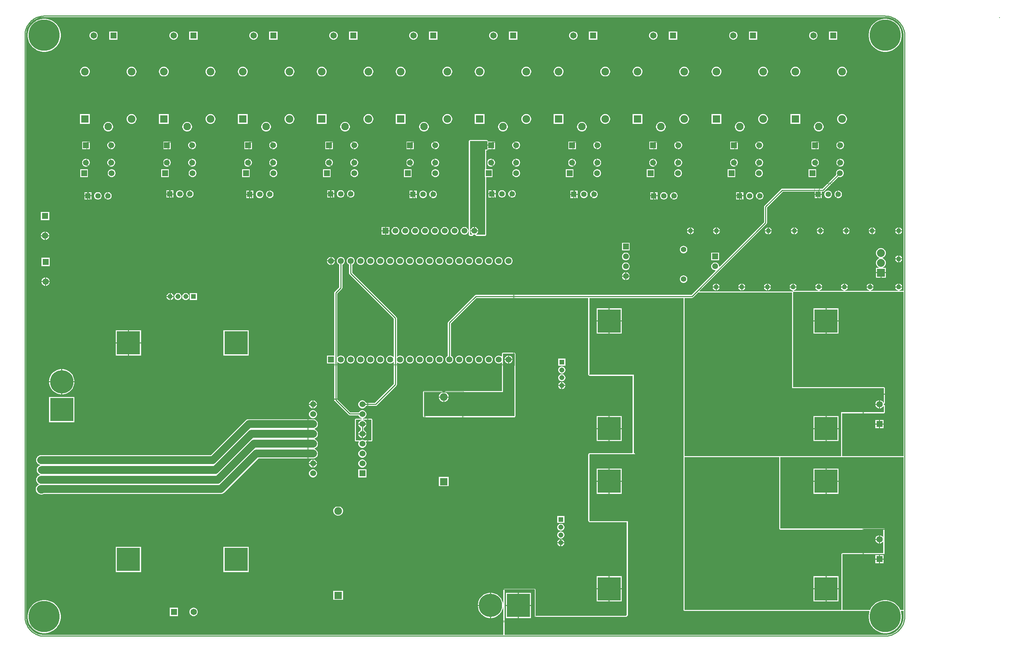
<source format=gbl>
%FSTAX23Y23*%
%MOIN*%
%SFA1B1*%

%IPPOS*%
%ADD11C,0.007874*%
%ADD12C,0.005000*%
%ADD13C,0.010000*%
%ADD16C,0.003937*%
%ADD17C,0.011024*%
%ADD18C,0.001969*%
%ADD20R,0.059055X0.059055*%
%ADD24R,0.059055X0.059055*%
%ADD63C,0.077953*%
%ADD64C,0.076181*%
%ADD65R,0.077953X0.077953*%
%ADD66C,0.058976*%
%ADD67R,0.058976X0.058976*%
%ADD68C,0.314960*%
%ADD69C,0.055118*%
%ADD70C,0.059055*%
%ADD71R,0.060236X0.060236*%
%ADD72C,0.060236*%
%ADD73R,0.080315X0.080315*%
%ADD74C,0.080315*%
%ADD75R,0.064960X0.064960*%
%ADD76C,0.064960*%
%ADD77C,0.051496*%
%ADD78R,0.051496X0.051496*%
%ADD79R,0.064960X0.064960*%
%ADD80C,0.236220*%
%ADD81R,0.236220X0.236220*%
%ADD82R,0.055118X0.055118*%
%ADD83R,0.236220X0.236220*%
%ADD84R,0.061417X0.061417*%
%ADD85C,0.061417*%
%ADD86R,0.051496X0.051496*%
%ADD87C,0.050000*%
%ADD88C,0.078740*%
%LNpcb1-1*%
%LPD*%
G36*
X08715Y06279D02*
X08727D01*
X08752Y06276*
X08776Y0627*
X08799Y0626*
X0882Y06248*
X0884Y06233*
X08858Y06215*
X08873Y06195*
X08885Y06174*
X08895Y06151*
X08901Y06127*
X08904Y06102*
Y0609*
Y035*
X0886*
X0886Y03505*
X08868Y03507*
X08876Y03511*
X08883Y03518*
X08887Y03526*
X08889Y03535*
X0882*
X08822Y03526*
X08826Y03518*
X08833Y03511*
X08841Y03507*
X08849Y03505*
X08849Y035*
X0857*
X0857Y03505*
X08578Y03507*
X08586Y03511*
X08593Y03518*
X08597Y03526*
X08599Y03535*
X0853*
X08532Y03526*
X08536Y03518*
X08543Y03511*
X08551Y03507*
X08559Y03505*
X08559Y035*
X0831*
X0831Y03505*
X08318Y03507*
X08326Y03511*
X08333Y03518*
X08337Y03526*
X08339Y03535*
X0827*
X08272Y03526*
X08276Y03518*
X08283Y03511*
X08291Y03507*
X08299Y03505*
X08299Y035*
X0805*
X0805Y03505*
X08058Y03507*
X08066Y03511*
X08073Y03518*
X08077Y03526*
X08079Y03535*
X0801*
X08012Y03526*
X08016Y03518*
X08023Y03511*
X08031Y03507*
X08039Y03505*
X08039Y035*
X07793*
X0779*
X0779Y03505*
X07792Y03505*
X07798Y03507*
X07806Y03511*
X07813Y03518*
X07817Y03526*
X07819Y03535*
X0775*
X07752Y03526*
X07756Y03518*
X07763Y03511*
X07771Y03507*
X0778Y03505*
X07782*
X07786Y03501*
X07786Y035*
X07786Y03499*
X07786Y03499*
X07786Y03499*
X07786*
X07786Y03499*
X07785Y03499*
X07784Y03499*
X07784Y03498*
X07783Y03498*
X07783Y03498*
X07782Y03497*
X07782Y03497*
X07782Y03497*
X07781Y03497*
X07781Y03496*
X07779Y03494*
X07779Y03494*
X07778Y03494*
X07777Y03494*
X07776Y03494*
X07775Y03495*
X07774*
X07773Y03495*
X06838*
X06836Y03499*
X07516Y0418*
X07519Y04185*
X07521Y0419*
Y04347*
X0768Y04507*
X08*
Y04485*
X08075*
Y04507*
X08087*
X08093Y04508*
X08098Y04511*
X08244Y04658*
X08254Y04655*
X08264*
X08275Y04658*
X08284Y04663*
X08291Y0467*
X08296Y04679*
X08299Y04689*
Y047*
X08296Y0471*
X08291Y04719*
X08284Y04726*
X08275Y04731*
X08264Y04734*
X08254*
X08244Y04731*
X08235Y04726*
X08228Y04719*
X08222Y0471*
X0822Y047*
Y04689*
X08222Y04679*
X0808Y04537*
X07674*
X07668Y04536*
X07663Y04533*
X07495Y04364*
X07491Y04359*
X0749Y04354*
Y04197*
X0704Y03746*
X07035Y03748*
Y03755*
X07032Y03765*
X07027Y03774*
X07019Y03781*
X0701Y03786*
X07Y03789*
X0699*
X0698Y03786*
X06971Y03781*
X06963Y03774*
X06958Y03765*
X06955Y03755*
Y03744*
X06958Y03734*
X06963Y03725*
X06971Y03718*
X0698Y03713*
X0699Y0371*
X06996*
X06998Y03705*
X06753Y0346*
X0457*
X04564Y03459*
X04559Y03455*
X04291Y03187*
X04287Y03182*
X04286Y03177*
Y02843*
X04286Y02842*
X04277Y02837*
X04269Y02829*
X04264Y0282*
X04261Y0281*
Y02799*
X04264Y02789*
X04269Y0278*
X04277Y02772*
X04286Y02767*
X04296Y02764*
X04307*
X04317Y02767*
X04327Y02772*
X04334Y0278*
X04339Y02789*
X04342Y02799*
Y0281*
X04339Y0282*
X04334Y02829*
X04327Y02837*
X04317Y02842*
X04317Y02843*
Y0317*
X04576Y03429*
X05709*
Y02663*
X05709Y02662*
X05708Y02661*
X05708Y02661*
X05708Y0266*
X05708Y0266*
X05708Y02659*
X05708Y02659*
Y02659*
X05708Y02659*
X05708Y02659*
X05708Y02658*
X05708Y02658*
X05707Y02658*
X05707Y02657*
Y02657*
X05707Y02655*
X05707Y02654*
X05707Y02654*
X05707Y02653*
X05707Y02652*
X05707Y02652*
X05707Y02652*
X05708Y02651*
X05708Y02651*
X05708Y02651*
X05708Y0265*
X05708Y0265*
X05708Y02649*
X05708Y02649*
X05709Y02648*
X05709Y02648*
X05709Y02648*
X05709Y02647*
X0571Y02647*
X0571Y02646*
X0571Y02646*
X05711Y02646*
X05711Y02646*
X05711Y02645*
X05713Y02643*
X05713Y02643*
X05714Y02642*
X05714Y02642*
X05714Y02642*
X05714Y02642*
X05714Y02642*
X05715Y02642*
X05716Y02641*
X05717Y02641*
X05717Y0264*
X05717Y0264*
X05718Y0264*
X05718Y0264*
X05719Y0264*
X05719Y0264*
X0572Y0264*
X05721*
X05721Y02639*
X05721*
X05722Y02639*
X06159*
Y0186*
X06155Y01855*
X05724*
X05724Y01855*
X05724Y01855*
X05722Y01854*
X0572Y01854*
X0572Y01854*
X0572Y01854*
X05715Y01852*
X05715Y01851*
X05714Y01851*
X05713Y0185*
X05712Y0185*
X05712Y0185*
X05712Y0185*
X05712Y01849*
X05711Y01848*
X05711Y01847*
X0571Y01846*
X0571Y01846*
X0571Y01846*
X0571Y01845*
X0571Y01845*
Y01845*
X0571Y01844*
X05709Y01842*
Y01169*
X05709Y01169*
X05709Y01169*
X0571Y01167*
X0571Y01165*
X0571Y01165*
X0571Y01165*
X05712Y0116*
X05713Y0116*
X05713Y01159*
X05714Y01158*
X05714Y01157*
X05714Y01157*
X05714Y01157*
X05715Y01157*
X05716Y01156*
X05717Y01156*
X05718Y01155*
X05718Y01155*
X05718Y01155*
X05719Y01155*
X05719Y01155*
X05719*
X0572Y01155*
X05722Y01154*
X06099*
Y00214*
X0609Y00205*
X05175*
Y00463*
X05175Y00464*
Y00464*
Y00464*
X05175Y00465*
Y00465*
X05174Y00466*
X05174Y00466*
X05174Y00467*
X05174Y00467*
X05174Y00468*
X05174Y00468*
X05174Y00469*
Y00469*
X05173Y00471*
X05173Y00471*
X05173Y00471*
X05173Y00472*
X05173Y00472*
Y00472*
X05173Y00472*
Y00472*
X05173Y00472*
X05172Y00473*
X05172Y00474*
X05172Y00474*
X05172Y00474*
X05172Y00474*
X05172Y00474*
X05172Y00474*
X05172Y00474*
X05171Y00475*
X05171Y00475*
X05171Y00475*
X05171Y00475*
X0517Y00476*
X0517Y00476*
X0517Y00476*
X0517Y00476*
X05169Y00477*
X05169Y00477*
X05169Y00477*
X05169Y00477*
X05169Y00477*
X05168Y00478*
X05168Y00478*
X05168Y00478*
X05167Y00478*
X05166Y00479*
X05166Y00479*
X05166Y00479*
X05166Y00479*
X05166Y00479*
X05165Y00479*
X05164Y0048*
X05163*
X05163Y0048*
X05162Y0048*
X05162Y0048*
X05162Y0048*
X05161*
X05161*
X04864*
X04864Y0048*
X04864Y0048*
X04862Y00479*
X0486Y00479*
X0486Y00479*
X0486Y00479*
X04855Y00477*
X04855Y00476*
X04854Y00476*
X04853Y00475*
X04852Y00475*
X04852Y00475*
X04852Y00475*
X04852Y00474*
X04851Y00473*
X04851Y00472*
X0485Y00471*
X0485Y00471*
X0485Y00471*
X0485Y0047*
X0485Y0047*
Y0047*
X0485Y00469*
X04849Y00467*
Y00331*
X04844Y0033*
X04843Y0034*
X04836Y00359*
X04827Y00377*
X04815Y00394*
X04801Y00408*
X04785Y0042*
X04767Y00429*
X04748Y00435*
X04728Y00438*
X04723*
Y0031*
Y00182*
X04728*
X04748Y00185*
X04767Y00192*
X04785Y00201*
X04801Y00213*
X04815Y00227*
X04827Y00243*
X04836Y00261*
X04843Y0028*
X04844Y0029*
X04849Y0029*
Y0001*
X04844*
X00196Y0001*
X00184*
X0016Y00013*
X00136Y00019*
X00114Y00029*
X00092Y00041*
X00073Y00056*
X00056Y00073*
X00041Y00092*
X00029Y00114*
X00019Y00136*
X00013Y0016*
X0001Y00184*
Y00196*
Y06095*
Y06107*
X00013Y06131*
X00019Y06154*
X00028Y06176*
X00041Y06197*
X00055Y06217*
X00072Y06234*
X00092Y06248*
X00113Y06261*
X00135Y0627*
X00158Y06276*
X00182Y06279*
X00195*
X08715*
G37*
G36*
X07774Y03484D02*
Y03484D01*
X07775Y03483*
Y02525*
Y02515*
X08703*
X08704Y02514*
X08705Y02513*
Y0237*
X08703Y02369*
X08701Y02369*
X08697Y0237*
X08693Y02376*
X08686Y02383*
X08676Y02389*
X08665Y02392*
X08665*
Y0235*
Y02307*
X08665*
X08676Y0231*
X08686Y02316*
X08693Y02323*
X08697Y02329*
X08701Y0233*
X08703Y0233*
X08705Y02329*
Y02271*
X08704Y0227*
X08703Y0227*
X0827*
Y01825*
X08268Y01825*
X06685*
X06685Y01826*
Y03429*
X0676*
X06765Y0343*
X0677Y03434*
X06821Y03485*
X07773*
X07774Y03484*
G37*
G36*
X08904Y01825D02*
X08281D01*
X0828Y01825*
Y02259*
X08705*
X08708Y0226*
X08712Y02262*
X08714Y02266*
X08715Y0227*
Y02334*
X08714Y02335*
X08714Y02337*
X08714Y02337*
X08714Y02338*
X08713Y02339*
X08713Y0234*
X08712Y02341*
X08712Y02341*
X08711Y02342*
X0871Y02343*
X08709Y02343*
X08708Y02343*
X08707Y02344*
X08706Y02344*
X08705Y02344*
Y02355*
X08706Y02355*
X08707Y02355*
X08708Y02356*
X08709Y02356*
X0871Y02356*
X08711Y02357*
X08712Y02358*
X08712Y02358*
X08713Y02359*
X08713Y0236*
X08714Y02361*
X08714Y02362*
X08714Y02362*
X08714Y02364*
X08715Y02365*
Y02515*
X08714Y02518*
X08712Y02522*
X08708Y02524*
X08705Y02525*
X07785*
Y03485*
X07784Y03486*
X07785Y03486*
X07785Y03486*
X07788Y03489*
X07788Y03489*
X07789Y03489*
X07789Y03489*
X07789Y0349*
X08904*
Y01825*
G37*
G36*
X07644Y0109D02*
X07645Y01086D01*
X07647Y01082*
X07651Y0108*
X07655Y01079*
X08699*
Y01006*
X08694Y01004*
X08693Y01006*
X08686Y01013*
X08676Y01019*
X08665Y01022*
X08665*
Y0098*
Y00937*
X08665*
X08676Y0094*
X08686Y00946*
X08693Y00953*
X08694Y00955*
X08699Y00953*
Y0084*
X08285*
X08281Y00839*
X08277Y00837*
X08275Y00833*
X08274Y0083*
Y00265*
X0669*
X06689Y00264*
X06685Y00266*
Y01814*
X07644*
Y0109*
G37*
G36*
X08276Y01815D02*
X0828Y01814D01*
X08904*
Y00265*
X08871*
X08868Y00271*
X08857Y0029*
X08844Y00307*
X08828Y00323*
X08811Y00336*
X08792Y00347*
X08772Y00355*
X0875Y00361*
X08729Y00364*
X08707*
X08685Y00361*
X08664Y00355*
X08643Y00347*
X08624Y00336*
X08607Y00323*
X08591Y00307*
X08578Y0029*
X08567Y00271*
X08565Y00265*
X08286*
X08285Y00265*
X08285Y00265*
X08285Y00265*
X08285Y00265*
Y00828*
X08285Y00829*
X08286Y0083*
X0871*
Y0109*
X07656*
X07655Y0109*
X07655Y01091*
Y01814*
X0827*
X08273Y01815*
X08275Y01816*
X08276Y01815*
G37*
G36*
X06674Y01826D02*
X06675Y01825D01*
Y01824*
X06675Y01823*
X06675Y01822*
X06675Y01821*
X06676Y0182*
X06676Y0182*
X06675Y01818*
X06674Y01814*
Y00266*
X06675Y00262*
X06677Y00259*
X06681Y00257*
X06685Y00255*
X06689Y00254*
X06691Y00254*
X08274*
X08278Y00255*
X0828Y00256*
X0828Y00256*
X08281Y00255*
X08281Y00255*
X08282Y00255*
X08283Y00255*
X08283*
X08283*
X08283Y00255*
X08284*
X08285Y00255*
X08286Y00254*
X08556*
X08558Y00249*
X08553Y00229*
X0855Y00207*
Y00185*
X08553Y00164*
X08559Y00142*
X08567Y00122*
X08578Y00103*
X08591Y00086*
X08607Y0007*
X08624Y00057*
X08643Y00046*
X08664Y00037*
X08685Y00032*
X08707Y00029*
X08729*
X0875Y00032*
X08772Y00037*
X08792Y00046*
X08811Y00057*
X08828Y0007*
X08844Y00086*
X08857Y00103*
X08868Y00122*
X08877Y00142*
X08882Y00164*
X08885Y00185*
Y00207*
X08882Y00229*
X08877Y00249*
X08879Y00254*
X08904*
Y002*
Y00187*
X08901Y00162*
X08895Y00138*
X08885Y00115*
X08873Y00094*
X08858Y00074*
X0884Y00056*
X0882Y00041*
X08799Y00029*
X08776Y00019*
X08752Y00013*
X08727Y0001*
X08715*
X0486*
Y00467*
X04864Y0047*
X05161*
X05161*
X05162*
X05162Y00469*
X05162Y00469*
X05163Y00469*
X05163Y00468*
X05163Y00468*
X05163Y00468*
X05163Y00468*
X05163Y00468*
X05164Y00466*
X05164Y00465*
X05164Y00465*
X05164Y00464*
Y00464*
X05165Y00463*
Y00205*
Y00195*
X06095*
X0611Y0021*
Y01165*
X05722*
X0572Y01169*
Y01842*
X05724Y01845*
X06185*
X0617Y0186*
Y0265*
X05722*
X05721Y0265*
X05721*
X05721Y0265*
X05721Y0265*
X0572Y0265*
X0572Y02651*
X0572*
X05718Y02653*
X05718Y02653*
X05718Y02653*
X05717Y02653*
X05717Y02654*
X05717Y02654*
X05718Y02656*
X05718Y02656*
X05718Y02657*
X05718Y02657*
X05718*
X05718Y02657*
X05718Y02658*
X0572Y0266*
Y03429*
X06674*
Y01826*
G37*
%LNpcb1-2*%
%LPC*%
G36*
X08232Y06132D02*
X08147D01*
Y06047*
X08232*
Y06132*
G37*
G36*
X07995D02*
X07984D01*
X07973Y06129*
X07963Y06123*
X07956Y06116*
X0795Y06106*
X07947Y06095*
Y06084*
X0795Y06073*
X07956Y06063*
X07963Y06056*
X07973Y0605*
X07984Y06047*
X07995*
X08006Y0605*
X08016Y06056*
X08023Y06063*
X08029Y06073*
X08032Y06084*
Y06095*
X08029Y06106*
X08023Y06116*
X08016Y06123*
X08006Y06129*
X07995Y06132*
G37*
G36*
X07422D02*
X07337D01*
Y06047*
X07422*
Y06132*
G37*
G36*
X07185D02*
X07174D01*
X07163Y06129*
X07153Y06123*
X07145Y06116*
X0714Y06106*
X07137Y06095*
Y06084*
X0714Y06073*
X07145Y06063*
X07153Y06056*
X07163Y0605*
X07174Y06047*
X07185*
X07196Y0605*
X07205Y06056*
X07213Y06063*
X07219Y06073*
X07222Y06084*
Y06095*
X07219Y06106*
X07213Y06116*
X07205Y06123*
X07196Y06129*
X07185Y06132*
G37*
G36*
X06611D02*
X06526D01*
Y06047*
X06611*
Y06132*
G37*
G36*
X06374D02*
X06363D01*
X06352Y06129*
X06343Y06123*
X06335Y06116*
X06329Y06106*
X06326Y06095*
Y06084*
X06329Y06073*
X06335Y06063*
X06343Y06056*
X06352Y0605*
X06363Y06047*
X06374*
X06385Y0605*
X06395Y06056*
X06403Y06063*
X06408Y06073*
X06411Y06084*
Y06095*
X06408Y06106*
X06403Y06116*
X06395Y06123*
X06385Y06129*
X06374Y06132*
G37*
G36*
X05801D02*
X05716D01*
Y06047*
X05801*
Y06132*
G37*
G36*
X05564D02*
X05553D01*
X05542Y06129*
X05532Y06123*
X05525Y06116*
X05519Y06106*
X05516Y06095*
Y06084*
X05519Y06073*
X05525Y06063*
X05532Y06056*
X05542Y0605*
X05553Y06047*
X05564*
X05575Y0605*
X05585Y06056*
X05593Y06063*
X05598Y06073*
X05601Y06084*
Y06095*
X05598Y06106*
X05593Y06116*
X05585Y06123*
X05575Y06129*
X05564Y06132*
G37*
G36*
X04991D02*
X04906D01*
Y06047*
X04991*
Y06132*
G37*
G36*
X04754D02*
X04743D01*
X04732Y06129*
X04722Y06123*
X04714Y06116*
X04709Y06106*
X04706Y06095*
Y06084*
X04709Y06073*
X04714Y06063*
X04722Y06056*
X04732Y0605*
X04743Y06047*
X04754*
X04765Y0605*
X04774Y06056*
X04782Y06063*
X04788Y06073*
X04791Y06084*
Y06095*
X04788Y06106*
X04782Y06116*
X04774Y06123*
X04765Y06129*
X04754Y06132*
G37*
G36*
X0418D02*
X04095D01*
Y06047*
X0418*
Y06132*
G37*
G36*
X03944D02*
X03932D01*
X03922Y06129*
X03912Y06123*
X03904Y06116*
X03898Y06106*
X03895Y06095*
Y06084*
X03898Y06073*
X03904Y06063*
X03912Y06056*
X03922Y0605*
X03932Y06047*
X03944*
X03954Y0605*
X03964Y06056*
X03972Y06063*
X03978Y06073*
X0398Y06084*
Y06095*
X03978Y06106*
X03972Y06116*
X03964Y06123*
X03954Y06129*
X03944Y06132*
G37*
G36*
X0337D02*
X03285D01*
Y06047*
X0337*
Y06132*
G37*
G36*
X03133D02*
X03122D01*
X03111Y06129*
X03102Y06123*
X03094Y06116*
X03088Y06106*
X03085Y06095*
Y06084*
X03088Y06073*
X03094Y06063*
X03102Y06056*
X03111Y0605*
X03122Y06047*
X03133*
X03144Y0605*
X03154Y06056*
X03162Y06063*
X03167Y06073*
X0317Y06084*
Y06095*
X03167Y06106*
X03162Y06116*
X03154Y06123*
X03144Y06129*
X03133Y06132*
G37*
G36*
X0256D02*
X02475D01*
Y06047*
X0256*
Y06132*
G37*
G36*
X02323D02*
X02312D01*
X02301Y06129*
X02291Y06123*
X02283Y06116*
X02278Y06106*
X02275Y06095*
Y06084*
X02278Y06073*
X02283Y06063*
X02291Y06056*
X02301Y0605*
X02312Y06047*
X02323*
X02334Y0605*
X02343Y06056*
X02351Y06063*
X02357Y06073*
X0236Y06084*
Y06095*
X02357Y06106*
X02351Y06116*
X02343Y06123*
X02334Y06129*
X02323Y06132*
G37*
G36*
X0175D02*
X01665D01*
Y06047*
X0175*
Y06132*
G37*
G36*
X01513D02*
X01501D01*
X01491Y06129*
X01481Y06123*
X01473Y06116*
X01467Y06106*
X01465Y06095*
Y06084*
X01467Y06073*
X01473Y06063*
X01481Y06056*
X01491Y0605*
X01501Y06047*
X01513*
X01523Y0605*
X01533Y06056*
X01541Y06063*
X01547Y06073*
X0155Y06084*
Y06095*
X01547Y06106*
X01541Y06116*
X01533Y06123*
X01523Y06129*
X01513Y06132*
G37*
G36*
X00939D02*
X00854D01*
Y06047*
X00939*
Y06132*
G37*
G36*
X00702D02*
X00691D01*
X0068Y06129*
X00671Y06123*
X00663Y06116*
X00657Y06106*
X00654Y06095*
Y06084*
X00657Y06073*
X00663Y06063*
X00671Y06056*
X0068Y0605*
X00691Y06047*
X00702*
X00713Y0605*
X00723Y06056*
X00731Y06063*
X00736Y06073*
X00739Y06084*
Y06095*
X00736Y06106*
X00731Y06116*
X00723Y06123*
X00713Y06129*
X00702Y06132*
G37*
G36*
X08729Y0626D02*
X08707D01*
X08685Y06257*
X08664Y06252*
X08643Y06243*
X08624Y06232*
X08607Y06219*
X08591Y06203*
X08578Y06186*
X08567Y06167*
X08559Y06147*
X08553Y06125*
X0855Y06104*
Y06082*
X08553Y0606*
X08559Y06039*
X08567Y06018*
X08578Y05999*
X08591Y05982*
X08607Y05966*
X08624Y05953*
X08643Y05942*
X08664Y05934*
X08685Y05928*
X08707Y05925*
X08729*
X0875Y05928*
X08772Y05934*
X08792Y05942*
X08811Y05953*
X08828Y05966*
X08844Y05982*
X08857Y05999*
X08868Y06018*
X08877Y06039*
X08882Y0606*
X08885Y06082*
Y06104*
X08882Y06125*
X08877Y06147*
X08868Y06167*
X08857Y06186*
X08844Y06203*
X08828Y06219*
X08811Y06232*
X08792Y06243*
X08772Y06252*
X0875Y06257*
X08729Y0626*
G37*
G36*
X00207D02*
X00185D01*
X00164Y06257*
X00142Y06252*
X00122Y06243*
X00103Y06232*
X00086Y06219*
X0007Y06203*
X00057Y06186*
X00046Y06167*
X00037Y06147*
X00032Y06125*
X00029Y06104*
Y06082*
X00032Y0606*
X00037Y06039*
X00046Y06018*
X00057Y05999*
X0007Y05982*
X00086Y05966*
X00103Y05953*
X00122Y05942*
X00142Y05934*
X00164Y05928*
X00185Y05925*
X00207*
X00229Y05928*
X0025Y05934*
X00271Y05942*
X0029Y05953*
X00307Y05966*
X00323Y05982*
X00336Y05999*
X00347Y06018*
X00355Y06039*
X00361Y0606*
X00364Y06082*
Y06104*
X00361Y06125*
X00355Y06147*
X00347Y06167*
X00336Y06186*
X00323Y06203*
X00307Y06219*
X0029Y06232*
X00271Y06243*
X0025Y06252*
X00229Y06257*
X00207Y0626*
G37*
G36*
X08287Y05774D02*
X08274D01*
X08262Y0577*
X08251Y05764*
X08242Y05755*
X08235Y05744*
X08232Y05731*
Y05718*
X08235Y05706*
X08242Y05695*
X08251Y05685*
X08262Y05679*
X08274Y05676*
X08287*
X083Y05679*
X08311Y05685*
X0832Y05695*
X08326Y05706*
X0833Y05718*
Y05731*
X08326Y05744*
X0832Y05755*
X08311Y05764*
X083Y0577*
X08287Y05774*
G37*
G36*
X07815D02*
X07802D01*
X07789Y0577*
X07778Y05764*
X07769Y05755*
X07763Y05744*
X07759Y05731*
Y05718*
X07763Y05706*
X07769Y05695*
X07778Y05685*
X07789Y05679*
X07802Y05676*
X07815*
X07827Y05679*
X07838Y05685*
X07847Y05695*
X07854Y05706*
X07857Y05718*
Y05731*
X07854Y05744*
X07847Y05755*
X07838Y05764*
X07827Y0577*
X07815Y05774*
G37*
G36*
X07487D02*
X07474D01*
X07462Y0577*
X07451Y05764*
X07442Y05755*
X07435Y05744*
X07432Y05731*
Y05718*
X07435Y05706*
X07442Y05695*
X07451Y05685*
X07462Y05679*
X07474Y05676*
X07487*
X075Y05679*
X07511Y05685*
X0752Y05695*
X07526Y05706*
X0753Y05718*
Y05731*
X07526Y05744*
X0752Y05755*
X07511Y05764*
X075Y0577*
X07487Y05774*
G37*
G36*
X07015D02*
X07002D01*
X06989Y0577*
X06978Y05764*
X06969Y05755*
X06963Y05744*
X06959Y05731*
Y05718*
X06963Y05706*
X06969Y05695*
X06978Y05685*
X06989Y05679*
X07002Y05676*
X07015*
X07027Y05679*
X07038Y05685*
X07047Y05695*
X07054Y05706*
X07057Y05718*
Y05731*
X07054Y05744*
X07047Y05755*
X07038Y05764*
X07027Y0577*
X07015Y05774*
G37*
G36*
X06687D02*
X06674D01*
X06662Y0577*
X06651Y05764*
X06642Y05755*
X06635Y05744*
X06632Y05731*
Y05718*
X06635Y05706*
X06642Y05695*
X06651Y05685*
X06662Y05679*
X06674Y05676*
X06687*
X067Y05679*
X06711Y05685*
X0672Y05695*
X06726Y05706*
X0673Y05718*
Y05731*
X06726Y05744*
X0672Y05755*
X06711Y05764*
X067Y0577*
X06687Y05774*
G37*
G36*
X06215D02*
X06202D01*
X06189Y0577*
X06178Y05764*
X06169Y05755*
X06163Y05744*
X06159Y05731*
Y05718*
X06163Y05706*
X06169Y05695*
X06178Y05685*
X06189Y05679*
X06202Y05676*
X06215*
X06227Y05679*
X06238Y05685*
X06247Y05695*
X06254Y05706*
X06257Y05718*
Y05731*
X06254Y05744*
X06247Y05755*
X06238Y05764*
X06227Y0577*
X06215Y05774*
G37*
G36*
X05887D02*
X05874D01*
X05862Y0577*
X05851Y05764*
X05842Y05755*
X05835Y05744*
X05832Y05731*
Y05718*
X05835Y05706*
X05842Y05695*
X05851Y05685*
X05862Y05679*
X05874Y05676*
X05887*
X059Y05679*
X05911Y05685*
X0592Y05695*
X05926Y05706*
X0593Y05718*
Y05731*
X05926Y05744*
X0592Y05755*
X05911Y05764*
X059Y0577*
X05887Y05774*
G37*
G36*
X05415D02*
X05402D01*
X05389Y0577*
X05378Y05764*
X05369Y05755*
X05363Y05744*
X05359Y05731*
Y05718*
X05363Y05706*
X05369Y05695*
X05378Y05685*
X05389Y05679*
X05402Y05676*
X05415*
X05427Y05679*
X05438Y05685*
X05447Y05695*
X05454Y05706*
X05457Y05718*
Y05731*
X05454Y05744*
X05447Y05755*
X05438Y05764*
X05427Y0577*
X05415Y05774*
G37*
G36*
X05087D02*
X05074D01*
X05062Y0577*
X05051Y05764*
X05042Y05755*
X05035Y05744*
X05032Y05731*
Y05718*
X05035Y05706*
X05042Y05695*
X05051Y05685*
X05062Y05679*
X05074Y05676*
X05087*
X051Y05679*
X05111Y05685*
X0512Y05695*
X05126Y05706*
X0513Y05718*
Y05731*
X05126Y05744*
X0512Y05755*
X05111Y05764*
X051Y0577*
X05087Y05774*
G37*
G36*
X04615D02*
X04602D01*
X04589Y0577*
X04578Y05764*
X04569Y05755*
X04563Y05744*
X04559Y05731*
Y05718*
X04563Y05706*
X04569Y05695*
X04578Y05685*
X04589Y05679*
X04602Y05676*
X04615*
X04627Y05679*
X04638Y05685*
X04647Y05695*
X04654Y05706*
X04657Y05718*
Y05731*
X04654Y05744*
X04647Y05755*
X04638Y05764*
X04627Y0577*
X04615Y05774*
G37*
G36*
X04287D02*
X04274D01*
X04262Y0577*
X04251Y05764*
X04242Y05755*
X04235Y05744*
X04232Y05731*
Y05718*
X04235Y05706*
X04242Y05695*
X04251Y05685*
X04262Y05679*
X04274Y05676*
X04287*
X043Y05679*
X04311Y05685*
X0432Y05695*
X04326Y05706*
X0433Y05718*
Y05731*
X04326Y05744*
X0432Y05755*
X04311Y05764*
X043Y0577*
X04287Y05774*
G37*
G36*
X03815D02*
X03802D01*
X03789Y0577*
X03778Y05764*
X03769Y05755*
X03763Y05744*
X03759Y05731*
Y05718*
X03763Y05706*
X03769Y05695*
X03778Y05685*
X03789Y05679*
X03802Y05676*
X03815*
X03827Y05679*
X03838Y05685*
X03847Y05695*
X03854Y05706*
X03857Y05718*
Y05731*
X03854Y05744*
X03847Y05755*
X03838Y05764*
X03827Y0577*
X03815Y05774*
G37*
G36*
X03487D02*
X03474D01*
X03462Y0577*
X03451Y05764*
X03442Y05755*
X03435Y05744*
X03432Y05731*
Y05718*
X03435Y05706*
X03442Y05695*
X03451Y05685*
X03462Y05679*
X03474Y05676*
X03487*
X035Y05679*
X03511Y05685*
X0352Y05695*
X03526Y05706*
X0353Y05718*
Y05731*
X03526Y05744*
X0352Y05755*
X03511Y05764*
X035Y0577*
X03487Y05774*
G37*
G36*
X03015D02*
X03002D01*
X02989Y0577*
X02978Y05764*
X02969Y05755*
X02963Y05744*
X02959Y05731*
Y05718*
X02963Y05706*
X02969Y05695*
X02978Y05685*
X02989Y05679*
X03002Y05676*
X03015*
X03027Y05679*
X03038Y05685*
X03047Y05695*
X03054Y05706*
X03057Y05718*
Y05731*
X03054Y05744*
X03047Y05755*
X03038Y05764*
X03027Y0577*
X03015Y05774*
G37*
G36*
X02687D02*
X02674D01*
X02662Y0577*
X02651Y05764*
X02642Y05755*
X02635Y05744*
X02632Y05731*
Y05718*
X02635Y05706*
X02642Y05695*
X02651Y05685*
X02662Y05679*
X02674Y05676*
X02687*
X027Y05679*
X02711Y05685*
X0272Y05695*
X02726Y05706*
X0273Y05718*
Y05731*
X02726Y05744*
X0272Y05755*
X02711Y05764*
X027Y0577*
X02687Y05774*
G37*
G36*
X02215D02*
X02202D01*
X02189Y0577*
X02178Y05764*
X02169Y05755*
X02163Y05744*
X02159Y05731*
Y05718*
X02163Y05706*
X02169Y05695*
X02178Y05685*
X02189Y05679*
X02202Y05676*
X02215*
X02227Y05679*
X02238Y05685*
X02247Y05695*
X02254Y05706*
X02257Y05718*
Y05731*
X02254Y05744*
X02247Y05755*
X02238Y05764*
X02227Y0577*
X02215Y05774*
G37*
G36*
X01887D02*
X01874D01*
X01862Y0577*
X01851Y05764*
X01842Y05755*
X01835Y05744*
X01832Y05731*
Y05718*
X01835Y05706*
X01842Y05695*
X01851Y05685*
X01862Y05679*
X01874Y05676*
X01887*
X019Y05679*
X01911Y05685*
X0192Y05695*
X01926Y05706*
X0193Y05718*
Y05731*
X01926Y05744*
X0192Y05755*
X01911Y05764*
X019Y0577*
X01887Y05774*
G37*
G36*
X01415D02*
X01402D01*
X01389Y0577*
X01378Y05764*
X01369Y05755*
X01363Y05744*
X01359Y05731*
Y05718*
X01363Y05706*
X01369Y05695*
X01378Y05685*
X01389Y05679*
X01402Y05676*
X01415*
X01427Y05679*
X01438Y05685*
X01447Y05695*
X01454Y05706*
X01457Y05718*
Y05731*
X01454Y05744*
X01447Y05755*
X01438Y05764*
X01427Y0577*
X01415Y05774*
G37*
G36*
X01087D02*
X01074D01*
X01062Y0577*
X01051Y05764*
X01042Y05755*
X01035Y05744*
X01032Y05731*
Y05718*
X01035Y05706*
X01042Y05695*
X01051Y05685*
X01062Y05679*
X01074Y05676*
X01087*
X011Y05679*
X01111Y05685*
X0112Y05695*
X01126Y05706*
X0113Y05718*
Y05731*
X01126Y05744*
X0112Y05755*
X01111Y05764*
X011Y0577*
X01087Y05774*
G37*
G36*
X00615D02*
X00602D01*
X00589Y0577*
X00578Y05764*
X00569Y05755*
X00563Y05744*
X00559Y05731*
Y05718*
X00563Y05706*
X00569Y05695*
X00578Y05685*
X00589Y05679*
X00602Y05676*
X00615*
X00627Y05679*
X00638Y05685*
X00647Y05695*
X00654Y05706*
X00657Y05718*
Y05731*
X00654Y05744*
X00647Y05755*
X00638Y05764*
X00627Y0577*
X00615Y05774*
G37*
G36*
X08287Y05293D02*
X08274D01*
X08262Y0529*
X08251Y05284*
X08242Y05274*
X08235Y05263*
X08232Y05251*
Y05238*
X08235Y05225*
X08242Y05214*
X08251Y05205*
X08262Y05199*
X08274Y05195*
X08287*
X083Y05199*
X08311Y05205*
X0832Y05214*
X08326Y05225*
X0833Y05238*
Y05251*
X08326Y05263*
X0832Y05274*
X08311Y05284*
X083Y0529*
X08287Y05293*
G37*
G36*
X07857D02*
X07759D01*
Y05195*
X07857*
Y05293*
G37*
G36*
X07487D02*
X07474D01*
X07462Y0529*
X07451Y05284*
X07442Y05274*
X07435Y05263*
X07432Y05251*
Y05238*
X07435Y05225*
X07442Y05214*
X07451Y05205*
X07462Y05199*
X07474Y05195*
X07487*
X075Y05199*
X07511Y05205*
X0752Y05214*
X07526Y05225*
X0753Y05238*
Y05251*
X07526Y05263*
X0752Y05274*
X07511Y05284*
X075Y0529*
X07487Y05293*
G37*
G36*
X07057D02*
X06959D01*
Y05195*
X07057*
Y05293*
G37*
G36*
X06687D02*
X06674D01*
X06662Y0529*
X06651Y05284*
X06642Y05274*
X06635Y05263*
X06632Y05251*
Y05238*
X06635Y05225*
X06642Y05214*
X06651Y05205*
X06662Y05199*
X06674Y05195*
X06687*
X067Y05199*
X06711Y05205*
X0672Y05214*
X06726Y05225*
X0673Y05238*
Y05251*
X06726Y05263*
X0672Y05274*
X06711Y05284*
X067Y0529*
X06687Y05293*
G37*
G36*
X06257D02*
X06159D01*
Y05195*
X06257*
Y05293*
G37*
G36*
X05887D02*
X05874D01*
X05862Y0529*
X05851Y05284*
X05842Y05274*
X05835Y05263*
X05832Y05251*
Y05238*
X05835Y05225*
X05842Y05214*
X05851Y05205*
X05862Y05199*
X05874Y05195*
X05887*
X059Y05199*
X05911Y05205*
X0592Y05214*
X05926Y05225*
X0593Y05238*
Y05251*
X05926Y05263*
X0592Y05274*
X05911Y05284*
X059Y0529*
X05887Y05293*
G37*
G36*
X05457D02*
X05359D01*
Y05195*
X05457*
Y05293*
G37*
G36*
X05087D02*
X05074D01*
X05062Y0529*
X05051Y05284*
X05042Y05274*
X05035Y05263*
X05032Y05251*
Y05238*
X05035Y05225*
X05042Y05214*
X05051Y05205*
X05062Y05199*
X05074Y05195*
X05087*
X051Y05199*
X05111Y05205*
X0512Y05214*
X05126Y05225*
X0513Y05238*
Y05251*
X05126Y05263*
X0512Y05274*
X05111Y05284*
X051Y0529*
X05087Y05293*
G37*
G36*
X04657D02*
X04559D01*
Y05195*
X04657*
Y05293*
G37*
G36*
X04287D02*
X04274D01*
X04262Y0529*
X04251Y05284*
X04242Y05274*
X04235Y05263*
X04232Y05251*
Y05238*
X04235Y05225*
X04242Y05214*
X04251Y05205*
X04262Y05199*
X04274Y05195*
X04287*
X043Y05199*
X04311Y05205*
X0432Y05214*
X04326Y05225*
X0433Y05238*
Y05251*
X04326Y05263*
X0432Y05274*
X04311Y05284*
X043Y0529*
X04287Y05293*
G37*
G36*
X03857D02*
X03759D01*
Y05195*
X03857*
Y05293*
G37*
G36*
X03487D02*
X03474D01*
X03462Y0529*
X03451Y05284*
X03442Y05274*
X03435Y05263*
X03432Y05251*
Y05238*
X03435Y05225*
X03442Y05214*
X03451Y05205*
X03462Y05199*
X03474Y05195*
X03487*
X035Y05199*
X03511Y05205*
X0352Y05214*
X03526Y05225*
X0353Y05238*
Y05251*
X03526Y05263*
X0352Y05274*
X03511Y05284*
X035Y0529*
X03487Y05293*
G37*
G36*
X03057D02*
X02959D01*
Y05195*
X03057*
Y05293*
G37*
G36*
X02687D02*
X02674D01*
X02662Y0529*
X02651Y05284*
X02642Y05274*
X02635Y05263*
X02632Y05251*
Y05238*
X02635Y05225*
X02642Y05214*
X02651Y05205*
X02662Y05199*
X02674Y05195*
X02687*
X027Y05199*
X02711Y05205*
X0272Y05214*
X02726Y05225*
X0273Y05238*
Y05251*
X02726Y05263*
X0272Y05274*
X02711Y05284*
X027Y0529*
X02687Y05293*
G37*
G36*
X02257D02*
X02159D01*
Y05195*
X02257*
Y05293*
G37*
G36*
X01887D02*
X01874D01*
X01862Y0529*
X01851Y05284*
X01842Y05274*
X01835Y05263*
X01832Y05251*
Y05238*
X01835Y05225*
X01842Y05214*
X01851Y05205*
X01862Y05199*
X01874Y05195*
X01887*
X019Y05199*
X01911Y05205*
X0192Y05214*
X01926Y05225*
X0193Y05238*
Y05251*
X01926Y05263*
X0192Y05274*
X01911Y05284*
X019Y0529*
X01887Y05293*
G37*
G36*
X01457D02*
X01359D01*
Y05195*
X01457*
Y05293*
G37*
G36*
X01087D02*
X01074D01*
X01062Y0529*
X01051Y05284*
X01042Y05274*
X01035Y05263*
X01032Y05251*
Y05238*
X01035Y05225*
X01042Y05214*
X01051Y05205*
X01062Y05199*
X01074Y05195*
X01087*
X011Y05199*
X01111Y05205*
X0112Y05214*
X01126Y05225*
X0113Y05238*
Y05251*
X01126Y05263*
X0112Y05274*
X01111Y05284*
X011Y0529*
X01087Y05293*
G37*
G36*
X00657D02*
X00559D01*
Y05195*
X00657*
Y05293*
G37*
G36*
X08051Y05214D02*
X08038D01*
X08026Y0521*
X08015Y05204*
X08006Y05195*
X08Y05184*
X07996Y05172*
Y05159*
X08Y05147*
X08006Y05136*
X08015Y05127*
X08026Y05121*
X08038Y05118*
X08051*
X08063Y05121*
X08074Y05127*
X08083Y05136*
X08089Y05147*
X08093Y05159*
Y05172*
X08089Y05184*
X08083Y05195*
X08074Y05204*
X08063Y0521*
X08051Y05214*
G37*
G36*
X07251D02*
X07238D01*
X07226Y0521*
X07215Y05204*
X07206Y05195*
X072Y05184*
X07196Y05172*
Y05159*
X072Y05147*
X07206Y05136*
X07215Y05127*
X07226Y05121*
X07238Y05118*
X07251*
X07263Y05121*
X07274Y05127*
X07283Y05136*
X07289Y05147*
X07293Y05159*
Y05172*
X07289Y05184*
X07283Y05195*
X07274Y05204*
X07263Y0521*
X07251Y05214*
G37*
G36*
X06451D02*
X06438D01*
X06426Y0521*
X06415Y05204*
X06406Y05195*
X064Y05184*
X06396Y05172*
Y05159*
X064Y05147*
X06406Y05136*
X06415Y05127*
X06426Y05121*
X06438Y05118*
X06451*
X06463Y05121*
X06474Y05127*
X06483Y05136*
X06489Y05147*
X06493Y05159*
Y05172*
X06489Y05184*
X06483Y05195*
X06474Y05204*
X06463Y0521*
X06451Y05214*
G37*
G36*
X05651D02*
X05638D01*
X05626Y0521*
X05615Y05204*
X05606Y05195*
X056Y05184*
X05596Y05172*
Y05159*
X056Y05147*
X05606Y05136*
X05615Y05127*
X05626Y05121*
X05638Y05118*
X05651*
X05663Y05121*
X05674Y05127*
X05683Y05136*
X05689Y05147*
X05693Y05159*
Y05172*
X05689Y05184*
X05683Y05195*
X05674Y05204*
X05663Y0521*
X05651Y05214*
G37*
G36*
X04851D02*
X04838D01*
X04826Y0521*
X04815Y05204*
X04806Y05195*
X048Y05184*
X04796Y05172*
Y05159*
X048Y05147*
X04806Y05136*
X04815Y05127*
X04826Y05121*
X04838Y05118*
X04851*
X04863Y05121*
X04874Y05127*
X04883Y05136*
X04889Y05147*
X04893Y05159*
Y05172*
X04889Y05184*
X04883Y05195*
X04874Y05204*
X04863Y0521*
X04851Y05214*
G37*
G36*
X04051D02*
X04038D01*
X04026Y0521*
X04015Y05204*
X04006Y05195*
X04Y05184*
X03996Y05172*
Y05159*
X04Y05147*
X04006Y05136*
X04015Y05127*
X04026Y05121*
X04038Y05118*
X04051*
X04063Y05121*
X04074Y05127*
X04083Y05136*
X04089Y05147*
X04093Y05159*
Y05172*
X04089Y05184*
X04083Y05195*
X04074Y05204*
X04063Y0521*
X04051Y05214*
G37*
G36*
X03251D02*
X03238D01*
X03226Y0521*
X03215Y05204*
X03206Y05195*
X032Y05184*
X03196Y05172*
Y05159*
X032Y05147*
X03206Y05136*
X03215Y05127*
X03226Y05121*
X03238Y05118*
X03251*
X03263Y05121*
X03274Y05127*
X03283Y05136*
X03289Y05147*
X03293Y05159*
Y05172*
X03289Y05184*
X03283Y05195*
X03274Y05204*
X03263Y0521*
X03251Y05214*
G37*
G36*
X02451D02*
X02438D01*
X02426Y0521*
X02415Y05204*
X02406Y05195*
X024Y05184*
X02396Y05172*
Y05159*
X024Y05147*
X02406Y05136*
X02415Y05127*
X02426Y05121*
X02438Y05118*
X02451*
X02463Y05121*
X02474Y05127*
X02483Y05136*
X02489Y05147*
X02493Y05159*
Y05172*
X02489Y05184*
X02483Y05195*
X02474Y05204*
X02463Y0521*
X02451Y05214*
G37*
G36*
X01651D02*
X01638D01*
X01626Y0521*
X01615Y05204*
X01606Y05195*
X016Y05184*
X01596Y05172*
Y05159*
X016Y05147*
X01606Y05136*
X01615Y05127*
X01626Y05121*
X01638Y05118*
X01651*
X01663Y05121*
X01674Y05127*
X01683Y05136*
X01689Y05147*
X01693Y05159*
Y05172*
X01689Y05184*
X01683Y05195*
X01674Y05204*
X01663Y0521*
X01651Y05214*
G37*
G36*
X00851D02*
X00838D01*
X00826Y0521*
X00815Y05204*
X00806Y05195*
X008Y05184*
X00796Y05172*
Y05159*
X008Y05147*
X00806Y05136*
X00815Y05127*
X00826Y05121*
X00838Y05118*
X00851*
X00863Y05121*
X00874Y05127*
X00883Y05136*
X00889Y05147*
X00893Y05159*
Y05172*
X00889Y05184*
X00883Y05195*
X00874Y05204*
X00863Y0521*
X00851Y05214*
G37*
G36*
X08268Y05018D02*
X08257D01*
X08247Y05015*
X08238Y0501*
X08231Y05002*
X08226Y04993*
X08223Y04983*
Y04973*
X08226Y04963*
X08231Y04954*
X08238Y04946*
X08247Y04941*
X08257Y04939*
X08268*
X08278Y04941*
X08287Y04946*
X08294Y04954*
X08299Y04963*
X08302Y04973*
Y04983*
X08299Y04993*
X08294Y05002*
X08287Y0501*
X08278Y05015*
X08268Y05018*
G37*
G36*
X08046D02*
X07967D01*
Y04939*
X08046*
Y05018*
G37*
G36*
X07447D02*
X07436D01*
X07426Y05015*
X07417Y0501*
X0741Y05002*
X07405Y04993*
X07402Y04983*
Y04973*
X07405Y04963*
X0741Y04954*
X07417Y04946*
X07426Y04941*
X07436Y04939*
X07447*
X07457Y04941*
X07466Y04946*
X07473Y04954*
X07478Y04963*
X07481Y04973*
Y04983*
X07478Y04993*
X07473Y05002*
X07466Y0501*
X07457Y05015*
X07447Y05018*
G37*
G36*
X07225D02*
X07146D01*
Y04939*
X07225*
Y05018*
G37*
G36*
X06626D02*
X06615D01*
X06605Y05015*
X06596Y0501*
X06589Y05002*
X06584Y04993*
X06581Y04983*
Y04973*
X06584Y04963*
X06589Y04954*
X06596Y04946*
X06605Y04941*
X06615Y04939*
X06626*
X06636Y04941*
X06645Y04946*
X06652Y04954*
X06657Y04963*
X0666Y04973*
Y04983*
X06657Y04993*
X06652Y05002*
X06645Y0501*
X06636Y05015*
X06626Y05018*
G37*
G36*
X06404D02*
X06325D01*
Y04939*
X06404*
Y05018*
G37*
G36*
X05805D02*
X05795D01*
X05785Y05015*
X05776Y0501*
X05768Y05002*
X05763Y04993*
X0576Y04983*
Y04973*
X05763Y04963*
X05768Y04954*
X05776Y04946*
X05785Y04941*
X05795Y04939*
X05805*
X05815Y04941*
X05824Y04946*
X05831Y04954*
X05837Y04963*
X05839Y04973*
Y04983*
X05837Y04993*
X05831Y05002*
X05824Y0501*
X05815Y05015*
X05805Y05018*
G37*
G36*
X05583D02*
X05504D01*
Y04939*
X05583*
Y05018*
G37*
G36*
X04984D02*
X04974D01*
X04964Y05015*
X04955Y0501*
X04947Y05002*
X04942Y04993*
X04939Y04983*
Y04973*
X04942Y04963*
X04947Y04954*
X04955Y04946*
X04964Y04941*
X04974Y04939*
X04984*
X04994Y04941*
X05003Y04946*
X05011Y04954*
X05016Y04963*
X05018Y04973*
Y04983*
X05016Y04993*
X05011Y05002*
X05003Y0501*
X04994Y05015*
X04984Y05018*
G37*
G36*
X04163D02*
X04153D01*
X04143Y05015*
X04134Y0501*
X04126Y05002*
X04121Y04993*
X04119Y04983*
Y04973*
X04121Y04963*
X04126Y04954*
X04134Y04946*
X04143Y04941*
X04153Y04939*
X04163*
X04173Y04941*
X04182Y04946*
X0419Y04954*
X04195Y04963*
X04198Y04973*
Y04983*
X04195Y04993*
X0419Y05002*
X04182Y0501*
X04173Y05015*
X04163Y05018*
G37*
G36*
X03942D02*
X03863D01*
Y04939*
X03942*
Y05018*
G37*
G36*
X03342D02*
X03332D01*
X03322Y05015*
X03313Y0501*
X03306Y05002*
X033Y04993*
X03298Y04983*
Y04973*
X033Y04963*
X03306Y04954*
X03313Y04946*
X03322Y04941*
X03332Y04939*
X03342*
X03352Y04941*
X03361Y04946*
X03369Y04954*
X03374Y04963*
X03377Y04973*
Y04983*
X03374Y04993*
X03369Y05002*
X03361Y0501*
X03352Y05015*
X03342Y05018*
G37*
G36*
X03121D02*
X03042D01*
Y04939*
X03121*
Y05018*
G37*
G36*
X02521D02*
X02511D01*
X02501Y05015*
X02492Y0501*
X02485Y05002*
X02479Y04993*
X02477Y04983*
Y04973*
X02479Y04963*
X02485Y04954*
X02492Y04946*
X02501Y04941*
X02511Y04939*
X02521*
X02532Y04941*
X02541Y04946*
X02548Y04954*
X02553Y04963*
X02556Y04973*
Y04983*
X02553Y04993*
X02548Y05002*
X02541Y0501*
X02532Y05015*
X02521Y05018*
G37*
G36*
X023D02*
X02221D01*
Y04939*
X023*
Y05018*
G37*
G36*
X01701D02*
X0169D01*
X0168Y05015*
X01671Y0501*
X01664Y05002*
X01659Y04993*
X01656Y04983*
Y04973*
X01659Y04963*
X01664Y04954*
X01671Y04946*
X0168Y04941*
X0169Y04939*
X01701*
X01711Y04941*
X0172Y04946*
X01727Y04954*
X01732Y04963*
X01735Y04973*
Y04983*
X01732Y04993*
X01727Y05002*
X0172Y0501*
X01711Y05015*
X01701Y05018*
G37*
G36*
X01479D02*
X014D01*
Y04939*
X01479*
Y05018*
G37*
G36*
X0088D02*
X00869D01*
X00859Y05015*
X0085Y0501*
X00843Y05002*
X00838Y04993*
X00835Y04983*
Y04973*
X00838Y04963*
X00843Y04954*
X0085Y04946*
X00859Y04941*
X00869Y04939*
X0088*
X0089Y04941*
X00899Y04946*
X00906Y04954*
X00911Y04963*
X00914Y04973*
Y04983*
X00911Y04993*
X00906Y05002*
X00899Y0501*
X0089Y05015*
X0088Y05018*
G37*
G36*
X00658D02*
X00579D01*
Y04939*
X00658*
Y05018*
G37*
G36*
X08268Y0484D02*
X08257D01*
X08247Y04838*
X08238Y04833*
X08231Y04825*
X08226Y04816*
X08223Y04806*
Y04796*
X08226Y04786*
X08231Y04777*
X08238Y04769*
X08247Y04764*
X08257Y04761*
X08268*
X08278Y04764*
X08287Y04769*
X08294Y04777*
X08299Y04786*
X08302Y04796*
Y04806*
X08299Y04816*
X08294Y04825*
X08287Y04833*
X08278Y04838*
X08268Y0484*
G37*
G36*
X08012D02*
X08001D01*
X07991Y04838*
X07982Y04833*
X07975Y04825*
X0797Y04816*
X07967Y04806*
Y04796*
X0797Y04786*
X07975Y04777*
X07982Y04769*
X07991Y04764*
X08001Y04761*
X08012*
X08022Y04764*
X08031Y04769*
X08038Y04777*
X08043Y04786*
X08046Y04796*
Y04806*
X08043Y04816*
X08038Y04825*
X08031Y04833*
X08022Y04838*
X08012Y0484*
G37*
G36*
X07447D02*
X07436D01*
X07426Y04838*
X07417Y04833*
X0741Y04825*
X07405Y04816*
X07402Y04806*
Y04796*
X07405Y04786*
X0741Y04777*
X07417Y04769*
X07426Y04764*
X07436Y04761*
X07447*
X07457Y04764*
X07466Y04769*
X07473Y04777*
X07478Y04786*
X07481Y04796*
Y04806*
X07478Y04816*
X07473Y04825*
X07466Y04833*
X07457Y04838*
X07447Y0484*
G37*
G36*
X07191D02*
X0718D01*
X0717Y04838*
X07161Y04833*
X07154Y04825*
X07149Y04816*
X07146Y04806*
Y04796*
X07149Y04786*
X07154Y04777*
X07161Y04769*
X0717Y04764*
X0718Y04761*
X07191*
X07201Y04764*
X0721Y04769*
X07217Y04777*
X07222Y04786*
X07225Y04796*
Y04806*
X07222Y04816*
X07217Y04825*
X0721Y04833*
X07201Y04838*
X07191Y0484*
G37*
G36*
X06626D02*
X06615D01*
X06605Y04838*
X06596Y04833*
X06589Y04825*
X06584Y04816*
X06581Y04806*
Y04796*
X06584Y04786*
X06589Y04777*
X06596Y04769*
X06605Y04764*
X06615Y04761*
X06626*
X06636Y04764*
X06645Y04769*
X06652Y04777*
X06657Y04786*
X0666Y04796*
Y04806*
X06657Y04816*
X06652Y04825*
X06645Y04833*
X06636Y04838*
X06626Y0484*
G37*
G36*
X0637D02*
X0636D01*
X0635Y04838*
X06341Y04833*
X06333Y04825*
X06328Y04816*
X06325Y04806*
Y04796*
X06328Y04786*
X06333Y04777*
X06341Y04769*
X0635Y04764*
X0636Y04761*
X0637*
X0638Y04764*
X06389Y04769*
X06396Y04777*
X06402Y04786*
X06404Y04796*
Y04806*
X06402Y04816*
X06396Y04825*
X06389Y04833*
X0638Y04838*
X0637Y0484*
G37*
G36*
X05805D02*
X05795D01*
X05785Y04838*
X05776Y04833*
X05768Y04825*
X05763Y04816*
X0576Y04806*
Y04796*
X05763Y04786*
X05768Y04777*
X05776Y04769*
X05785Y04764*
X05795Y04761*
X05805*
X05815Y04764*
X05824Y04769*
X05831Y04777*
X05837Y04786*
X05839Y04796*
Y04806*
X05837Y04816*
X05831Y04825*
X05824Y04833*
X05815Y04838*
X05805Y0484*
G37*
G36*
X05549D02*
X05539D01*
X05529Y04838*
X0552Y04833*
X05512Y04825*
X05507Y04816*
X05504Y04806*
Y04796*
X05507Y04786*
X05512Y04777*
X0552Y04769*
X05529Y04764*
X05539Y04761*
X05549*
X05559Y04764*
X05568Y04769*
X05575Y04777*
X05581Y04786*
X05583Y04796*
Y04806*
X05581Y04816*
X05575Y04825*
X05568Y04833*
X05559Y04838*
X05549Y0484*
G37*
G36*
X04984D02*
X04974D01*
X04964Y04838*
X04955Y04833*
X04947Y04825*
X04942Y04816*
X04939Y04806*
Y04796*
X04942Y04786*
X04947Y04777*
X04955Y04769*
X04964Y04764*
X04974Y04761*
X04984*
X04994Y04764*
X05003Y04769*
X05011Y04777*
X05016Y04786*
X05018Y04796*
Y04806*
X05016Y04816*
X05011Y04825*
X05003Y04833*
X04994Y04838*
X04984Y0484*
G37*
G36*
X04728D02*
X04718D01*
X04708Y04838*
X04699Y04833*
X04691Y04825*
X04686Y04816*
X04684Y04806*
Y04796*
X04686Y04786*
X04691Y04777*
X04699Y04769*
X04708Y04764*
X04718Y04761*
X04728*
X04738Y04764*
X04747Y04769*
X04755Y04777*
X0476Y04786*
X04763Y04796*
Y04806*
X0476Y04816*
X04755Y04825*
X04747Y04833*
X04738Y04838*
X04728Y0484*
G37*
G36*
X04163D02*
X04153D01*
X04143Y04838*
X04134Y04833*
X04126Y04825*
X04121Y04816*
X04119Y04806*
Y04796*
X04121Y04786*
X04126Y04777*
X04134Y04769*
X04143Y04764*
X04153Y04761*
X04163*
X04173Y04764*
X04182Y04769*
X0419Y04777*
X04195Y04786*
X04198Y04796*
Y04806*
X04195Y04816*
X0419Y04825*
X04182Y04833*
X04173Y04838*
X04163Y0484*
G37*
G36*
X03907D02*
X03897D01*
X03887Y04838*
X03878Y04833*
X03871Y04825*
X03865Y04816*
X03863Y04806*
Y04796*
X03865Y04786*
X03871Y04777*
X03878Y04769*
X03887Y04764*
X03897Y04761*
X03907*
X03917Y04764*
X03926Y04769*
X03934Y04777*
X03939Y04786*
X03942Y04796*
Y04806*
X03939Y04816*
X03934Y04825*
X03926Y04833*
X03917Y04838*
X03907Y0484*
G37*
G36*
X03342D02*
X03332D01*
X03322Y04838*
X03313Y04833*
X03306Y04825*
X033Y04816*
X03298Y04806*
Y04796*
X033Y04786*
X03306Y04777*
X03313Y04769*
X03322Y04764*
X03332Y04761*
X03342*
X03352Y04764*
X03361Y04769*
X03369Y04777*
X03374Y04786*
X03377Y04796*
Y04806*
X03374Y04816*
X03369Y04825*
X03361Y04833*
X03352Y04838*
X03342Y0484*
G37*
G36*
X03086D02*
X03076D01*
X03066Y04838*
X03057Y04833*
X0305Y04825*
X03044Y04816*
X03042Y04806*
Y04796*
X03044Y04786*
X0305Y04777*
X03057Y04769*
X03066Y04764*
X03076Y04761*
X03086*
X03096Y04764*
X03105Y04769*
X03113Y04777*
X03118Y04786*
X03121Y04796*
Y04806*
X03118Y04816*
X03113Y04825*
X03105Y04833*
X03096Y04838*
X03086Y0484*
G37*
G36*
X02521D02*
X02511D01*
X02501Y04838*
X02492Y04833*
X02485Y04825*
X02479Y04816*
X02477Y04806*
Y04796*
X02479Y04786*
X02485Y04777*
X02492Y04769*
X02501Y04764*
X02511Y04761*
X02521*
X02532Y04764*
X02541Y04769*
X02548Y04777*
X02553Y04786*
X02556Y04796*
Y04806*
X02553Y04816*
X02548Y04825*
X02541Y04833*
X02532Y04838*
X02521Y0484*
G37*
G36*
X02266D02*
X02255D01*
X02245Y04838*
X02236Y04833*
X02229Y04825*
X02224Y04816*
X02221Y04806*
Y04796*
X02224Y04786*
X02229Y04777*
X02236Y04769*
X02245Y04764*
X02255Y04761*
X02266*
X02276Y04764*
X02285Y04769*
X02292Y04777*
X02297Y04786*
X023Y04796*
Y04806*
X02297Y04816*
X02292Y04825*
X02285Y04833*
X02276Y04838*
X02266Y0484*
G37*
G36*
X01701D02*
X0169D01*
X0168Y04838*
X01671Y04833*
X01664Y04825*
X01659Y04816*
X01656Y04806*
Y04796*
X01659Y04786*
X01664Y04777*
X01671Y04769*
X0168Y04764*
X0169Y04761*
X01701*
X01711Y04764*
X0172Y04769*
X01727Y04777*
X01732Y04786*
X01735Y04796*
Y04806*
X01732Y04816*
X01727Y04825*
X0172Y04833*
X01711Y04838*
X01701Y0484*
G37*
G36*
X01445D02*
X01434D01*
X01424Y04838*
X01415Y04833*
X01408Y04825*
X01403Y04816*
X014Y04806*
Y04796*
X01403Y04786*
X01408Y04777*
X01415Y04769*
X01424Y04764*
X01434Y04761*
X01445*
X01455Y04764*
X01464Y04769*
X01471Y04777*
X01476Y04786*
X01479Y04796*
Y04806*
X01476Y04816*
X01471Y04825*
X01464Y04833*
X01455Y04838*
X01445Y0484*
G37*
G36*
X0088D02*
X00869D01*
X00859Y04838*
X0085Y04833*
X00843Y04825*
X00838Y04816*
X00835Y04806*
Y04796*
X00838Y04786*
X00843Y04777*
X0085Y04769*
X00859Y04764*
X00869Y04761*
X0088*
X0089Y04764*
X00899Y04769*
X00906Y04777*
X00911Y04786*
X00914Y04796*
Y04806*
X00911Y04816*
X00906Y04825*
X00899Y04833*
X0089Y04838*
X0088Y0484*
G37*
G36*
X00624D02*
X00613D01*
X00603Y04838*
X00594Y04833*
X00587Y04825*
X00582Y04816*
X00579Y04806*
Y04796*
X00582Y04786*
X00587Y04777*
X00594Y04769*
X00603Y04764*
X00613Y04761*
X00624*
X00634Y04764*
X00643Y04769*
X0065Y04777*
X00655Y04786*
X00658Y04796*
Y04806*
X00655Y04816*
X0065Y04825*
X00643Y04833*
X00634Y04838*
X00624Y0484*
G37*
G36*
X08019Y04734D02*
X0794D01*
Y04655*
X08019*
Y04734*
G37*
G36*
X07444D02*
X07434D01*
X07424Y04731*
X07415Y04726*
X07408Y04719*
X07402Y0471*
X074Y047*
Y04689*
X07402Y04679*
X07408Y0467*
X07415Y04663*
X07424Y04658*
X07434Y04655*
X07444*
X07455Y04658*
X07464Y04663*
X07471Y0467*
X07476Y04679*
X07479Y04689*
Y047*
X07476Y0471*
X07471Y04719*
X07464Y04726*
X07455Y04731*
X07444Y04734*
G37*
G36*
X07199D02*
X0712D01*
Y04655*
X07199*
Y04734*
G37*
G36*
X06624D02*
X06614D01*
X06604Y04731*
X06595Y04726*
X06588Y04719*
X06582Y0471*
X0658Y047*
Y04689*
X06582Y04679*
X06588Y0467*
X06595Y04663*
X06604Y04658*
X06614Y04655*
X06624*
X06635Y04658*
X06644Y04663*
X06651Y0467*
X06656Y04679*
X06659Y04689*
Y047*
X06656Y0471*
X06651Y04719*
X06644Y04726*
X06635Y04731*
X06624Y04734*
G37*
G36*
X06379D02*
X063D01*
Y04655*
X06379*
Y04734*
G37*
G36*
X05804D02*
X05794D01*
X05784Y04731*
X05775Y04726*
X05768Y04719*
X05762Y0471*
X0576Y047*
Y04689*
X05762Y04679*
X05768Y0467*
X05775Y04663*
X05784Y04658*
X05794Y04655*
X05804*
X05815Y04658*
X05824Y04663*
X05831Y0467*
X05836Y04679*
X05839Y04689*
Y047*
X05836Y0471*
X05831Y04719*
X05824Y04726*
X05815Y04731*
X05804Y04734*
G37*
G36*
X05559D02*
X0548D01*
Y04655*
X05559*
Y04734*
G37*
G36*
X04984D02*
X04974D01*
X04964Y04731*
X04955Y04726*
X04948Y04719*
X04942Y0471*
X0494Y047*
Y04689*
X04942Y04679*
X04948Y0467*
X04955Y04663*
X04964Y04658*
X04974Y04655*
X04984*
X04995Y04658*
X05004Y04663*
X05011Y0467*
X05016Y04679*
X05019Y04689*
Y047*
X05016Y0471*
X05011Y04719*
X05004Y04726*
X04995Y04731*
X04984Y04734*
G37*
G36*
X04164D02*
X04154D01*
X04144Y04731*
X04135Y04726*
X04128Y04719*
X04122Y0471*
X0412Y047*
Y04689*
X04122Y04679*
X04128Y0467*
X04135Y04663*
X04144Y04658*
X04154Y04655*
X04164*
X04175Y04658*
X04184Y04663*
X04191Y0467*
X04196Y04679*
X04199Y04689*
Y047*
X04196Y0471*
X04191Y04719*
X04184Y04726*
X04175Y04731*
X04164Y04734*
G37*
G36*
X03919D02*
X0384D01*
Y04655*
X03919*
Y04734*
G37*
G36*
X03344D02*
X03334D01*
X03324Y04731*
X03315Y04726*
X03308Y04719*
X03302Y0471*
X033Y047*
Y04689*
X03302Y04679*
X03308Y0467*
X03315Y04663*
X03324Y04658*
X03334Y04655*
X03344*
X03355Y04658*
X03364Y04663*
X03371Y0467*
X03376Y04679*
X03379Y04689*
Y047*
X03376Y0471*
X03371Y04719*
X03364Y04726*
X03355Y04731*
X03344Y04734*
G37*
G36*
X03099D02*
X0302D01*
Y04655*
X03099*
Y04734*
G37*
G36*
X02524D02*
X02514D01*
X02504Y04731*
X02495Y04726*
X02488Y04719*
X02482Y0471*
X0248Y047*
Y04689*
X02482Y04679*
X02488Y0467*
X02495Y04663*
X02504Y04658*
X02514Y04655*
X02524*
X02535Y04658*
X02544Y04663*
X02551Y0467*
X02556Y04679*
X02559Y04689*
Y047*
X02556Y0471*
X02551Y04719*
X02544Y04726*
X02535Y04731*
X02524Y04734*
G37*
G36*
X02279D02*
X022D01*
Y04655*
X02279*
Y04734*
G37*
G36*
X01704D02*
X01694D01*
X01684Y04731*
X01675Y04726*
X01668Y04719*
X01662Y0471*
X0166Y047*
Y04689*
X01662Y04679*
X01668Y0467*
X01675Y04663*
X01684Y04658*
X01694Y04655*
X01704*
X01715Y04658*
X01724Y04663*
X01731Y0467*
X01736Y04679*
X01739Y04689*
Y047*
X01736Y0471*
X01731Y04719*
X01724Y04726*
X01715Y04731*
X01704Y04734*
G37*
G36*
X01459D02*
X0138D01*
Y04655*
X01459*
Y04734*
G37*
G36*
X00884D02*
X00874D01*
X00864Y04731*
X00855Y04726*
X00848Y04719*
X00842Y0471*
X0084Y047*
Y04689*
X00842Y04679*
X00848Y0467*
X00855Y04663*
X00864Y04658*
X00874Y04655*
X00884*
X00895Y04658*
X00904Y04663*
X00911Y0467*
X00916Y04679*
X00919Y04689*
Y047*
X00916Y0471*
X00911Y04719*
X00904Y04726*
X00895Y04731*
X00884Y04734*
G37*
G36*
X00639D02*
X0056D01*
Y04655*
X00639*
Y04734*
G37*
G36*
X0477Y04522D02*
X04737D01*
Y0449*
X0477*
Y04522*
G37*
G36*
X04727D02*
X04695D01*
Y0449*
X04727*
Y04522*
G37*
G36*
X03135D02*
X03102D01*
Y0449*
X03135*
Y04522*
G37*
G36*
X03092D02*
X0306D01*
Y0449*
X03092*
Y04522*
G37*
G36*
X01505Y04522D02*
X01472D01*
Y04489*
X01505*
Y04522*
G37*
G36*
X01462D02*
X0143D01*
Y04489*
X01462*
Y04522*
G37*
G36*
X056Y04517D02*
X05567D01*
Y04485*
X056*
Y04517*
G37*
G36*
X05557D02*
X05525D01*
Y04485*
X05557*
Y04517*
G37*
G36*
X0397D02*
X03937D01*
Y04485*
X0397*
Y04517*
G37*
G36*
X03927D02*
X03895D01*
Y04485*
X03927*
Y04517*
G37*
G36*
X02315D02*
X02282D01*
Y04485*
X02315*
Y04517*
G37*
G36*
X02272D02*
X0224D01*
Y04485*
X02272*
Y04517*
G37*
G36*
X0728Y04502D02*
X07247D01*
Y0447*
X0728*
Y04502*
G37*
G36*
X07237D02*
X07205D01*
Y0447*
X07237*
Y04502*
G37*
G36*
X0641D02*
X06377D01*
Y0447*
X0641*
Y04502*
G37*
G36*
X06367D02*
X06335D01*
Y0447*
X06367*
Y04502*
G37*
G36*
X00675D02*
X00642D01*
Y0447*
X00675*
Y04502*
G37*
G36*
X00632D02*
X006D01*
Y0447*
X00632*
Y04502*
G37*
G36*
X04942Y04522D02*
X04932D01*
X04922Y0452*
X04914Y04515*
X04907Y04508*
X04902Y04499*
X04899Y04489*
Y0448*
X04902Y0447*
X04907Y04461*
X04914Y04454*
X04922Y0445*
X04932Y04447*
X04942*
X04951Y0445*
X0496Y04454*
X04967Y04461*
X04972Y0447*
X04974Y0448*
Y04489*
X04972Y04499*
X04967Y04508*
X0496Y04515*
X04951Y0452*
X04942Y04522*
G37*
G36*
X04839D02*
X0483D01*
X0482Y0452*
X04811Y04515*
X04804Y04508*
X048Y04499*
X04797Y04489*
Y0448*
X048Y0447*
X04804Y04461*
X04811Y04454*
X0482Y0445*
X0483Y04447*
X04839*
X04849Y0445*
X04858Y04454*
X04865Y04461*
X0487Y0447*
X04872Y0448*
Y04489*
X0487Y04499*
X04865Y04508*
X04858Y04515*
X04849Y0452*
X04839Y04522*
G37*
G36*
X0477Y0448D02*
X04737D01*
Y04447*
X0477*
Y0448*
G37*
G36*
X04727D02*
X04695D01*
Y04447*
X04727*
Y0448*
G37*
G36*
X03307Y04522D02*
X03297D01*
X03287Y0452*
X03279Y04515*
X03272Y04508*
X03267Y04499*
X03264Y04489*
Y0448*
X03267Y0447*
X03272Y04461*
X03279Y04454*
X03287Y0445*
X03297Y04447*
X03307*
X03316Y0445*
X03325Y04454*
X03332Y04461*
X03337Y0447*
X03339Y0448*
Y04489*
X03337Y04499*
X03332Y04508*
X03325Y04515*
X03316Y0452*
X03307Y04522*
G37*
G36*
X03204D02*
X03195D01*
X03185Y0452*
X03176Y04515*
X03169Y04508*
X03165Y04499*
X03162Y04489*
Y0448*
X03165Y0447*
X03169Y04461*
X03176Y04454*
X03185Y0445*
X03195Y04447*
X03204*
X03214Y0445*
X03223Y04454*
X0323Y04461*
X03235Y0447*
X03237Y0448*
Y04489*
X03235Y04499*
X0323Y04508*
X03223Y04515*
X03214Y0452*
X03204Y04522*
G37*
G36*
X03135Y0448D02*
X03102D01*
Y04447*
X03135*
Y0448*
G37*
G36*
X03092D02*
X0306D01*
Y04447*
X03092*
Y0448*
G37*
G36*
X01677Y04522D02*
X01667D01*
X01657Y04519*
X01649Y04514*
X01642Y04507*
X01637Y04499*
X01634Y04489*
Y04479*
X01637Y0447*
X01642Y04461*
X01649Y04454*
X01657Y04449*
X01667Y04447*
X01677*
X01686Y04449*
X01695Y04454*
X01702Y04461*
X01707Y0447*
X01709Y04479*
Y04489*
X01707Y04499*
X01702Y04507*
X01695Y04514*
X01686Y04519*
X01677Y04522*
G37*
G36*
X01574D02*
X01565D01*
X01555Y04519*
X01546Y04514*
X01539Y04507*
X01535Y04499*
X01532Y04489*
Y04479*
X01535Y0447*
X01539Y04461*
X01546Y04454*
X01555Y04449*
X01565Y04447*
X01574*
X01584Y04449*
X01593Y04454*
X016Y04461*
X01605Y0447*
X01607Y04479*
Y04489*
X01605Y04499*
X016Y04507*
X01593Y04514*
X01584Y04519*
X01574Y04522*
G37*
G36*
X01505Y04479D02*
X01472D01*
Y04447*
X01505*
Y04479*
G37*
G36*
X01462D02*
X0143D01*
Y04447*
X01462*
Y04479*
G37*
G36*
X08247Y04517D02*
X08237D01*
X08227Y04515*
X08219Y0451*
X08212Y04503*
X08207Y04494*
X08204Y04484*
Y04475*
X08207Y04465*
X08212Y04456*
X08219Y04449*
X08227Y04445*
X08237Y04442*
X08247*
X08256Y04445*
X08265Y04449*
X08272Y04456*
X08277Y04465*
X08279Y04475*
Y04484*
X08277Y04494*
X08272Y04503*
X08265Y0451*
X08256Y04515*
X08247Y04517*
G37*
G36*
X08144D02*
X08135D01*
X08125Y04515*
X08116Y0451*
X08109Y04503*
X08105Y04494*
X08102Y04484*
Y04475*
X08105Y04465*
X08109Y04456*
X08116Y04449*
X08125Y04445*
X08135Y04442*
X08144*
X08154Y04445*
X08163Y04449*
X0817Y04456*
X08175Y04465*
X08177Y04475*
Y04484*
X08175Y04494*
X0817Y04503*
X08163Y0451*
X08154Y04515*
X08144Y04517*
G37*
G36*
X08075Y04475D02*
X08042D01*
Y04442*
X08075*
Y04475*
G37*
G36*
X08032D02*
X08D01*
Y04442*
X08032*
Y04475*
G37*
G36*
X05772Y04517D02*
X05762D01*
X05752Y04515*
X05744Y0451*
X05737Y04503*
X05732Y04494*
X05729Y04484*
Y04475*
X05732Y04465*
X05737Y04456*
X05744Y04449*
X05752Y04445*
X05762Y04442*
X05772*
X05781Y04445*
X0579Y04449*
X05797Y04456*
X05802Y04465*
X05804Y04475*
Y04484*
X05802Y04494*
X05797Y04503*
X0579Y0451*
X05781Y04515*
X05772Y04517*
G37*
G36*
X05669D02*
X0566D01*
X0565Y04515*
X05641Y0451*
X05634Y04503*
X0563Y04494*
X05627Y04484*
Y04475*
X0563Y04465*
X05634Y04456*
X05641Y04449*
X0565Y04445*
X0566Y04442*
X05669*
X05679Y04445*
X05688Y04449*
X05695Y04456*
X057Y04465*
X05702Y04475*
Y04484*
X057Y04494*
X05695Y04503*
X05688Y0451*
X05679Y04515*
X05669Y04517*
G37*
G36*
X056Y04475D02*
X05567D01*
Y04442*
X056*
Y04475*
G37*
G36*
X05557D02*
X05525D01*
Y04442*
X05557*
Y04475*
G37*
G36*
X04142Y04517D02*
X04132D01*
X04122Y04515*
X04114Y0451*
X04107Y04503*
X04102Y04494*
X04099Y04484*
Y04475*
X04102Y04465*
X04107Y04456*
X04114Y04449*
X04122Y04445*
X04132Y04442*
X04142*
X04151Y04445*
X0416Y04449*
X04167Y04456*
X04172Y04465*
X04174Y04475*
Y04484*
X04172Y04494*
X04167Y04503*
X0416Y0451*
X04151Y04515*
X04142Y04517*
G37*
G36*
X04039D02*
X0403D01*
X0402Y04515*
X04011Y0451*
X04004Y04503*
X04Y04494*
X03997Y04484*
Y04475*
X04Y04465*
X04004Y04456*
X04011Y04449*
X0402Y04445*
X0403Y04442*
X04039*
X04049Y04445*
X04058Y04449*
X04065Y04456*
X0407Y04465*
X04072Y04475*
Y04484*
X0407Y04494*
X04065Y04503*
X04058Y0451*
X04049Y04515*
X04039Y04517*
G37*
G36*
X0397Y04475D02*
X03937D01*
Y04442*
X0397*
Y04475*
G37*
G36*
X03927D02*
X03895D01*
Y04442*
X03927*
Y04475*
G37*
G36*
X02487Y04517D02*
X02477D01*
X02467Y04515*
X02459Y0451*
X02452Y04503*
X02447Y04494*
X02444Y04484*
Y04475*
X02447Y04465*
X02452Y04456*
X02459Y04449*
X02467Y04445*
X02477Y04442*
X02487*
X02496Y04445*
X02505Y04449*
X02512Y04456*
X02517Y04465*
X02519Y04475*
Y04484*
X02517Y04494*
X02512Y04503*
X02505Y0451*
X02496Y04515*
X02487Y04517*
G37*
G36*
X02384D02*
X02375D01*
X02365Y04515*
X02356Y0451*
X02349Y04503*
X02345Y04494*
X02342Y04484*
Y04475*
X02345Y04465*
X02349Y04456*
X02356Y04449*
X02365Y04445*
X02375Y04442*
X02384*
X02394Y04445*
X02403Y04449*
X0241Y04456*
X02415Y04465*
X02417Y04475*
Y04484*
X02415Y04494*
X0241Y04503*
X02403Y0451*
X02394Y04515*
X02384Y04517*
G37*
G36*
X02315Y04475D02*
X02282D01*
Y04442*
X02315*
Y04475*
G37*
G36*
X02272D02*
X0224D01*
Y04442*
X02272*
Y04475*
G37*
G36*
X07452Y04502D02*
X07442D01*
X07432Y045*
X07424Y04495*
X07417Y04488*
X07412Y04479*
X07409Y04469*
Y0446*
X07412Y0445*
X07417Y04441*
X07424Y04434*
X07432Y0443*
X07442Y04427*
X07452*
X07461Y0443*
X0747Y04434*
X07477Y04441*
X07482Y0445*
X07484Y0446*
Y04469*
X07482Y04479*
X07477Y04488*
X0747Y04495*
X07461Y045*
X07452Y04502*
G37*
G36*
X07349D02*
X0734D01*
X0733Y045*
X07321Y04495*
X07314Y04488*
X0731Y04479*
X07307Y04469*
Y0446*
X0731Y0445*
X07314Y04441*
X07321Y04434*
X0733Y0443*
X0734Y04427*
X07349*
X07359Y0443*
X07368Y04434*
X07375Y04441*
X0738Y0445*
X07382Y0446*
Y04469*
X0738Y04479*
X07375Y04488*
X07368Y04495*
X07359Y045*
X07349Y04502*
G37*
G36*
X0728Y0446D02*
X07247D01*
Y04427*
X0728*
Y0446*
G37*
G36*
X07237D02*
X07205D01*
Y04427*
X07237*
Y0446*
G37*
G36*
X06582Y04502D02*
X06572D01*
X06562Y045*
X06554Y04495*
X06547Y04488*
X06542Y04479*
X06539Y04469*
Y0446*
X06542Y0445*
X06547Y04441*
X06554Y04434*
X06562Y0443*
X06572Y04427*
X06582*
X06591Y0443*
X066Y04434*
X06607Y04441*
X06612Y0445*
X06614Y0446*
Y04469*
X06612Y04479*
X06607Y04488*
X066Y04495*
X06591Y045*
X06582Y04502*
G37*
G36*
X06479D02*
X0647D01*
X0646Y045*
X06451Y04495*
X06444Y04488*
X0644Y04479*
X06437Y04469*
Y0446*
X0644Y0445*
X06444Y04441*
X06451Y04434*
X0646Y0443*
X0647Y04427*
X06479*
X06489Y0443*
X06498Y04434*
X06505Y04441*
X0651Y0445*
X06512Y0446*
Y04469*
X0651Y04479*
X06505Y04488*
X06498Y04495*
X06489Y045*
X06479Y04502*
G37*
G36*
X0641Y0446D02*
X06377D01*
Y04427*
X0641*
Y0446*
G37*
G36*
X06367D02*
X06335D01*
Y04427*
X06367*
Y0446*
G37*
G36*
X00847Y04502D02*
X00837D01*
X00827Y045*
X00819Y04495*
X00812Y04488*
X00807Y04479*
X00804Y04469*
Y0446*
X00807Y0445*
X00812Y04441*
X00819Y04434*
X00827Y0443*
X00837Y04427*
X00847*
X00856Y0443*
X00865Y04434*
X00872Y04441*
X00877Y0445*
X00879Y0446*
Y04469*
X00877Y04479*
X00872Y04488*
X00865Y04495*
X00856Y045*
X00847Y04502*
G37*
G36*
X00744D02*
X00735D01*
X00725Y045*
X00716Y04495*
X00709Y04488*
X00705Y04479*
X00702Y04469*
Y0446*
X00705Y0445*
X00709Y04441*
X00716Y04434*
X00725Y0443*
X00735Y04427*
X00744*
X00754Y0443*
X00763Y04434*
X0077Y04441*
X00775Y0445*
X00777Y0446*
Y04469*
X00775Y04479*
X0077Y04488*
X00763Y04495*
X00754Y045*
X00744Y04502*
G37*
G36*
X00675Y0446D02*
X00642D01*
Y04427*
X00675*
Y0446*
G37*
G36*
X00632D02*
X006D01*
Y04427*
X00632*
Y0446*
G37*
G36*
X00247Y04302D02*
X00162D01*
Y04217*
X00247*
Y04302*
G37*
G36*
X0886Y04144D02*
Y04115D01*
X08889*
X08887Y04123*
X08883Y04131*
X08876Y04138*
X08868Y04142*
X0886Y04144*
G37*
G36*
X0885D02*
X08841Y04142D01*
X08833Y04138*
X08826Y04131*
X08822Y04123*
X0882Y04115*
X0885*
Y04144*
G37*
G36*
X08591D02*
Y04115D01*
X08621*
X08619Y04123*
X08614Y04131*
X08608Y04138*
X086Y04142*
X08591Y04144*
G37*
G36*
X08581D02*
X08573Y04142D01*
X08565Y04138*
X08558Y04131*
X08554Y04123*
X08551Y04115*
X08581*
Y04144*
G37*
G36*
X08328D02*
Y04115D01*
X08358*
X08356Y04123*
X08351Y04131*
X08345Y04138*
X08337Y04142*
X08328Y04144*
G37*
G36*
X08318D02*
X0831Y04142D01*
X08302Y04138*
X08295Y04131*
X08291Y04123*
X08288Y04115*
X08318*
Y04144*
G37*
G36*
X08065D02*
Y04115D01*
X08095*
X08093Y04123*
X08088Y04131*
X08082Y04138*
X08074Y04142*
X08065Y04144*
G37*
G36*
X08055D02*
X08047Y04142D01*
X08039Y04138*
X08032Y04131*
X08028Y04123*
X08025Y04115*
X08055*
Y04144*
G37*
G36*
X07802D02*
Y04115D01*
X07832*
X0783Y04123*
X07825Y04131*
X07818Y04138*
X07811Y04142*
X07802Y04144*
G37*
G36*
X07792D02*
X07783Y04142D01*
X07776Y04138*
X07769Y04131*
X07764Y04123*
X07762Y04115*
X07792*
Y04144*
G37*
G36*
X07539D02*
Y04115D01*
X07569*
X07566Y04123*
X07562Y04131*
X07555Y04138*
X07547Y04142*
X07539Y04144*
G37*
G36*
X07529D02*
X0752Y04142D01*
X07512Y04138*
X07506Y04131*
X07501Y04123*
X07499Y04115*
X07529*
Y04144*
G37*
G36*
X07013D02*
Y04115D01*
X07043*
X0704Y04123*
X07036Y04131*
X07029Y04138*
X07021Y04142*
X07013Y04144*
G37*
G36*
X07003D02*
X06994Y04142D01*
X06986Y04138*
X0698Y04131*
X06975Y04123*
X06973Y04115*
X07003*
Y04144*
G37*
G36*
X0675D02*
Y04115D01*
X06779*
X06777Y04123*
X06773Y04131*
X06766Y04138*
X06758Y04142*
X0675Y04144*
G37*
G36*
X0674D02*
X06731Y04142D01*
X06723Y04138*
X06716Y04131*
X06712Y04123*
X0671Y04115*
X0674*
Y04144*
G37*
G36*
X03694Y04149D02*
X0366D01*
Y04115*
X03694*
Y04149*
G37*
G36*
X0365D02*
X03615D01*
Y04115*
X0365*
Y04149*
G37*
G36*
X08889Y04105D02*
X0886D01*
Y04075*
X08868Y04077*
X08876Y04081*
X08883Y04088*
X08887Y04096*
X08889Y04105*
G37*
G36*
X0885D02*
X0882D01*
X08822Y04096*
X08826Y04088*
X08833Y04081*
X08841Y04077*
X0885Y04075*
Y04105*
G37*
G36*
X08621D02*
X08591D01*
Y04075*
X086Y04077*
X08608Y04081*
X08614Y04088*
X08619Y04096*
X08621Y04105*
G37*
G36*
X08581D02*
X08551D01*
X08554Y04096*
X08558Y04088*
X08565Y04081*
X08573Y04077*
X08581Y04075*
Y04105*
G37*
G36*
X08358D02*
X08328D01*
Y04075*
X08337Y04077*
X08345Y04081*
X08351Y04088*
X08356Y04096*
X08358Y04105*
G37*
G36*
X08318D02*
X08288D01*
X08291Y04096*
X08295Y04088*
X08302Y04081*
X0831Y04077*
X08318Y04075*
Y04105*
G37*
G36*
X08095D02*
X08065D01*
Y04075*
X08074Y04077*
X08082Y04081*
X08088Y04088*
X08093Y04096*
X08095Y04105*
G37*
G36*
X08055D02*
X08025D01*
X08028Y04096*
X08032Y04088*
X08039Y04081*
X08047Y04077*
X08055Y04075*
Y04105*
G37*
G36*
X07832D02*
X07802D01*
Y04075*
X07811Y04077*
X07818Y04081*
X07825Y04088*
X0783Y04096*
X07832Y04105*
G37*
G36*
X07792D02*
X07762D01*
X07764Y04096*
X07769Y04088*
X07776Y04081*
X07783Y04077*
X07792Y04075*
Y04105*
G37*
G36*
X07569D02*
X07539D01*
Y04075*
X07547Y04077*
X07555Y04081*
X07562Y04088*
X07566Y04096*
X07569Y04105*
G37*
G36*
X07529D02*
X07499D01*
X07501Y04096*
X07506Y04088*
X07512Y04081*
X0752Y04077*
X07529Y04075*
Y04105*
G37*
G36*
X07043D02*
X07013D01*
Y04075*
X07021Y04077*
X07029Y04081*
X07036Y04088*
X0704Y04096*
X07043Y04105*
G37*
G36*
X07003D02*
X06973D01*
X06975Y04096*
X0698Y04088*
X06986Y04081*
X06994Y04077*
X07003Y04075*
Y04105*
G37*
G36*
X06779D02*
X0675D01*
Y04075*
X06758Y04077*
X06766Y04081*
X06773Y04088*
X06777Y04096*
X06779Y04105*
G37*
G36*
X0674D02*
X0671D01*
X06712Y04096*
X06716Y04088*
X06723Y04081*
X06731Y04077*
X0674Y04075*
Y04105*
G37*
G36*
X0446Y04149D02*
X04449D01*
X04439Y04146*
X0443Y04141*
X04423Y04134*
X04418Y04125*
X04415Y04115*
Y04104*
X04418Y04094*
X04423Y04085*
X0443Y04078*
X04439Y04073*
X04449Y0407*
X0446*
X0447Y04073*
X04479Y04078*
X04486Y04085*
X04491Y04094*
X04494Y04104*
Y04115*
X04491Y04125*
X04486Y04134*
X04479Y04141*
X0447Y04146*
X0446Y04149*
G37*
G36*
X0436D02*
X04349D01*
X04339Y04146*
X0433Y04141*
X04323Y04134*
X04318Y04125*
X04315Y04115*
Y04104*
X04318Y04094*
X04323Y04085*
X0433Y04078*
X04339Y04073*
X04349Y0407*
X0436*
X0437Y04073*
X04379Y04078*
X04386Y04085*
X04391Y04094*
X04394Y04104*
Y04115*
X04391Y04125*
X04386Y04134*
X04379Y04141*
X0437Y04146*
X0436Y04149*
G37*
G36*
X0426D02*
X04249D01*
X04239Y04146*
X0423Y04141*
X04223Y04134*
X04218Y04125*
X04215Y04115*
Y04104*
X04218Y04094*
X04223Y04085*
X0423Y04078*
X04239Y04073*
X04249Y0407*
X0426*
X0427Y04073*
X04279Y04078*
X04286Y04085*
X04291Y04094*
X04294Y04104*
Y04115*
X04291Y04125*
X04286Y04134*
X04279Y04141*
X0427Y04146*
X0426Y04149*
G37*
G36*
X0416D02*
X04149D01*
X04139Y04146*
X0413Y04141*
X04123Y04134*
X04118Y04125*
X04115Y04115*
Y04104*
X04118Y04094*
X04123Y04085*
X0413Y04078*
X04139Y04073*
X04149Y0407*
X0416*
X0417Y04073*
X04179Y04078*
X04186Y04085*
X04191Y04094*
X04194Y04104*
Y04115*
X04191Y04125*
X04186Y04134*
X04179Y04141*
X0417Y04146*
X0416Y04149*
G37*
G36*
X0406D02*
X04049D01*
X04039Y04146*
X0403Y04141*
X04023Y04134*
X04018Y04125*
X04015Y04115*
Y04104*
X04018Y04094*
X04023Y04085*
X0403Y04078*
X04039Y04073*
X04049Y0407*
X0406*
X0407Y04073*
X04079Y04078*
X04086Y04085*
X04091Y04094*
X04094Y04104*
Y04115*
X04091Y04125*
X04086Y04134*
X04079Y04141*
X0407Y04146*
X0406Y04149*
G37*
G36*
X0396D02*
X03949D01*
X03939Y04146*
X0393Y04141*
X03923Y04134*
X03918Y04125*
X03915Y04115*
Y04104*
X03918Y04094*
X03923Y04085*
X0393Y04078*
X03939Y04073*
X03949Y0407*
X0396*
X0397Y04073*
X03979Y04078*
X03986Y04085*
X03991Y04094*
X03994Y04104*
Y04115*
X03991Y04125*
X03986Y04134*
X03979Y04141*
X0397Y04146*
X0396Y04149*
G37*
G36*
X0386D02*
X03849D01*
X03839Y04146*
X0383Y04141*
X03823Y04134*
X03818Y04125*
X03815Y04115*
Y04104*
X03818Y04094*
X03823Y04085*
X0383Y04078*
X03839Y04073*
X03849Y0407*
X0386*
X0387Y04073*
X03879Y04078*
X03886Y04085*
X03891Y04094*
X03894Y04104*
Y04115*
X03891Y04125*
X03886Y04134*
X03879Y04141*
X0387Y04146*
X0386Y04149*
G37*
G36*
X0376D02*
X03749D01*
X03739Y04146*
X0373Y04141*
X03723Y04134*
X03718Y04125*
X03715Y04115*
Y04104*
X03718Y04094*
X03723Y04085*
X0373Y04078*
X03739Y04073*
X03749Y0407*
X0376*
X0377Y04073*
X03779Y04078*
X03786Y04085*
X03791Y04094*
X03794Y04104*
Y04115*
X03791Y04125*
X03786Y04134*
X03779Y04141*
X0377Y04146*
X0376Y04149*
G37*
G36*
X03694Y04105D02*
X0366D01*
Y0407*
X03694*
Y04105*
G37*
G36*
X0365D02*
X03615D01*
Y0407*
X0365*
Y04105*
G37*
G36*
X0021Y04102D02*
X0021D01*
Y04065*
X00247*
Y04065*
X00244Y04076*
X00238Y04086*
X00231Y04093*
X00221Y04099*
X0021Y04102*
G37*
G36*
X002D02*
X00199D01*
X00188Y04099*
X00178Y04093*
X00171Y04086*
X00165Y04076*
X00162Y04065*
Y04065*
X002*
Y04102*
G37*
G36*
X04679Y0503D02*
X0451D01*
X04506Y05029*
X04502Y05027*
X045Y05023*
X04499Y0502*
Y0407*
X045Y04066*
X04502Y04062*
X04506Y0406*
X0451Y04059*
X04535*
X04535Y04059*
X04536Y04059*
X04537Y0406*
X04539Y0406*
X04539Y0406*
X0454Y04061*
X04541Y04062*
X04542Y04062*
X04542Y04063*
X04543Y04063*
X04543Y04064*
X04544Y04066*
X04544Y04066*
X04545Y04067*
X04546Y04071*
X04549Y0407*
X0456*
X04563Y04071*
X04564Y04067*
X04565Y04066*
X04565Y04066*
X04566Y04064*
X04566Y04063*
X04567Y04063*
X04567Y04062*
X04568Y04062*
X04569Y04061*
X0457Y0406*
X0457Y0406*
X04572Y0406*
X04573Y04059*
X04574Y04059*
X04574Y04059*
X04665*
X04668Y0406*
X04672Y04062*
X04674Y04066*
X04675Y0407*
Y04655*
X04739*
Y04734*
X04675*
Y04924*
X04681*
X04683Y04925*
X04684Y04925*
X04685Y04925*
X04685Y04925*
X04686Y04926*
X04688Y04927*
X04688Y04927*
X04689Y04927*
X04689Y04929*
X0469Y0493*
X04693Y04934*
X04693Y04934*
X04693Y04935*
X04693Y04936*
X04694Y04938*
X04699Y04939*
X04763*
Y05018*
X04694*
X04693Y05019*
X04693Y05021*
X04693Y05021*
X04693Y05021*
X04692Y05023*
X04691Y05025*
X04691Y05025*
X04691Y05025*
X04689Y05026*
X04688Y05027*
X04684Y05029*
X04683Y05029*
X04683Y05029*
X04681Y05029*
X0468Y0503*
X0468Y0503*
X04679Y0503*
G37*
G36*
X00247Y04055D02*
X0021D01*
Y04017*
X0021*
X00221Y0402*
X00231Y04026*
X00238Y04033*
X00244Y04043*
X00247Y04054*
Y04055*
G37*
G36*
X002D02*
X00162D01*
Y04054*
X00165Y04043*
X00171Y04033*
X00178Y04026*
X00188Y0402*
X00199Y04017*
X002*
Y04055*
G37*
G36*
X06129Y03989D02*
X0605D01*
Y0391*
X06129*
Y03989*
G37*
G36*
X06679Y03957D02*
X0667D01*
X0666Y03955*
X06651Y0395*
X06644Y03943*
X0664Y03934*
X06637Y03924*
Y03915*
X0664Y03905*
X06644Y03896*
X06651Y03889*
X0666Y03885*
X0667Y03882*
X06679*
X06689Y03885*
X06698Y03889*
X06705Y03896*
X0671Y03905*
X06712Y03915*
Y03924*
X0671Y03934*
X06705Y03943*
X06698Y0395*
X06689Y03955*
X06679Y03957*
G37*
G36*
X0886Y03859D02*
Y0383D01*
X08889*
X08887Y03838*
X08883Y03846*
X08876Y03853*
X08868Y03857*
X0886Y03859*
G37*
G36*
X0885D02*
X08841Y03857D01*
X08833Y03853*
X08826Y03846*
X08822Y03838*
X0882Y0383*
X0885*
Y03859*
G37*
G36*
X07035Y03889D02*
X06955D01*
Y0381*
X07035*
Y03889*
G37*
G36*
X06095D02*
X06084D01*
X06074Y03886*
X06065Y03881*
X06058Y03874*
X06053Y03865*
X0605Y03855*
Y03844*
X06053Y03834*
X06058Y03825*
X06065Y03818*
X06074Y03813*
X06084Y0381*
X06095*
X06105Y03813*
X06114Y03818*
X06121Y03825*
X06126Y03834*
X06129Y03844*
Y03855*
X06126Y03865*
X06121Y03874*
X06114Y03881*
X06105Y03886*
X06095Y03889*
G37*
G36*
X03107Y03845D02*
X03107D01*
Y0381*
X03142*
Y0381*
X03139Y0382*
X03134Y03829*
X03127Y03837*
X03117Y03842*
X03107Y03845*
G37*
G36*
X03097D02*
X03096D01*
X03086Y03842*
X03077Y03837*
X03069Y03829*
X03064Y0382*
X03061Y0381*
Y0381*
X03097*
Y03845*
G37*
G36*
X08889Y0382D02*
X0886D01*
Y0379*
X08868Y03792*
X08876Y03796*
X08883Y03803*
X08887Y03811*
X08889Y0382*
G37*
G36*
X0885D02*
X0882D01*
X08822Y03811*
X08826Y03803*
X08833Y03796*
X08841Y03792*
X0885Y0379*
Y0382*
G37*
G36*
X04907Y03845D02*
X04896D01*
X04886Y03842*
X04877Y03837*
X04869Y03829*
X04864Y0382*
X04861Y0381*
Y03799*
X04864Y03789*
X04869Y0378*
X04877Y03772*
X04886Y03767*
X04896Y03764*
X04907*
X04917Y03767*
X04927Y03772*
X04934Y0378*
X04939Y03789*
X04942Y03799*
Y0381*
X04939Y0382*
X04934Y03829*
X04927Y03837*
X04917Y03842*
X04907Y03845*
G37*
G36*
X04807D02*
X04796D01*
X04786Y03842*
X04777Y03837*
X04769Y03829*
X04764Y0382*
X04761Y0381*
Y03799*
X04764Y03789*
X04769Y0378*
X04777Y03772*
X04786Y03767*
X04796Y03764*
X04807*
X04817Y03767*
X04827Y03772*
X04834Y0378*
X04839Y03789*
X04842Y03799*
Y0381*
X04839Y0382*
X04834Y03829*
X04827Y03837*
X04817Y03842*
X04807Y03845*
G37*
G36*
X04707D02*
X04696D01*
X04686Y03842*
X04677Y03837*
X04669Y03829*
X04664Y0382*
X04661Y0381*
Y03799*
X04664Y03789*
X04669Y0378*
X04677Y03772*
X04686Y03767*
X04696Y03764*
X04707*
X04717Y03767*
X04727Y03772*
X04734Y0378*
X04739Y03789*
X04742Y03799*
Y0381*
X04739Y0382*
X04734Y03829*
X04727Y03837*
X04717Y03842*
X04707Y03845*
G37*
G36*
X04607D02*
X04596D01*
X04586Y03842*
X04577Y03837*
X04569Y03829*
X04564Y0382*
X04561Y0381*
Y03799*
X04564Y03789*
X04569Y0378*
X04577Y03772*
X04586Y03767*
X04596Y03764*
X04607*
X04617Y03767*
X04627Y03772*
X04634Y0378*
X04639Y03789*
X04642Y03799*
Y0381*
X04639Y0382*
X04634Y03829*
X04627Y03837*
X04617Y03842*
X04607Y03845*
G37*
G36*
X04507D02*
X04496D01*
X04486Y03842*
X04477Y03837*
X04469Y03829*
X04464Y0382*
X04461Y0381*
Y03799*
X04464Y03789*
X04469Y0378*
X04477Y03772*
X04486Y03767*
X04496Y03764*
X04507*
X04517Y03767*
X04527Y03772*
X04534Y0378*
X04539Y03789*
X04542Y03799*
Y0381*
X04539Y0382*
X04534Y03829*
X04527Y03837*
X04517Y03842*
X04507Y03845*
G37*
G36*
X04407D02*
X04396D01*
X04386Y03842*
X04377Y03837*
X04369Y03829*
X04364Y0382*
X04361Y0381*
Y03799*
X04364Y03789*
X04369Y0378*
X04377Y03772*
X04386Y03767*
X04396Y03764*
X04407*
X04417Y03767*
X04427Y03772*
X04434Y0378*
X04439Y03789*
X04442Y03799*
Y0381*
X04439Y0382*
X04434Y03829*
X04427Y03837*
X04417Y03842*
X04407Y03845*
G37*
G36*
X04307D02*
X04296D01*
X04286Y03842*
X04277Y03837*
X04269Y03829*
X04264Y0382*
X04261Y0381*
Y03799*
X04264Y03789*
X04269Y0378*
X04277Y03772*
X04286Y03767*
X04296Y03764*
X04307*
X04317Y03767*
X04327Y03772*
X04334Y0378*
X04339Y03789*
X04342Y03799*
Y0381*
X04339Y0382*
X04334Y03829*
X04327Y03837*
X04317Y03842*
X04307Y03845*
G37*
G36*
X04207D02*
X04196D01*
X04186Y03842*
X04177Y03837*
X04169Y03829*
X04164Y0382*
X04161Y0381*
Y03799*
X04164Y03789*
X04169Y0378*
X04177Y03772*
X04186Y03767*
X04196Y03764*
X04207*
X04217Y03767*
X04227Y03772*
X04234Y0378*
X04239Y03789*
X04242Y03799*
Y0381*
X04239Y0382*
X04234Y03829*
X04227Y03837*
X04217Y03842*
X04207Y03845*
G37*
G36*
X04107D02*
X04096D01*
X04086Y03842*
X04077Y03837*
X04069Y03829*
X04064Y0382*
X04061Y0381*
Y03799*
X04064Y03789*
X04069Y0378*
X04077Y03772*
X04086Y03767*
X04096Y03764*
X04107*
X04117Y03767*
X04127Y03772*
X04134Y0378*
X04139Y03789*
X04142Y03799*
Y0381*
X04139Y0382*
X04134Y03829*
X04127Y03837*
X04117Y03842*
X04107Y03845*
G37*
G36*
X04007D02*
X03996D01*
X03986Y03842*
X03977Y03837*
X03969Y03829*
X03964Y0382*
X03961Y0381*
Y03799*
X03964Y03789*
X03969Y0378*
X03977Y03772*
X03986Y03767*
X03996Y03764*
X04007*
X04017Y03767*
X04027Y03772*
X04034Y0378*
X04039Y03789*
X04042Y03799*
Y0381*
X04039Y0382*
X04034Y03829*
X04027Y03837*
X04017Y03842*
X04007Y03845*
G37*
G36*
X03907D02*
X03896D01*
X03886Y03842*
X03877Y03837*
X03869Y03829*
X03864Y0382*
X03861Y0381*
Y03799*
X03864Y03789*
X03869Y0378*
X03877Y03772*
X03886Y03767*
X03896Y03764*
X03907*
X03917Y03767*
X03927Y03772*
X03934Y0378*
X03939Y03789*
X03942Y03799*
Y0381*
X03939Y0382*
X03934Y03829*
X03927Y03837*
X03917Y03842*
X03907Y03845*
G37*
G36*
X03807D02*
X03796D01*
X03786Y03842*
X03777Y03837*
X03769Y03829*
X03764Y0382*
X03761Y0381*
Y03799*
X03764Y03789*
X03769Y0378*
X03777Y03772*
X03786Y03767*
X03796Y03764*
X03807*
X03817Y03767*
X03827Y03772*
X03834Y0378*
X03839Y03789*
X03842Y03799*
Y0381*
X03839Y0382*
X03834Y03829*
X03827Y03837*
X03817Y03842*
X03807Y03845*
G37*
G36*
X03707D02*
X03696D01*
X03686Y03842*
X03677Y03837*
X03669Y03829*
X03664Y0382*
X03661Y0381*
Y03799*
X03664Y03789*
X03669Y0378*
X03677Y03772*
X03686Y03767*
X03696Y03764*
X03707*
X03717Y03767*
X03727Y03772*
X03734Y0378*
X03739Y03789*
X03742Y03799*
Y0381*
X03739Y0382*
X03734Y03829*
X03727Y03837*
X03717Y03842*
X03707Y03845*
G37*
G36*
X03607D02*
X03596D01*
X03586Y03842*
X03577Y03837*
X03569Y03829*
X03564Y0382*
X03561Y0381*
Y03799*
X03564Y03789*
X03569Y0378*
X03577Y03772*
X03586Y03767*
X03596Y03764*
X03607*
X03617Y03767*
X03627Y03772*
X03634Y0378*
X03639Y03789*
X03642Y03799*
Y0381*
X03639Y0382*
X03634Y03829*
X03627Y03837*
X03617Y03842*
X03607Y03845*
G37*
G36*
X03507D02*
X03496D01*
X03486Y03842*
X03477Y03837*
X03469Y03829*
X03464Y0382*
X03461Y0381*
Y03799*
X03464Y03789*
X03469Y0378*
X03477Y03772*
X03486Y03767*
X03496Y03764*
X03507*
X03517Y03767*
X03527Y03772*
X03534Y0378*
X03539Y03789*
X03542Y03799*
Y0381*
X03539Y0382*
X03534Y03829*
X03527Y03837*
X03517Y03842*
X03507Y03845*
G37*
G36*
X03407D02*
X03396D01*
X03386Y03842*
X03377Y03837*
X03369Y03829*
X03364Y0382*
X03361Y0381*
Y03799*
X03364Y03789*
X03369Y0378*
X03377Y03772*
X03386Y03767*
X03396Y03764*
X03407*
X03417Y03767*
X03427Y03772*
X03434Y0378*
X03439Y03789*
X03442Y03799*
Y0381*
X03439Y0382*
X03434Y03829*
X03427Y03837*
X03417Y03842*
X03407Y03845*
G37*
G36*
X03142Y038D02*
X03107D01*
Y03764*
X03107*
X03117Y03767*
X03127Y03772*
X03134Y0378*
X03139Y03789*
X03142Y03799*
Y038*
G37*
G36*
X03097D02*
X03061D01*
Y03799*
X03064Y03789*
X03069Y0378*
X03077Y03772*
X03086Y03767*
X03096Y03764*
X03097*
Y038*
G37*
G36*
X00252Y03837D02*
X00167D01*
Y03752*
X00252*
Y03837*
G37*
G36*
X06095Y03789D02*
X06084D01*
X06074Y03786*
X06065Y03781*
X06058Y03774*
X06053Y03765*
X0605Y03755*
Y03744*
X06053Y03734*
X06058Y03725*
X06065Y03718*
X06074Y03713*
X06084Y0371*
X06095*
X06105Y03713*
X06114Y03718*
X06121Y03725*
X06126Y03734*
X06129Y03744*
Y03755*
X06126Y03765*
X06121Y03774*
X06114Y03781*
X06105Y03786*
X06095Y03789*
G37*
G36*
X08681Y03935D02*
X08668D01*
X08655Y03931*
X08644Y03925*
X08634Y03915*
X08628Y03904*
X08624Y03891*
Y03878*
X08628Y03865*
X08634Y03854*
X08644Y03844*
X08655Y03838*
X08658Y03837*
Y03832*
X08655Y03831*
X08644Y03825*
X08634Y03815*
X08628Y03804*
X08624Y03791*
Y03778*
X08628Y03765*
X08634Y03754*
X08644Y03744*
X08652Y0374*
X08651Y03735*
X08624*
Y0369*
X08675*
X08725*
Y03735*
X08698*
X08697Y0374*
X08705Y03744*
X08715Y03754*
X08721Y03765*
X08725Y03778*
Y03791*
X08721Y03804*
X08715Y03815*
X08705Y03825*
X08694Y03831*
X08691Y03832*
Y03837*
X08694Y03838*
X08705Y03844*
X08715Y03854*
X08721Y03865*
X08725Y03878*
Y03891*
X08721Y03904*
X08715Y03915*
X08705Y03925*
X08694Y03931*
X08681Y03935*
G37*
G36*
X06095Y03689D02*
X06095D01*
Y03655*
X06129*
Y03655*
X06126Y03665*
X06121Y03674*
X06114Y03681*
X06105Y03686*
X06095Y03689*
G37*
G36*
X06085D02*
X06084D01*
X06074Y03686*
X06065Y03681*
X06058Y03674*
X06053Y03665*
X0605Y03655*
Y03655*
X06085*
Y03689*
G37*
G36*
X08725Y0368D02*
X0868D01*
Y03634*
X08725*
Y0368*
G37*
G36*
X0867D02*
X08624D01*
Y03634*
X0867*
Y0368*
G37*
G36*
X06129Y03645D02*
X06095D01*
Y0361*
X06095*
X06105Y03613*
X06114Y03618*
X06121Y03625*
X06126Y03634*
X06129Y03644*
Y03645*
G37*
G36*
X06085D02*
X0605D01*
Y03644*
X06053Y03634*
X06058Y03625*
X06065Y03618*
X06074Y03613*
X06084Y0361*
X06085*
Y03645*
G37*
G36*
X00215Y03637D02*
X00215D01*
Y036*
X00252*
Y036*
X00249Y03611*
X00243Y03621*
X00236Y03628*
X00226Y03634*
X00215Y03637*
G37*
G36*
X00205D02*
X00204D01*
X00193Y03634*
X00183Y03628*
X00176Y03621*
X0017Y03611*
X00167Y036*
Y036*
X00205*
Y03637*
G37*
G36*
X06679Y03657D02*
X0667D01*
X0666Y03655*
X06651Y0365*
X06644Y03643*
X0664Y03634*
X06637Y03624*
Y03615*
X0664Y03605*
X06644Y03596*
X06651Y03589*
X0666Y03585*
X0667Y03582*
X06679*
X06689Y03585*
X06698Y03589*
X06705Y03596*
X0671Y03605*
X06712Y03615*
Y03624*
X0671Y03634*
X06705Y03643*
X06698Y0365*
X06689Y03655*
X06679Y03657*
G37*
G36*
X00252Y0359D02*
X00215D01*
Y03552*
X00215*
X00226Y03555*
X00236Y03561*
X00243Y03568*
X00249Y03578*
X00252Y03589*
Y0359*
G37*
G36*
X00205D02*
X00167D01*
Y03589*
X0017Y03578*
X00176Y03568*
X00183Y03561*
X00193Y03555*
X00204Y03552*
X00205*
Y0359*
G37*
G36*
X0886Y03574D02*
Y03545D01*
X08889*
X08887Y03553*
X08883Y03561*
X08876Y03568*
X08868Y03572*
X0886Y03574*
G37*
G36*
X0885D02*
X08841Y03572D01*
X08833Y03568*
X08826Y03561*
X08822Y03553*
X0882Y03545*
X0885*
Y03574*
G37*
G36*
X0857D02*
Y03545D01*
X08599*
X08597Y03553*
X08593Y03561*
X08586Y03568*
X08578Y03572*
X0857Y03574*
G37*
G36*
X0856D02*
X08551Y03572D01*
X08543Y03568*
X08536Y03561*
X08532Y03553*
X0853Y03545*
X0856*
Y03574*
G37*
G36*
X0831D02*
Y03545D01*
X08339*
X08337Y03553*
X08333Y03561*
X08326Y03568*
X08318Y03572*
X0831Y03574*
G37*
G36*
X083D02*
X08291Y03572D01*
X08283Y03568*
X08276Y03561*
X08272Y03553*
X0827Y03545*
X083*
Y03574*
G37*
G36*
X0805D02*
Y03545D01*
X08079*
X08077Y03553*
X08073Y03561*
X08066Y03568*
X08058Y03572*
X0805Y03574*
G37*
G36*
X0804D02*
X08031Y03572D01*
X08023Y03568*
X08016Y03561*
X08012Y03553*
X0801Y03545*
X0804*
Y03574*
G37*
G36*
X0779D02*
Y03545D01*
X07819*
X07817Y03553*
X07813Y03561*
X07806Y03568*
X07798Y03572*
X0779Y03574*
G37*
G36*
X0778D02*
X07771Y03572D01*
X07763Y03568*
X07756Y03561*
X07752Y03553*
X0775Y03545*
X0778*
Y03574*
G37*
G36*
X0753D02*
Y03545D01*
X07559*
X07557Y03553*
X07553Y03561*
X07546Y03568*
X07538Y03572*
X0753Y03574*
G37*
G36*
X0752D02*
X07511Y03572D01*
X07503Y03568*
X07496Y03561*
X07492Y03553*
X0749Y03545*
X0752*
Y03574*
G37*
G36*
X0727D02*
Y03545D01*
X07299*
X07297Y03553*
X07293Y03561*
X07286Y03568*
X07278Y03572*
X0727Y03574*
G37*
G36*
X0726D02*
X07251Y03572D01*
X07243Y03568*
X07236Y03561*
X07232Y03553*
X0723Y03545*
X0726*
Y03574*
G37*
G36*
X0701D02*
Y03545D01*
X07039*
X07037Y03553*
X07033Y03561*
X07026Y03568*
X07018Y03572*
X0701Y03574*
G37*
G36*
X07D02*
X06991Y03572D01*
X06983Y03568*
X06976Y03561*
X06972Y03553*
X0697Y03545*
X07*
Y03574*
G37*
G36*
X07559Y03535D02*
X0753D01*
Y03505*
X07538Y03507*
X07546Y03511*
X07553Y03518*
X07557Y03526*
X07559Y03535*
G37*
G36*
X0752D02*
X0749D01*
X07492Y03526*
X07496Y03518*
X07503Y03511*
X07511Y03507*
X0752Y03505*
Y03535*
G37*
G36*
X07299D02*
X0727D01*
Y03505*
X07278Y03507*
X07286Y03511*
X07293Y03518*
X07297Y03526*
X07299Y03535*
G37*
G36*
X0726D02*
X0723D01*
X07232Y03526*
X07236Y03518*
X07243Y03511*
X07251Y03507*
X0726Y03505*
Y03535*
G37*
G36*
X07039D02*
X0701D01*
Y03505*
X07018Y03507*
X07026Y03511*
X07033Y03518*
X07037Y03526*
X07039Y03535*
G37*
G36*
X07D02*
X0697D01*
X06972Y03526*
X06976Y03518*
X06983Y03511*
X06991Y03507*
X07Y03505*
Y03535*
G37*
G36*
X01477Y03479D02*
Y03448D01*
X01508*
X01505Y03457*
X01501Y03465*
X01494Y03472*
X01486Y03476*
X01477Y03479*
G37*
G36*
X01467D02*
X01458Y03476D01*
X0145Y03472*
X01443Y03465*
X01439Y03457*
X01436Y03448*
X01467*
Y03479*
G37*
G36*
X01508Y03438D02*
X01477D01*
Y03407*
X01486Y0341*
X01494Y03415*
X01501Y03421*
X01505Y03429*
X01508Y03438*
G37*
G36*
X01467D02*
X01436D01*
X01439Y03429*
X01443Y03421*
X0145Y03415*
X01458Y0341*
X01467Y03407*
Y03438*
G37*
G36*
X01744Y03479D02*
X01672D01*
Y03407*
X01744*
Y03479*
G37*
G36*
X01634D02*
X01625D01*
X01616Y03476*
X01608Y03472*
X01601Y03465*
X01596Y03457*
X01594Y03448*
Y03438*
X01596Y03429*
X01601Y03421*
X01608Y03415*
X01616Y0341*
X01625Y03407*
X01634*
X01643Y0341*
X01651Y03415*
X01658Y03421*
X01663Y03429*
X01665Y03438*
Y03448*
X01663Y03457*
X01658Y03465*
X01651Y03472*
X01643Y03476*
X01634Y03479*
G37*
G36*
X01555D02*
X01546D01*
X01537Y03476*
X01529Y03472*
X01522Y03465*
X01517Y03457*
X01515Y03448*
Y03438*
X01517Y03429*
X01522Y03421*
X01529Y03415*
X01537Y0341*
X01546Y03407*
X01555*
X01565Y0341*
X01573Y03415*
X01579Y03421*
X01584Y03429*
X01587Y03438*
Y03448*
X01584Y03457*
X01579Y03465*
X01573Y03472*
X01565Y03476*
X01555Y03479*
G37*
G36*
X01177Y03101D02*
X01054D01*
Y02978*
X01177*
Y03101*
G37*
G36*
X01044D02*
X00921D01*
Y02978*
X01044*
Y03101*
G37*
G36*
X02268D02*
X02012D01*
Y02845*
X02268*
Y03101*
G37*
G36*
X01177Y02968D02*
X01054D01*
Y02845*
X01177*
Y02968*
G37*
G36*
X01044D02*
X00921D01*
Y02845*
X01044*
Y02968*
G37*
G36*
X0496Y02875D02*
X04845D01*
X04841Y02874*
X04837Y02872*
X04835Y02868*
X04834Y02865*
Y02836*
X04829Y02834*
X04827Y02837*
X04817Y02842*
X04807Y02845*
X04796*
X04786Y02842*
X04777Y02837*
X04769Y02829*
X04764Y0282*
X04761Y0281*
Y02799*
X04764Y02789*
X04769Y0278*
X04777Y02772*
X04786Y02767*
X04796Y02764*
X04807*
X04817Y02767*
X04827Y02772*
X04829Y02775*
X04834Y02773*
Y02485*
X04265*
X04265Y02485*
X04265Y02485*
X04263Y02484*
X04261Y02484*
X04261Y02484*
X04261Y02484*
X0426Y02483*
X04258Y02482*
X04258Y02482*
X04258Y02482*
X04257Y0248*
X04257Y0248*
X04256Y02479*
X04256Y02479*
X04256Y02478*
X04256Y02478*
X04256Y02478*
X04256Y02478*
X04255Y02477*
X04253Y02474*
X04252Y02473*
X04251Y02473*
X04238*
X04237Y02473*
X04236Y02474*
X04234Y02477*
X04233Y02478*
X04233Y02478*
X04233Y02478*
X04233Y02478*
X04233Y02479*
X04233Y02479*
X04232Y0248*
X04232Y0248*
X04231Y02482*
X04231Y02482*
X04231Y02482*
X04229Y02483*
X04228Y02484*
X04228Y02484*
X04228Y02484*
X04226Y02484*
X04224Y02485*
X04224Y02485*
X04224Y02485*
X04045*
X04041Y02484*
X04037Y02482*
X04035Y02478*
X04034Y02475*
Y0247*
Y0223*
X04035Y02226*
X04037Y02222*
X04041Y0222*
X04045Y02219*
X0496*
X04963Y0222*
X04967Y02222*
X04969Y02226*
X0497Y0223*
Y02865*
X04969Y02868*
X04967Y02872*
X04963Y02874*
X0496Y02875*
G37*
G36*
X03307Y03845D02*
X03296D01*
X03286Y03842*
X03277Y03837*
X03269Y03829*
X03264Y0382*
X03261Y0381*
Y03799*
X03264Y03789*
X03269Y0378*
X03277Y03772*
X03286Y03767*
X03286Y03766*
Y03677*
X03287Y03672*
X03291Y03667*
X03739Y03218*
Y0283*
X03734Y02829*
X03734Y02829*
X03727Y02837*
X03717Y02842*
X03707Y02845*
X03696*
X03686Y02842*
X03677Y02837*
X03669Y02829*
X03664Y0282*
X03661Y0281*
Y02799*
X03664Y02789*
X03669Y0278*
X03677Y02772*
X03686Y02767*
X03696Y02764*
X03707*
X03717Y02767*
X03727Y02772*
X03734Y0278*
X03734Y0278*
X03739Y02779*
Y02556*
X03548Y02365*
X03457*
X03457Y02365*
X03452Y02374*
X03444Y02382*
X03435Y02387*
X03425Y0239*
X03414*
X03404Y02387*
X03395Y02382*
X03387Y02374*
X03382Y02365*
X03379Y02355*
Y02344*
X03382Y02334*
X03387Y02325*
X03395Y02317*
X03404Y02312*
X03414Y02309*
X03425*
X03435Y02312*
X03444Y02317*
X03452Y02325*
X03457Y02334*
X03457Y02334*
X03555*
X0356Y02335*
X03565Y02339*
X03765Y02539*
X03769Y02544*
X0377Y0255*
Y02772*
X03774Y02774*
X03777Y02772*
X03786Y02767*
X03796Y02764*
X03807*
X03817Y02767*
X03827Y02772*
X03834Y0278*
X03839Y02789*
X03842Y02799*
Y0281*
X03839Y0282*
X03834Y02829*
X03827Y02837*
X03817Y02842*
X03807Y02845*
X03796*
X03786Y02842*
X03777Y02837*
X03774Y02835*
X0377Y02837*
Y03225*
X03769Y0323*
X03765Y03235*
X03317Y03684*
Y03766*
X03317Y03767*
X03327Y03772*
X03334Y0378*
X03339Y03789*
X03342Y03799*
Y0381*
X03339Y0382*
X03334Y03829*
X03327Y03837*
X03317Y03842*
X03307Y03845*
G37*
G36*
X04707Y02845D02*
X04696D01*
X04686Y02842*
X04677Y02837*
X04669Y02829*
X04664Y0282*
X04661Y0281*
Y02799*
X04664Y02789*
X04669Y0278*
X04677Y02772*
X04686Y02767*
X04696Y02764*
X04707*
X04717Y02767*
X04727Y02772*
X04734Y0278*
X04739Y02789*
X04742Y02799*
Y0281*
X04739Y0282*
X04734Y02829*
X04727Y02837*
X04717Y02842*
X04707Y02845*
G37*
G36*
X04607D02*
X04596D01*
X04586Y02842*
X04577Y02837*
X04569Y02829*
X04564Y0282*
X04561Y0281*
Y02799*
X04564Y02789*
X04569Y0278*
X04577Y02772*
X04586Y02767*
X04596Y02764*
X04607*
X04617Y02767*
X04627Y02772*
X04634Y0278*
X04639Y02789*
X04642Y02799*
Y0281*
X04639Y0282*
X04634Y02829*
X04627Y02837*
X04617Y02842*
X04607Y02845*
G37*
G36*
X04507D02*
X04496D01*
X04486Y02842*
X04477Y02837*
X04469Y02829*
X04464Y0282*
X04461Y0281*
Y02799*
X04464Y02789*
X04469Y0278*
X04477Y02772*
X04486Y02767*
X04496Y02764*
X04507*
X04517Y02767*
X04527Y02772*
X04534Y0278*
X04539Y02789*
X04542Y02799*
Y0281*
X04539Y0282*
X04534Y02829*
X04527Y02837*
X04517Y02842*
X04507Y02845*
G37*
G36*
X04407D02*
X04396D01*
X04386Y02842*
X04377Y02837*
X04369Y02829*
X04364Y0282*
X04361Y0281*
Y02799*
X04364Y02789*
X04369Y0278*
X04377Y02772*
X04386Y02767*
X04396Y02764*
X04407*
X04417Y02767*
X04427Y02772*
X04434Y0278*
X04439Y02789*
X04442Y02799*
Y0281*
X04439Y0282*
X04434Y02829*
X04427Y02837*
X04417Y02842*
X04407Y02845*
G37*
G36*
X04207D02*
X04196D01*
X04186Y02842*
X04177Y02837*
X04169Y02829*
X04164Y0282*
X04161Y0281*
Y02799*
X04164Y02789*
X04169Y0278*
X04177Y02772*
X04186Y02767*
X04196Y02764*
X04207*
X04217Y02767*
X04227Y02772*
X04234Y0278*
X04239Y02789*
X04242Y02799*
Y0281*
X04239Y0282*
X04234Y02829*
X04227Y02837*
X04217Y02842*
X04207Y02845*
G37*
G36*
X04107D02*
X04096D01*
X04086Y02842*
X04077Y02837*
X04069Y02829*
X04064Y0282*
X04061Y0281*
Y02799*
X04064Y02789*
X04069Y0278*
X04077Y02772*
X04086Y02767*
X04096Y02764*
X04107*
X04117Y02767*
X04127Y02772*
X04134Y0278*
X04139Y02789*
X04142Y02799*
Y0281*
X04139Y0282*
X04134Y02829*
X04127Y02837*
X04117Y02842*
X04107Y02845*
G37*
G36*
X04007D02*
X03996D01*
X03986Y02842*
X03977Y02837*
X03969Y02829*
X03964Y0282*
X03961Y0281*
Y02799*
X03964Y02789*
X03969Y0278*
X03977Y02772*
X03986Y02767*
X03996Y02764*
X04007*
X04017Y02767*
X04027Y02772*
X04034Y0278*
X04039Y02789*
X04042Y02799*
Y0281*
X04039Y0282*
X04034Y02829*
X04027Y02837*
X04017Y02842*
X04007Y02845*
G37*
G36*
X03907D02*
X03896D01*
X03886Y02842*
X03877Y02837*
X03869Y02829*
X03864Y0282*
X03861Y0281*
Y02799*
X03864Y02789*
X03869Y0278*
X03877Y02772*
X03886Y02767*
X03896Y02764*
X03907*
X03917Y02767*
X03927Y02772*
X03934Y0278*
X03939Y02789*
X03942Y02799*
Y0281*
X03939Y0282*
X03934Y02829*
X03927Y02837*
X03917Y02842*
X03907Y02845*
G37*
G36*
X03607D02*
X03596D01*
X03586Y02842*
X03577Y02837*
X03569Y02829*
X03564Y0282*
X03561Y0281*
Y02799*
X03564Y02789*
X03569Y0278*
X03577Y02772*
X03586Y02767*
X03596Y02764*
X03607*
X03617Y02767*
X03627Y02772*
X03634Y0278*
X03639Y02789*
X03642Y02799*
Y0281*
X03639Y0282*
X03634Y02829*
X03627Y02837*
X03617Y02842*
X03607Y02845*
G37*
G36*
X03507D02*
X03496D01*
X03486Y02842*
X03477Y02837*
X03469Y02829*
X03464Y0282*
X03461Y0281*
Y02799*
X03464Y02789*
X03469Y0278*
X03477Y02772*
X03486Y02767*
X03496Y02764*
X03507*
X03517Y02767*
X03527Y02772*
X03534Y0278*
X03539Y02789*
X03542Y02799*
Y0281*
X03539Y0282*
X03534Y02829*
X03527Y02837*
X03517Y02842*
X03507Y02845*
G37*
G36*
X03407D02*
X03396D01*
X03386Y02842*
X03377Y02837*
X03369Y02829*
X03364Y0282*
X03361Y0281*
Y02799*
X03364Y02789*
X03369Y0278*
X03377Y02772*
X03386Y02767*
X03396Y02764*
X03407*
X03417Y02767*
X03427Y02772*
X03434Y0278*
X03439Y02789*
X03442Y02799*
Y0281*
X03439Y0282*
X03434Y02829*
X03427Y02837*
X03417Y02842*
X03407Y02845*
G37*
G36*
X03307D02*
X03296D01*
X03286Y02842*
X03277Y02837*
X03269Y02829*
X03264Y0282*
X03261Y0281*
Y02799*
X03264Y02789*
X03269Y0278*
X03277Y02772*
X03286Y02767*
X03296Y02764*
X03307*
X03317Y02767*
X03327Y02772*
X03334Y0278*
X03339Y02789*
X03342Y02799*
Y0281*
X03339Y0282*
X03334Y02829*
X03327Y02837*
X03317Y02842*
X03307Y02845*
G37*
G36*
X03207Y03845D02*
X03196D01*
X03186Y03842*
X03177Y03837*
X03169Y03829*
X03164Y0382*
X03161Y0381*
Y03799*
X03164Y03789*
X03169Y0378*
X03177Y03772*
X03186Y03767*
X03186Y03766*
Y03539*
X03139Y03491*
X03135Y03486*
X03134Y0348*
Y02845*
X03061*
Y02764*
X03134*
Y02395*
X03135Y02389*
X03139Y02384*
X0328Y02243*
X03285Y0224*
X0329Y02238*
X03381*
X03382Y02234*
X03387Y02225*
X03395Y02217*
X03404Y02212*
X03411Y0221*
X03413Y0221*
X03412Y02205*
X03411Y02205*
X03355*
X03351Y02204*
X03347Y02202*
X03345Y02198*
X03344Y02195*
Y01985*
X03345Y01981*
X03347Y01977*
X03351Y01975*
X03355Y01974*
X03382*
X03385Y01969*
X03382Y01965*
X03379Y01955*
Y01944*
X03382Y01934*
X03387Y01925*
X03395Y01917*
X03404Y01912*
X03414Y01909*
X03425*
X03435Y01912*
X03444Y01917*
X03452Y01925*
X03457Y01934*
X0346Y01944*
Y01955*
X03457Y01965*
X03454Y01969*
X03457Y01974*
X0351*
X03513Y01975*
X03517Y01977*
X03519Y01981*
X0352Y01985*
Y02195*
X03519Y02198*
X03517Y02202*
X03513Y02204*
X0351Y02205*
X03428*
X03427Y02205*
X03426Y02209*
X03427Y0221*
X03428Y0221*
X03435Y02212*
X03444Y02217*
X03452Y02225*
X03457Y02234*
X0346Y02244*
Y02255*
X03457Y02265*
X03452Y02274*
X03444Y02282*
X03435Y02287*
X03425Y0229*
X03414*
X03404Y02287*
X03395Y02282*
X03387Y02274*
X03384Y02269*
X03297*
X03165Y02401*
Y02778*
X0317Y02779*
X03177Y02772*
X03186Y02767*
X03196Y02764*
X03207*
X03217Y02767*
X03227Y02772*
X03234Y0278*
X03239Y02789*
X03242Y02799*
Y0281*
X03239Y0282*
X03234Y02829*
X03227Y02837*
X03217Y02842*
X03207Y02845*
X03196*
X03186Y02842*
X03177Y02837*
X0317Y0283*
X03165Y02831*
Y03474*
X03212Y03522*
X03216Y03527*
X03217Y03532*
Y03766*
X03217Y03767*
X03227Y03772*
X03234Y0378*
X03239Y03789*
X03242Y03799*
Y0381*
X03239Y0382*
X03234Y03829*
X03227Y03837*
X03217Y03842*
X03207Y03845*
G37*
G36*
X05477Y02813D02*
X05405D01*
Y02741*
X05477*
Y02813*
G37*
G36*
X05446Y02734D02*
X05436D01*
X05427Y02732*
X05419Y02727*
X05412Y0272*
X05408Y02712*
X05405Y02703*
Y02694*
X05408Y02684*
X05412Y02676*
X05419Y0267*
X05427Y02665*
X05436Y02662*
X05446*
X05455Y02665*
X05463Y0267*
X05469Y02676*
X05474Y02684*
X05477Y02694*
Y02703*
X05474Y02712*
X05469Y0272*
X05463Y02727*
X05455Y02732*
X05446Y02734*
G37*
G36*
X00384Y02707D02*
X00379D01*
Y02584*
X00502*
Y02589*
X00499Y02609*
X00492Y02628*
X00483Y02646*
X00471Y02663*
X00457Y02677*
X00441Y02689*
X00423Y02698*
X00404Y02704*
X00384Y02707*
G37*
G36*
X00369D02*
X00364D01*
X00344Y02704*
X00325Y02698*
X00307Y02689*
X0029Y02677*
X00276Y02663*
X00264Y02646*
X00255Y02628*
X00249Y02609*
X00246Y02589*
Y02584*
X00369*
Y02707*
G37*
G36*
X05446Y02655D02*
X05436D01*
X05427Y02653*
X05419Y02648*
X05412Y02641*
X05408Y02633*
X05405Y02624*
Y02615*
X05408Y02606*
X05412Y02598*
X05419Y02591*
X05427Y02586*
X05436Y02584*
X05446*
X05455Y02586*
X05463Y02591*
X05469Y02598*
X05474Y02606*
X05477Y02615*
Y02624*
X05474Y02633*
X05469Y02641*
X05463Y02648*
X05455Y02653*
X05446Y02655*
G37*
G36*
X05446Y02576D02*
Y02546D01*
X05477*
X05474Y02555*
X05469Y02563*
X05463Y02569*
X05455Y02574*
X05446Y02576*
G37*
G36*
X05436D02*
X05427Y02574D01*
X05419Y02569*
X05412Y02563*
X05408Y02555*
X05405Y02546*
X05436*
Y02576*
G37*
G36*
X05477Y02536D02*
X05446D01*
Y02505*
X05455Y02507*
X05463Y02512*
X05469Y02519*
X05474Y02527*
X05477Y02536*
G37*
G36*
X05436D02*
X05405D01*
X05408Y02527*
X05412Y02519*
X05419Y02512*
X05427Y02507*
X05436Y02505*
Y02536*
G37*
G36*
X00502Y02574D02*
X00379D01*
Y02451*
X00384*
X00404Y02454*
X00423Y0246*
X00441Y0247*
X00457Y02481*
X00471Y02496*
X00483Y02512*
X00492Y0253*
X00499Y02549*
X00502Y02569*
Y02574*
G37*
G36*
X00369D02*
X00246D01*
Y02569*
X00249Y02549*
X00255Y0253*
X00264Y02512*
X00276Y02496*
X0029Y02481*
X00307Y0247*
X00325Y0246*
X00344Y02454*
X00364Y02451*
X00369*
Y02574*
G37*
G36*
X02925Y0239D02*
X02925D01*
Y02355*
X0296*
Y02355*
X02957Y02365*
X02952Y02374*
X02944Y02382*
X02935Y02387*
X02925Y0239*
G37*
G36*
X02915D02*
X02914D01*
X02904Y02387*
X02895Y02382*
X02887Y02374*
X02882Y02365*
X02879Y02355*
Y02355*
X02915*
Y0239*
G37*
G36*
X0296Y02345D02*
X02925D01*
Y02309*
X02925*
X02935Y02312*
X02944Y02317*
X02952Y02325*
X02957Y02334*
X0296Y02344*
Y02345*
G37*
G36*
X02915D02*
X02879D01*
Y02344*
X02882Y02334*
X02887Y02325*
X02895Y02317*
X02904Y02312*
X02914Y02309*
X02915*
Y02345*
G37*
G36*
X02925Y0229D02*
X02914D01*
X02904Y02287*
X02895Y02282*
X02887Y02274*
X02882Y02265*
X02879Y02255*
Y02244*
X02882Y02234*
X02887Y02225*
X02895Y02217*
X02904Y02212*
X02914Y02209*
X02925*
X02935Y02212*
X02944Y02217*
X02952Y02225*
X02957Y02234*
X0296Y02244*
Y02255*
X02957Y02265*
X02952Y02274*
X02944Y02282*
X02935Y02287*
X02925Y0229*
G37*
G36*
X00502Y02424D02*
X00246D01*
Y02168*
X00502*
Y02424*
G37*
G36*
X06049Y02232D02*
X05926D01*
Y02109*
X06049*
Y02232*
G37*
G36*
X05916D02*
X05793D01*
Y02109*
X05916*
Y02232*
G37*
G36*
X06049Y02099D02*
X05926D01*
Y01976*
X06049*
Y02099*
G37*
G36*
X05916D02*
X05793D01*
Y01976*
X05916*
Y02099*
G37*
G36*
X03425Y0189D02*
X03414D01*
X03404Y01887*
X03395Y01882*
X03387Y01874*
X03382Y01865*
X03379Y01855*
Y01844*
X03382Y01834*
X03387Y01825*
X03395Y01817*
X03404Y01812*
X03414Y01809*
X03425*
X03435Y01812*
X03444Y01817*
X03452Y01825*
X03457Y01834*
X0346Y01844*
Y01855*
X03457Y01865*
X03452Y01874*
X03444Y01882*
X03435Y01887*
X03425Y0189*
G37*
G36*
X02925Y0179D02*
X02925D01*
Y01755*
X0296*
Y01755*
X02957Y01765*
X02952Y01774*
X02944Y01782*
X02935Y01787*
X02925Y0179*
G37*
G36*
X02915D02*
X02914D01*
X02904Y01787*
X02895Y01782*
X02887Y01774*
X02882Y01765*
X02879Y01755*
Y01755*
X02915*
Y0179*
G37*
G36*
X03425D02*
X03414D01*
X03404Y01787*
X03395Y01782*
X03387Y01774*
X03382Y01765*
X03379Y01755*
Y01744*
X03382Y01734*
X03387Y01725*
X03395Y01717*
X03404Y01712*
X03414Y01709*
X03425*
X03435Y01712*
X03444Y01717*
X03452Y01725*
X03457Y01734*
X0346Y01744*
Y01755*
X03457Y01765*
X03452Y01774*
X03444Y01782*
X03435Y01787*
X03425Y0179*
G37*
G36*
X0296Y01745D02*
X02925D01*
Y01709*
X02925*
X02935Y01712*
X02944Y01717*
X02952Y01725*
X02957Y01734*
X0296Y01744*
Y01745*
G37*
G36*
X02915D02*
X02879D01*
Y01744*
X02882Y01734*
X02887Y01725*
X02895Y01717*
X02904Y01712*
X02914Y01709*
X02915*
Y01745*
G37*
G36*
X0346Y0169D02*
X03379D01*
Y01609*
X0346*
Y0169*
G37*
G36*
X02925D02*
X02914D01*
X02904Y01687*
X02895Y01682*
X02887Y01674*
X02882Y01665*
X02879Y01655*
Y01644*
X02882Y01634*
X02887Y01625*
X02895Y01617*
X02904Y01612*
X02914Y01609*
X02925*
X02935Y01612*
X02944Y01617*
X02952Y01625*
X02957Y01634*
X0296Y01644*
Y01655*
X02957Y01665*
X02952Y01674*
X02944Y01682*
X02935Y01687*
X02925Y0169*
G37*
G36*
X04293Y01614D02*
X04196D01*
Y01516*
X04293*
Y01614*
G37*
G36*
X0227Y02199D02*
X02257Y02198D01*
X02245Y02193*
X02234Y02185*
Y02185*
X01884Y01834*
X00165*
X00152Y01833*
X0014Y01828*
X00135Y01824*
X0013*
Y0182*
X00129Y0182*
X00121Y01809*
X00116Y01797*
X00115Y01785*
X00116Y01772*
X00121Y0176*
X00129Y01749*
X0013Y01749*
Y01745*
X00135*
X0014Y01741*
X00152Y01736*
X00152Y01736*
X00153Y01731*
X00145Y01728*
X00134Y0172*
X00126Y01709*
X00121Y01697*
X0012Y01685*
X00121Y01672*
X00126Y0166*
X00134Y01649*
X00145Y01641*
X00153Y01638*
X00152Y01633*
X00152Y01633*
X0014Y01628*
X00129Y0162*
X00121Y01609*
X00116Y01597*
X00115Y01585*
X00116Y01572*
X00121Y0156*
X00129Y01549*
X0014Y01541*
X00141Y01541*
Y01535*
X00135Y01533*
X00124Y01525*
X00116Y01514*
X00111Y01502*
X0011Y0149*
X00111Y01477*
X00116Y01465*
X00124Y01454*
X00127Y01452*
X00129Y01449*
X0014Y01441*
X00152Y01436*
X00165Y01435*
X0017*
X00182Y01436*
X0019Y0144*
X01986*
X01999Y01441*
X02011Y01446*
X02021Y01454*
X02367Y018*
X0292*
X02932Y01801*
X02944Y01806*
X02955Y01814*
X02963Y01825*
X02968Y01837*
X02969Y0185*
X02968Y01862*
X02963Y01874*
X02955Y01885*
X02944Y01893*
X02934Y01897*
Y01902*
X02944Y01906*
X02955Y01914*
X02963Y01925*
X02968Y01937*
X02969Y0195*
X02968Y01962*
X02963Y01974*
X02955Y01985*
X02944Y01993*
X02934Y01997*
Y02002*
X02944Y02006*
X02955Y02014*
X02963Y02025*
X02968Y02037*
X02969Y0205*
X02968Y02062*
X02963Y02074*
X02955Y02085*
X02944Y02093*
X02934Y02097*
Y02102*
X02944Y02106*
X02955Y02114*
X02963Y02125*
X02968Y02137*
X02969Y0215*
X02968Y02162*
X02963Y02174*
X02955Y02185*
X02944Y02193*
X02932Y02198*
X0292Y02199*
X0227*
G37*
G36*
X03181Y01318D02*
X03168D01*
X03156Y01315*
X03144Y01309*
X03135Y01299*
X03129Y01288*
X03126Y01276*
Y01263*
X03129Y01251*
X03135Y01239*
X03144Y0123*
X03156Y01224*
X03168Y0122*
X03181*
X03193Y01224*
X03205Y0123*
X03214Y01239*
X0322Y01251*
X03223Y01263*
Y01276*
X0322Y01288*
X03214Y01299*
X03205Y01309*
X03193Y01315*
X03181Y01318*
G37*
G36*
X05467Y01218D02*
X05395D01*
Y01146*
X05467*
Y01218*
G37*
G36*
X05436Y01139D02*
X05426D01*
X05417Y01137*
X05409Y01132*
X05402Y01125*
X05398Y01117*
X05395Y01108*
Y01099*
X05398Y01089*
X05402Y01081*
X05409Y01075*
X05417Y0107*
X05426Y01067*
X05436*
X05445Y0107*
X05453Y01075*
X05459Y01081*
X05464Y01089*
X05467Y01099*
Y01108*
X05464Y01117*
X05459Y01125*
X05453Y01132*
X05445Y01137*
X05436Y01139*
G37*
G36*
Y0106D02*
X05426D01*
X05417Y01058*
X05409Y01053*
X05402Y01046*
X05398Y01038*
X05395Y01029*
Y0102*
X05398Y01011*
X05402Y01003*
X05409Y00996*
X05417Y00991*
X05426Y00989*
X05436*
X05445Y00991*
X05453Y00996*
X05459Y01003*
X05464Y01011*
X05467Y0102*
Y01029*
X05464Y01038*
X05459Y01046*
X05453Y01053*
X05445Y01058*
X05436Y0106*
G37*
G36*
X05436Y00981D02*
Y00951D01*
X05467*
X05464Y0096*
X05459Y00968*
X05453Y00974*
X05445Y00979*
X05436Y00981*
G37*
G36*
X05426D02*
X05417Y00979D01*
X05409Y00974*
X05402Y00968*
X05398Y0096*
X05395Y00951*
X05426*
Y00981*
G37*
G36*
X05467Y00941D02*
X05436D01*
Y0091*
X05445Y00912*
X05453Y00917*
X05459Y00924*
X05464Y00932*
X05467Y00941*
G37*
G36*
X05426D02*
X05395D01*
X05398Y00932*
X05402Y00924*
X05409Y00917*
X05417Y00912*
X05426Y0091*
Y00941*
G37*
G36*
X02268Y00904D02*
X02012D01*
Y00648*
X02268*
Y00904*
G37*
G36*
X01177D02*
X00921D01*
Y00648*
X01177*
Y00904*
G37*
G36*
X06049Y00607D02*
X05926D01*
Y00484*
X06049*
Y00607*
G37*
G36*
X05916D02*
X05793D01*
Y00484*
X05916*
Y00607*
G37*
G36*
X03223Y00459D02*
X03126D01*
Y00361*
X03223*
Y00459*
G37*
G36*
X06049Y00474D02*
X05926D01*
Y00351*
X06049*
Y00474*
G37*
G36*
X05916D02*
X05793D01*
Y00351*
X05916*
Y00474*
G37*
G36*
X04713Y00438D02*
X04708D01*
X04688Y00435*
X04669Y00429*
X04651Y0042*
X04634Y00408*
X0462Y00394*
X04608Y00377*
X04599Y00359*
X04593Y0034*
X0459Y0032*
Y00315*
X04713*
Y00438*
G37*
G36*
X01715Y00287D02*
X01704D01*
X01693Y00284*
X01683Y00278*
X01676Y00271*
X0167Y00261*
X01667Y0025*
Y00239*
X0167Y00228*
X01676Y00218*
X01683Y00211*
X01693Y00205*
X01704Y00202*
X01715*
X01726Y00205*
X01736Y00211*
X01743Y00218*
X01749Y00228*
X01752Y00239*
Y0025*
X01749Y00261*
X01743Y00271*
X01736Y00278*
X01726Y00284*
X01715Y00287*
G37*
G36*
X01552D02*
X01467D01*
Y00202*
X01552*
Y00287*
G37*
G36*
X04713Y00305D02*
X0459D01*
Y003*
X04593Y0028*
X04599Y00261*
X04608Y00243*
X0462Y00227*
X04634Y00213*
X04651Y00201*
X04669Y00192*
X04688Y00185*
X04708Y00182*
X04713*
Y00305*
G37*
G36*
X00207Y00364D02*
X00185D01*
X00164Y00361*
X00142Y00355*
X00122Y00347*
X00103Y00336*
X00086Y00323*
X0007Y00307*
X00057Y0029*
X00046Y00271*
X00037Y0025*
X00032Y00229*
X00029Y00207*
Y00185*
X00032Y00164*
X00037Y00142*
X00046Y00122*
X00057Y00103*
X0007Y00086*
X00086Y0007*
X00103Y00057*
X00122Y00046*
X00142Y00037*
X00164Y00032*
X00185Y00029*
X00207*
X00229Y00032*
X0025Y00037*
X00271Y00046*
X0029Y00057*
X00307Y0007*
X00323Y00086*
X00336Y00103*
X00347Y00122*
X00355Y00142*
X00361Y00164*
X00364Y00185*
Y00207*
X00361Y00229*
X00355Y0025*
X00347Y00271*
X00336Y0029*
X00323Y00307*
X00307Y00323*
X0029Y00336*
X00271Y00347*
X0025Y00355*
X00229Y00361*
X00207Y00364*
G37*
G36*
X08655Y02392D02*
X08654D01*
X08643Y02389*
X08633Y02383*
X08626Y02376*
X0862Y02366*
X08617Y02355*
Y02355*
X08655*
Y02392*
G37*
G36*
Y02345D02*
X08617D01*
Y02344*
X0862Y02333*
X08626Y02323*
X08633Y02316*
X08643Y0231*
X08654Y02307*
X08655*
Y02345*
G37*
G36*
X08246Y02232D02*
X08123D01*
Y02109*
X08246*
Y02232*
G37*
G36*
X08113D02*
X0799D01*
Y02109*
X08113*
Y02232*
G37*
G36*
X08246Y02099D02*
X08123D01*
Y01976*
X08246*
Y02099*
G37*
G36*
X08113D02*
X0799D01*
Y01976*
X08113*
Y02099*
G37*
G36*
X08246Y03323D02*
X08123D01*
Y032*
X08246*
Y03323*
G37*
G36*
X08113D02*
X0799D01*
Y032*
X08113*
Y03323*
G37*
G36*
X08246Y0319D02*
X08123D01*
Y03067*
X08246*
Y0319*
G37*
G36*
X08113D02*
X0799D01*
Y03067*
X08113*
Y0319*
G37*
G36*
X08702Y02192D02*
X08665D01*
Y02155*
X08702*
Y02192*
G37*
G36*
X08655D02*
X08617D01*
Y02155*
X08655*
Y02192*
G37*
G36*
X08702Y02145D02*
X08665D01*
Y02107*
X08702*
Y02145*
G37*
G36*
X08655D02*
X08617D01*
Y02107*
X08655*
Y02145*
G37*
G36*
Y01022D02*
X08654D01*
X08643Y01019*
X08633Y01013*
X08626Y01006*
X0862Y00996*
X08617Y00985*
Y00985*
X08655*
Y01022*
G37*
G36*
Y00975D02*
X08617D01*
Y00974*
X0862Y00963*
X08626Y00953*
X08633Y00946*
X08643Y0094*
X08654Y00937*
X08655*
Y00975*
G37*
G36*
X08246Y00607D02*
X08123D01*
Y00484*
X08246*
Y00607*
G37*
G36*
X08113D02*
X0799D01*
Y00484*
X08113*
Y00607*
G37*
G36*
X08246Y00474D02*
X08123D01*
Y00351*
X08246*
Y00474*
G37*
G36*
X08113D02*
X0799D01*
Y00351*
X08113*
Y00474*
G37*
G36*
X08246Y01698D02*
X08123D01*
Y01575*
X08246*
Y01698*
G37*
G36*
X08113D02*
X0799D01*
Y01575*
X08113*
Y01698*
G37*
G36*
X08246Y01565D02*
X08123D01*
Y01442*
X08246*
Y01565*
G37*
G36*
X08113D02*
X0799D01*
Y01442*
X08113*
Y01565*
G37*
G36*
X08702Y00822D02*
X08665D01*
Y00785*
X08702*
Y00822*
G37*
G36*
X08655D02*
X08617D01*
Y00785*
X08655*
Y00822*
G37*
G36*
X08702Y00775D02*
X08665D01*
Y00737*
X08702*
Y00775*
G37*
G36*
X08655D02*
X08617D01*
Y00737*
X08655*
Y00775*
G37*
G36*
X06049Y03323D02*
X05926D01*
Y032*
X06049*
Y03323*
G37*
G36*
X05916D02*
X05793D01*
Y032*
X05916*
Y03323*
G37*
G36*
X06049Y0319D02*
X05926D01*
Y03067*
X06049*
Y0319*
G37*
G36*
X05916D02*
X05793D01*
Y03067*
X05916*
Y0319*
G37*
G36*
X06049Y01698D02*
X05926D01*
Y01575*
X06049*
Y01698*
G37*
G36*
X05916D02*
X05793D01*
Y01575*
X05916*
Y01698*
G37*
G36*
X06049Y01565D02*
X05926D01*
Y01442*
X06049*
Y01565*
G37*
G36*
X05916D02*
X05793D01*
Y01442*
X05916*
Y01565*
G37*
G36*
X05129Y00438D02*
X05006D01*
Y00315*
X05129*
Y00438*
G37*
G36*
X04996D02*
X04873D01*
Y00315*
X04996*
Y00438*
G37*
G36*
X05129Y00305D02*
X05006D01*
Y00182*
X05129*
Y00305*
G37*
G36*
X04996D02*
X04873D01*
Y00182*
X04996*
Y00305*
G37*
%LNpcb1-3*%
%LPD*%
G36*
X04684Y05018D02*
Y05015D01*
Y04983*
X04723*
Y04973*
X04684*
Y0494*
Y04939*
X04681Y04935*
X04665*
Y04734*
X0466*
Y04655*
X04665*
Y0407*
X04574*
X04573Y04075*
X04579Y04078*
X04586Y04085*
X04591Y04094*
X04594Y04104*
Y04105*
X04515*
Y04104*
X04518Y04094*
X04523Y04085*
X0453Y04078*
X04536Y04075*
X04535Y0407*
X0451*
Y0502*
X04679*
X04684Y05018*
G37*
G36*
X0496Y0223D02*
X04045D01*
Y0247*
Y02475*
X04224*
X04224Y02474*
X04225Y0247*
X04214Y02464*
X04205Y02454*
X04199Y02443*
X04196Y02431*
Y02429*
X04245*
X04293*
Y02431*
X0429Y02443*
X04284Y02454*
X04275Y02464*
X04264Y0247*
X04265Y02474*
X04265Y02475*
X04845*
Y02865*
X0496*
Y0223*
G37*
G36*
X0351Y01985D02*
X03439D01*
X03435Y01987*
X03425Y0199*
X03414*
X03404Y01987*
X034Y01985*
X03355*
Y02195*
X03414*
X03414Y0219*
X03404Y02187*
X03395Y02182*
X03387Y02174*
X03382Y02165*
X03379Y02155*
Y02155*
X0342*
X0346*
Y02155*
X03457Y02165*
X03452Y02174*
X03444Y02182*
X03435Y02187*
X03425Y0219*
X03425Y02195*
X0351*
Y01985*
G37*
%LNpcb1-4*%
%LPC*%
G36*
X0456Y04149D02*
X0456D01*
Y04115*
X04594*
Y04115*
X04591Y04125*
X04586Y04134*
X04579Y04141*
X0457Y04146*
X0456Y04149*
G37*
G36*
X0455D02*
X04549D01*
X04539Y04146*
X0453Y04141*
X04523Y04134*
X04518Y04125*
X04515Y04115*
Y04115*
X0455*
Y04149*
G37*
G36*
X04907Y02845D02*
X04907D01*
Y0281*
X04942*
Y0281*
X04939Y0282*
X04934Y02829*
X04927Y02837*
X04917Y02842*
X04907Y02845*
G37*
G36*
X04897D02*
X04896D01*
X04886Y02842*
X04877Y02837*
X04869Y02829*
X04864Y0282*
X04861Y0281*
Y0281*
X04897*
Y02845*
G37*
G36*
X04942Y028D02*
X04907D01*
Y02764*
X04907*
X04917Y02767*
X04927Y02772*
X04934Y0278*
X04939Y02789*
X04942Y02799*
Y028*
G37*
G36*
X04897D02*
X04861D01*
Y02799*
X04864Y02789*
X04869Y0278*
X04877Y02772*
X04886Y02767*
X04896Y02764*
X04897*
Y028*
G37*
G36*
X04293Y02419D02*
X0425D01*
Y02375*
X04251*
X04263Y02379*
X04275Y02385*
X04284Y02394*
X0429Y02406*
X04293Y02418*
Y02419*
G37*
G36*
X0424D02*
X04196D01*
Y02418*
X04199Y02406*
X04205Y02394*
X04214Y02385*
X04226Y02379*
X04238Y02375*
X0424*
Y02419*
G37*
G36*
X0346Y02145D02*
X0342D01*
X03379*
Y02144*
X03382Y02134*
X03387Y02125*
X03395Y02117*
X03404Y02112*
X03404Y02112*
Y02087*
X03404Y02087*
X03395Y02082*
X03387Y02074*
X03382Y02065*
X03379Y02055*
Y02055*
X0342*
X0346*
Y02055*
X03457Y02065*
X03452Y02074*
X03444Y02082*
X03435Y02087*
X03435Y02087*
Y02112*
X03435Y02112*
X03444Y02117*
X03452Y02125*
X03457Y02134*
X0346Y02144*
Y02145*
G37*
G36*
Y02045D02*
X03425D01*
Y02009*
X03425*
X03435Y02012*
X03444Y02017*
X03452Y02025*
X03457Y02034*
X0346Y02044*
Y02045*
G37*
G36*
X03415D02*
X03379D01*
Y02044*
X03382Y02034*
X03387Y02025*
X03395Y02017*
X03404Y02012*
X03414Y02009*
X03415*
Y02045*
G37*
%LNpcb1-5*%
%LPD*%
G54D11*
X03504Y01627D02*
D01*
X03504Y01628*
X03504Y01628*
X03504Y01628*
X03504Y01629*
X03504Y01629*
X03504Y01629*
X03504Y01629*
X03504Y0163*
X03503Y0163*
X03503Y0163*
X03503Y0163*
X03503Y0163*
X03503Y01631*
X03502Y01631*
X03502Y01631*
X03502Y01631*
X03502Y01631*
X03501Y01631*
X03501Y01631*
X03501Y01631*
X03501Y01631*
X035Y01631*
X035*
X035Y01631*
X035Y01631*
X03499Y01631*
X03499Y01631*
X03499Y01631*
X03498Y01631*
X03498Y01631*
X03498Y01631*
X03498Y01631*
X03498Y0163*
X03497Y0163*
X03497Y0163*
X03497Y0163*
X03497Y0163*
X03497Y01629*
X03497Y01629*
X03497Y01629*
X03496Y01629*
X03496Y01628*
X03496Y01628*
X03496Y01628*
X03496Y01627*
X03496Y01627*
X03496Y01627*
X03496Y01627*
X03496Y01626*
X03497Y01626*
X03497Y01626*
X03497Y01626*
X03497Y01625*
X03497Y01625*
X03497Y01625*
X03497Y01625*
X03498Y01625*
X03498Y01624*
X03498Y01624*
X03498Y01624*
X03498Y01624*
X03499Y01624*
X03499Y01624*
X03499Y01624*
X035Y01624*
X035Y01624*
X035Y01624*
X035*
X03501Y01624*
X03501Y01624*
X03501Y01624*
X03501Y01624*
X03502Y01624*
X03502Y01624*
X03502Y01624*
X03502Y01624*
X03503Y01624*
X03503Y01625*
X03503Y01625*
X03503Y01625*
X03503Y01625*
X03504Y01625*
X03504Y01626*
X03504Y01626*
X03504Y01626*
X03504Y01626*
X03504Y01627*
X03504Y01627*
X03504Y01627*
X03504Y01627*
X08678Y03605D02*
D01*
X08678Y03605*
X08678Y03605*
X08678Y03605*
X08678Y03606*
X08678Y03606*
X08678Y03606*
X08678Y03606*
X08678Y03607*
X08678Y03607*
X08678Y03607*
X08677Y03607*
X08677Y03607*
X08677Y03608*
X08677Y03608*
X08676Y03608*
X08676Y03608*
X08676Y03608*
X08676Y03608*
X08675Y03608*
X08675Y03608*
X08675Y03608*
X08675Y03608*
X08674*
X08674Y03608*
X08674Y03608*
X08674Y03608*
X08673Y03608*
X08673Y03608*
X08673Y03608*
X08673Y03608*
X08672Y03608*
X08672Y03608*
X08672Y03607*
X08672Y03607*
X08671Y03607*
X08671Y03607*
X08671Y03607*
X08671Y03606*
X08671Y03606*
X08671Y03606*
X08671Y03606*
X08671Y03605*
X08671Y03605*
X08671Y03605*
X08671Y03605*
X08671Y03604*
X08671Y03604*
X08671Y03604*
X08671Y03603*
X08671Y03603*
X08671Y03603*
X08671Y03603*
X08671Y03602*
X08671Y03602*
X08671Y03602*
X08672Y03602*
X08672Y03602*
X08672Y03601*
X08672Y03601*
X08673Y03601*
X08673Y03601*
X08673Y03601*
X08673Y03601*
X08674Y03601*
X08674Y03601*
X08674Y03601*
X08674Y03601*
X08675*
X08675Y03601*
X08675Y03601*
X08675Y03601*
X08676Y03601*
X08676Y03601*
X08676Y03601*
X08676Y03601*
X08677Y03601*
X08677Y03601*
X08677Y03602*
X08677Y03602*
X08678Y03602*
X08678Y03602*
X08678Y03602*
X08678Y03603*
X08678Y03603*
X08678Y03603*
X08678Y03603*
X08678Y03604*
X08678Y03604*
X08678Y03604*
X08678Y03605*
X08193Y0614D02*
D01*
X08193Y0614*
X08193Y0614*
X08193Y0614*
X08193Y06141*
X08193Y06141*
X08193Y06141*
X08193Y06141*
X08193Y06142*
X08193Y06142*
X08193Y06142*
X08192Y06142*
X08192Y06142*
X08192Y06143*
X08192Y06143*
X08191Y06143*
X08191Y06143*
X08191Y06143*
X08191Y06143*
X0819Y06143*
X0819Y06143*
X0819Y06143*
X0819Y06143*
X08189*
X08189Y06143*
X08189Y06143*
X08189Y06143*
X08188Y06143*
X08188Y06143*
X08188Y06143*
X08188Y06143*
X08187Y06143*
X08187Y06143*
X08187Y06142*
X08187Y06142*
X08186Y06142*
X08186Y06142*
X08186Y06142*
X08186Y06141*
X08186Y06141*
X08186Y06141*
X08186Y06141*
X08186Y0614*
X08186Y0614*
X08186Y0614*
X08186Y0614*
X08186Y06139*
X08186Y06139*
X08186Y06139*
X08186Y06138*
X08186Y06138*
X08186Y06138*
X08186Y06138*
X08186Y06137*
X08186Y06137*
X08186Y06137*
X08187Y06137*
X08187Y06137*
X08187Y06136*
X08187Y06136*
X08188Y06136*
X08188Y06136*
X08188Y06136*
X08188Y06136*
X08189Y06136*
X08189Y06136*
X08189Y06136*
X08189Y06136*
X0819*
X0819Y06136*
X0819Y06136*
X0819Y06136*
X08191Y06136*
X08191Y06136*
X08191Y06136*
X08191Y06136*
X08192Y06136*
X08192Y06136*
X08192Y06137*
X08192Y06137*
X08193Y06137*
X08193Y06137*
X08193Y06137*
X08193Y06138*
X08193Y06138*
X08193Y06138*
X08193Y06138*
X08193Y06139*
X08193Y06139*
X08193Y06139*
X08193Y0614*
X07383D02*
D01*
X07383Y0614*
X07383Y0614*
X07383Y0614*
X07383Y06141*
X07383Y06141*
X07383Y06141*
X07383Y06141*
X07383Y06142*
X07382Y06142*
X07382Y06142*
X07382Y06142*
X07382Y06142*
X07382Y06143*
X07381Y06143*
X07381Y06143*
X07381Y06143*
X07381Y06143*
X0738Y06143*
X0738Y06143*
X0738Y06143*
X0738Y06143*
X07379Y06143*
X07379*
X07379Y06143*
X07379Y06143*
X07378Y06143*
X07378Y06143*
X07378Y06143*
X07377Y06143*
X07377Y06143*
X07377Y06143*
X07377Y06143*
X07377Y06142*
X07376Y06142*
X07376Y06142*
X07376Y06142*
X07376Y06142*
X07376Y06141*
X07376Y06141*
X07375Y06141*
X07375Y06141*
X07375Y0614*
X07375Y0614*
X07375Y0614*
X07375Y0614*
X07375Y06139*
X07375Y06139*
X07375Y06139*
X07375Y06138*
X07375Y06138*
X07376Y06138*
X07376Y06138*
X07376Y06137*
X07376Y06137*
X07376Y06137*
X07376Y06137*
X07377Y06137*
X07377Y06136*
X07377Y06136*
X07377Y06136*
X07377Y06136*
X07378Y06136*
X07378Y06136*
X07378Y06136*
X07379Y06136*
X07379Y06136*
X07379Y06136*
X07379*
X0738Y06136*
X0738Y06136*
X0738Y06136*
X0738Y06136*
X07381Y06136*
X07381Y06136*
X07381Y06136*
X07381Y06136*
X07382Y06136*
X07382Y06137*
X07382Y06137*
X07382Y06137*
X07382Y06137*
X07383Y06137*
X07383Y06138*
X07383Y06138*
X07383Y06138*
X07383Y06138*
X07383Y06139*
X07383Y06139*
X07383Y06139*
X07383Y0614*
X06573D02*
D01*
X06573Y0614*
X06573Y0614*
X06573Y0614*
X06573Y06141*
X06573Y06141*
X06572Y06141*
X06572Y06141*
X06572Y06142*
X06572Y06142*
X06572Y06142*
X06572Y06142*
X06572Y06142*
X06571Y06143*
X06571Y06143*
X06571Y06143*
X06571Y06143*
X0657Y06143*
X0657Y06143*
X0657Y06143*
X0657Y06143*
X06569Y06143*
X06569Y06143*
X06569*
X06568Y06143*
X06568Y06143*
X06568Y06143*
X06568Y06143*
X06567Y06143*
X06567Y06143*
X06567Y06143*
X06567Y06143*
X06566Y06143*
X06566Y06142*
X06566Y06142*
X06566Y06142*
X06566Y06142*
X06566Y06142*
X06565Y06141*
X06565Y06141*
X06565Y06141*
X06565Y06141*
X06565Y0614*
X06565Y0614*
X06565Y0614*
X06565Y0614*
X06565Y06139*
X06565Y06139*
X06565Y06139*
X06565Y06138*
X06565Y06138*
X06565Y06138*
X06565Y06138*
X06566Y06137*
X06566Y06137*
X06566Y06137*
X06566Y06137*
X06566Y06137*
X06566Y06136*
X06567Y06136*
X06567Y06136*
X06567Y06136*
X06567Y06136*
X06568Y06136*
X06568Y06136*
X06568Y06136*
X06568Y06136*
X06569Y06136*
X06569*
X06569Y06136*
X0657Y06136*
X0657Y06136*
X0657Y06136*
X0657Y06136*
X06571Y06136*
X06571Y06136*
X06571Y06136*
X06571Y06136*
X06572Y06137*
X06572Y06137*
X06572Y06137*
X06572Y06137*
X06572Y06137*
X06572Y06138*
X06572Y06138*
X06573Y06138*
X06573Y06138*
X06573Y06139*
X06573Y06139*
X06573Y06139*
X06573Y0614*
X01822Y03443D02*
D01*
X01822Y03443*
X01822Y03444*
X01822Y03444*
X01822Y03444*
X01822Y03445*
X01822Y03445*
X01822Y03445*
X01822Y03445*
X01822Y03445*
X01821Y03446*
X01821Y03446*
X01821Y03446*
X01821Y03446*
X01821Y03446*
X0182Y03447*
X0182Y03447*
X0182Y03447*
X0182Y03447*
X01819Y03447*
X01819Y03447*
X01819Y03447*
X01819Y03447*
X01818*
X01818Y03447*
X01818Y03447*
X01818Y03447*
X01817Y03447*
X01817Y03447*
X01817Y03447*
X01817Y03447*
X01816Y03446*
X01816Y03446*
X01816Y03446*
X01816Y03446*
X01815Y03446*
X01815Y03445*
X01815Y03445*
X01815Y03445*
X01815Y03445*
X01815Y03445*
X01815Y03444*
X01815Y03444*
X01815Y03444*
X01815Y03443*
X01815Y03443*
X01815Y03443*
X01815Y03443*
X01815Y03442*
X01815Y03442*
X01815Y03442*
X01815Y03442*
X01815Y03441*
X01815Y03441*
X01815Y03441*
X01815Y03441*
X01816Y0344*
X01816Y0344*
X01816Y0344*
X01816Y0344*
X01817Y0344*
X01817Y0344*
X01817Y0344*
X01817Y03439*
X01818Y03439*
X01818Y03439*
X01818Y03439*
X01818Y03439*
X01819*
X01819Y03439*
X01819Y03439*
X01819Y03439*
X0182Y03439*
X0182Y0344*
X0182Y0344*
X0182Y0344*
X01821Y0344*
X01821Y0344*
X01821Y0344*
X01821Y0344*
X01821Y03441*
X01822Y03441*
X01822Y03441*
X01822Y03441*
X01822Y03442*
X01822Y03442*
X01822Y03442*
X01822Y03442*
X01822Y03443*
X01822Y03443*
X01822Y03443*
X00163Y03795D02*
D01*
X00163Y03795*
X00163Y03795*
X00163Y03795*
X00163Y03796*
X00163Y03796*
X00163Y03796*
X00163Y03796*
X00163Y03797*
X00163Y03797*
X00163Y03797*
X00162Y03797*
X00162Y03797*
X00162Y03798*
X00162Y03798*
X00161Y03798*
X00161Y03798*
X00161Y03798*
X00161Y03798*
X0016Y03798*
X0016Y03798*
X0016Y03798*
X0016Y03798*
X00159*
X00159Y03798*
X00159Y03798*
X00159Y03798*
X00158Y03798*
X00158Y03798*
X00158Y03798*
X00158Y03798*
X00157Y03798*
X00157Y03798*
X00157Y03797*
X00157Y03797*
X00156Y03797*
X00156Y03797*
X00156Y03797*
X00156Y03796*
X00156Y03796*
X00156Y03796*
X00156Y03796*
X00156Y03795*
X00156Y03795*
X00156Y03795*
X00156Y03795*
X00156Y03794*
X00156Y03794*
X00156Y03794*
X00156Y03793*
X00156Y03793*
X00156Y03793*
X00156Y03793*
X00156Y03792*
X00156Y03792*
X00156Y03792*
X00157Y03792*
X00157Y03792*
X00157Y03791*
X00157Y03791*
X00158Y03791*
X00158Y03791*
X00158Y03791*
X00158Y03791*
X00159Y03791*
X00159Y03791*
X00159Y03791*
X00159Y03791*
X0016*
X0016Y03791*
X0016Y03791*
X0016Y03791*
X00161Y03791*
X00161Y03791*
X00161Y03791*
X00161Y03791*
X00162Y03791*
X00162Y03791*
X00162Y03792*
X00162Y03792*
X00163Y03792*
X00163Y03792*
X00163Y03792*
X00163Y03793*
X00163Y03793*
X00163Y03793*
X00163Y03793*
X00163Y03794*
X00163Y03794*
X00163Y03794*
X00163Y03795*
X01513Y00195D02*
D01*
X01513Y00195*
X01513Y00195*
X01513Y00195*
X01513Y00196*
X01513Y00196*
X01513Y00196*
X01513Y00196*
X01513Y00197*
X01513Y00197*
X01513Y00197*
X01512Y00197*
X01512Y00197*
X01512Y00198*
X01512Y00198*
X01511Y00198*
X01511Y00198*
X01511Y00198*
X01511Y00198*
X0151Y00198*
X0151Y00198*
X0151Y00198*
X0151Y00198*
X01509*
X01509Y00198*
X01509Y00198*
X01509Y00198*
X01508Y00198*
X01508Y00198*
X01508Y00198*
X01508Y00198*
X01507Y00198*
X01507Y00198*
X01507Y00197*
X01507Y00197*
X01506Y00197*
X01506Y00197*
X01506Y00197*
X01506Y00196*
X01506Y00196*
X01506Y00196*
X01506Y00196*
X01506Y00195*
X01506Y00195*
X01506Y00195*
X01506Y00195*
X01506Y00194*
X01506Y00194*
X01506Y00194*
X01506Y00193*
X01506Y00193*
X01506Y00193*
X01506Y00193*
X01506Y00192*
X01506Y00192*
X01506Y00192*
X01507Y00192*
X01507Y00192*
X01507Y00191*
X01507Y00191*
X01508Y00191*
X01508Y00191*
X01508Y00191*
X01508Y00191*
X01509Y00191*
X01509Y00191*
X01509Y00191*
X01509Y00191*
X0151*
X0151Y00191*
X0151Y00191*
X0151Y00191*
X01511Y00191*
X01511Y00191*
X01511Y00191*
X01511Y00191*
X01512Y00191*
X01512Y00191*
X01512Y00192*
X01512Y00192*
X01513Y00192*
X01513Y00192*
X01513Y00192*
X01513Y00193*
X01513Y00193*
X01513Y00193*
X01513Y00193*
X01513Y00194*
X01513Y00194*
X01513Y00194*
X01513Y00195*
X00901Y0614D02*
D01*
X00901Y0614*
X00901Y0614*
X00901Y0614*
X00901Y06141*
X009Y06141*
X009Y06141*
X009Y06141*
X009Y06142*
X009Y06142*
X009Y06142*
X009Y06142*
X00899Y06142*
X00899Y06143*
X00899Y06143*
X00899Y06143*
X00898Y06143*
X00898Y06143*
X00898Y06143*
X00898Y06143*
X00897Y06143*
X00897Y06143*
X00897Y06143*
X00897*
X00896Y06143*
X00896Y06143*
X00896Y06143*
X00896Y06143*
X00895Y06143*
X00895Y06143*
X00895Y06143*
X00895Y06143*
X00894Y06143*
X00894Y06142*
X00894Y06142*
X00894Y06142*
X00894Y06142*
X00893Y06142*
X00893Y06141*
X00893Y06141*
X00893Y06141*
X00893Y06141*
X00893Y0614*
X00893Y0614*
X00893Y0614*
X00893Y0614*
X00893Y06139*
X00893Y06139*
X00893Y06139*
X00893Y06138*
X00893Y06138*
X00893Y06138*
X00893Y06138*
X00893Y06137*
X00894Y06137*
X00894Y06137*
X00894Y06137*
X00894Y06137*
X00894Y06136*
X00895Y06136*
X00895Y06136*
X00895Y06136*
X00895Y06136*
X00896Y06136*
X00896Y06136*
X00896Y06136*
X00896Y06136*
X00897Y06136*
X00897*
X00897Y06136*
X00897Y06136*
X00898Y06136*
X00898Y06136*
X00898Y06136*
X00898Y06136*
X00899Y06136*
X00899Y06136*
X00899Y06136*
X00899Y06137*
X009Y06137*
X009Y06137*
X009Y06137*
X009Y06137*
X009Y06138*
X009Y06138*
X009Y06138*
X00901Y06138*
X00901Y06139*
X00901Y06139*
X00901Y06139*
X00901Y0614*
X01711D02*
D01*
X01711Y0614*
X01711Y0614*
X01711Y0614*
X01711Y06141*
X01711Y06141*
X01711Y06141*
X01711Y06141*
X0171Y06142*
X0171Y06142*
X0171Y06142*
X0171Y06142*
X0171Y06142*
X01709Y06143*
X01709Y06143*
X01709Y06143*
X01709Y06143*
X01709Y06143*
X01708Y06143*
X01708Y06143*
X01708Y06143*
X01707Y06143*
X01707Y06143*
X01707*
X01707Y06143*
X01706Y06143*
X01706Y06143*
X01706Y06143*
X01706Y06143*
X01705Y06143*
X01705Y06143*
X01705Y06143*
X01705Y06143*
X01704Y06142*
X01704Y06142*
X01704Y06142*
X01704Y06142*
X01704Y06142*
X01704Y06141*
X01703Y06141*
X01703Y06141*
X01703Y06141*
X01703Y0614*
X01703Y0614*
X01703Y0614*
X01703Y0614*
X01703Y06139*
X01703Y06139*
X01703Y06139*
X01703Y06138*
X01703Y06138*
X01703Y06138*
X01704Y06138*
X01704Y06137*
X01704Y06137*
X01704Y06137*
X01704Y06137*
X01704Y06137*
X01705Y06136*
X01705Y06136*
X01705Y06136*
X01705Y06136*
X01706Y06136*
X01706Y06136*
X01706Y06136*
X01706Y06136*
X01707Y06136*
X01707Y06136*
X01707*
X01707Y06136*
X01708Y06136*
X01708Y06136*
X01708Y06136*
X01709Y06136*
X01709Y06136*
X01709Y06136*
X01709Y06136*
X01709Y06136*
X0171Y06137*
X0171Y06137*
X0171Y06137*
X0171Y06137*
X0171Y06137*
X01711Y06138*
X01711Y06138*
X01711Y06138*
X01711Y06138*
X01711Y06139*
X01711Y06139*
X01711Y06139*
X01711Y0614*
X02521D02*
D01*
X02521Y0614*
X02521Y0614*
X02521Y0614*
X02521Y06141*
X02521Y06141*
X02521Y06141*
X02521Y06141*
X02521Y06142*
X02521Y06142*
X0252Y06142*
X0252Y06142*
X0252Y06142*
X0252Y06143*
X0252Y06143*
X02519Y06143*
X02519Y06143*
X02519Y06143*
X02519Y06143*
X02518Y06143*
X02518Y06143*
X02518Y06143*
X02517Y06143*
X02517*
X02517Y06143*
X02517Y06143*
X02516Y06143*
X02516Y06143*
X02516Y06143*
X02516Y06143*
X02515Y06143*
X02515Y06143*
X02515Y06143*
X02515Y06142*
X02515Y06142*
X02514Y06142*
X02514Y06142*
X02514Y06142*
X02514Y06141*
X02514Y06141*
X02514Y06141*
X02514Y06141*
X02513Y0614*
X02513Y0614*
X02513Y0614*
X02513Y0614*
X02513Y06139*
X02513Y06139*
X02513Y06139*
X02514Y06138*
X02514Y06138*
X02514Y06138*
X02514Y06138*
X02514Y06137*
X02514Y06137*
X02514Y06137*
X02515Y06137*
X02515Y06137*
X02515Y06136*
X02515Y06136*
X02515Y06136*
X02516Y06136*
X02516Y06136*
X02516Y06136*
X02516Y06136*
X02517Y06136*
X02517Y06136*
X02517Y06136*
X02517*
X02518Y06136*
X02518Y06136*
X02518Y06136*
X02519Y06136*
X02519Y06136*
X02519Y06136*
X02519Y06136*
X0252Y06136*
X0252Y06136*
X0252Y06137*
X0252Y06137*
X0252Y06137*
X02521Y06137*
X02521Y06137*
X02521Y06138*
X02521Y06138*
X02521Y06138*
X02521Y06138*
X02521Y06139*
X02521Y06139*
X02521Y06139*
X02521Y0614*
X03332D02*
D01*
X03332Y0614*
X03332Y0614*
X03332Y0614*
X03331Y06141*
X03331Y06141*
X03331Y06141*
X03331Y06141*
X03331Y06142*
X03331Y06142*
X03331Y06142*
X0333Y06142*
X0333Y06142*
X0333Y06143*
X0333Y06143*
X0333Y06143*
X03329Y06143*
X03329Y06143*
X03329Y06143*
X03329Y06143*
X03328Y06143*
X03328Y06143*
X03328Y06143*
X03328*
X03327Y06143*
X03327Y06143*
X03327Y06143*
X03326Y06143*
X03326Y06143*
X03326Y06143*
X03326Y06143*
X03325Y06143*
X03325Y06143*
X03325Y06142*
X03325Y06142*
X03325Y06142*
X03324Y06142*
X03324Y06142*
X03324Y06141*
X03324Y06141*
X03324Y06141*
X03324Y06141*
X03324Y0614*
X03324Y0614*
X03324Y0614*
X03324Y0614*
X03324Y06139*
X03324Y06139*
X03324Y06139*
X03324Y06138*
X03324Y06138*
X03324Y06138*
X03324Y06138*
X03324Y06137*
X03324Y06137*
X03325Y06137*
X03325Y06137*
X03325Y06137*
X03325Y06136*
X03325Y06136*
X03326Y06136*
X03326Y06136*
X03326Y06136*
X03326Y06136*
X03327Y06136*
X03327Y06136*
X03327Y06136*
X03328Y06136*
X03328*
X03328Y06136*
X03328Y06136*
X03329Y06136*
X03329Y06136*
X03329Y06136*
X03329Y06136*
X0333Y06136*
X0333Y06136*
X0333Y06136*
X0333Y06137*
X0333Y06137*
X03331Y06137*
X03331Y06137*
X03331Y06137*
X03331Y06138*
X03331Y06138*
X03331Y06138*
X03331Y06138*
X03332Y06139*
X03332Y06139*
X03332Y06139*
X03332Y0614*
X04142D02*
D01*
X04142Y0614*
X04142Y0614*
X04142Y0614*
X04142Y06141*
X04142Y06141*
X04142Y06141*
X04141Y06141*
X04141Y06142*
X04141Y06142*
X04141Y06142*
X04141Y06142*
X04141Y06142*
X0414Y06143*
X0414Y06143*
X0414Y06143*
X0414Y06143*
X04139Y06143*
X04139Y06143*
X04139Y06143*
X04139Y06143*
X04138Y06143*
X04138Y06143*
X04138*
X04138Y06143*
X04137Y06143*
X04137Y06143*
X04137Y06143*
X04136Y06143*
X04136Y06143*
X04136Y06143*
X04136Y06143*
X04136Y06143*
X04135Y06142*
X04135Y06142*
X04135Y06142*
X04135Y06142*
X04135Y06142*
X04134Y06141*
X04134Y06141*
X04134Y06141*
X04134Y06141*
X04134Y0614*
X04134Y0614*
X04134Y0614*
X04134Y0614*
X04134Y06139*
X04134Y06139*
X04134Y06139*
X04134Y06138*
X04134Y06138*
X04134Y06138*
X04134Y06138*
X04135Y06137*
X04135Y06137*
X04135Y06137*
X04135Y06137*
X04135Y06137*
X04136Y06136*
X04136Y06136*
X04136Y06136*
X04136Y06136*
X04136Y06136*
X04137Y06136*
X04137Y06136*
X04137Y06136*
X04138Y06136*
X04138Y06136*
X04138*
X04138Y06136*
X04139Y06136*
X04139Y06136*
X04139Y06136*
X04139Y06136*
X0414Y06136*
X0414Y06136*
X0414Y06136*
X0414Y06136*
X04141Y06137*
X04141Y06137*
X04141Y06137*
X04141Y06137*
X04141Y06137*
X04141Y06138*
X04142Y06138*
X04142Y06138*
X04142Y06138*
X04142Y06139*
X04142Y06139*
X04142Y06139*
X04142Y0614*
X04952D02*
D01*
X04952Y0614*
X04952Y0614*
X04952Y0614*
X04952Y06141*
X04952Y06141*
X04952Y06141*
X04952Y06141*
X04952Y06142*
X04951Y06142*
X04951Y06142*
X04951Y06142*
X04951Y06142*
X04951Y06143*
X0495Y06143*
X0495Y06143*
X0495Y06143*
X0495Y06143*
X04949Y06143*
X04949Y06143*
X04949Y06143*
X04949Y06143*
X04948Y06143*
X04948*
X04948Y06143*
X04948Y06143*
X04947Y06143*
X04947Y06143*
X04947Y06143*
X04947Y06143*
X04946Y06143*
X04946Y06143*
X04946Y06143*
X04946Y06142*
X04945Y06142*
X04945Y06142*
X04945Y06142*
X04945Y06142*
X04945Y06141*
X04945Y06141*
X04945Y06141*
X04944Y06141*
X04944Y0614*
X04944Y0614*
X04944Y0614*
X04944Y0614*
X04944Y06139*
X04944Y06139*
X04944Y06139*
X04944Y06138*
X04945Y06138*
X04945Y06138*
X04945Y06138*
X04945Y06137*
X04945Y06137*
X04945Y06137*
X04945Y06137*
X04946Y06137*
X04946Y06136*
X04946Y06136*
X04946Y06136*
X04947Y06136*
X04947Y06136*
X04947Y06136*
X04947Y06136*
X04948Y06136*
X04948Y06136*
X04948Y06136*
X04948*
X04949Y06136*
X04949Y06136*
X04949Y06136*
X04949Y06136*
X0495Y06136*
X0495Y06136*
X0495Y06136*
X0495Y06136*
X04951Y06136*
X04951Y06137*
X04951Y06137*
X04951Y06137*
X04951Y06137*
X04952Y06137*
X04952Y06138*
X04952Y06138*
X04952Y06138*
X04952Y06138*
X04952Y06139*
X04952Y06139*
X04952Y06139*
X04952Y0614*
X05763D02*
D01*
X05763Y0614*
X05762Y0614*
X05762Y0614*
X05762Y06141*
X05762Y06141*
X05762Y06141*
X05762Y06141*
X05762Y06142*
X05762Y06142*
X05762Y06142*
X05761Y06142*
X05761Y06142*
X05761Y06143*
X05761Y06143*
X05761Y06143*
X0576Y06143*
X0576Y06143*
X0576Y06143*
X0576Y06143*
X05759Y06143*
X05759Y06143*
X05759Y06143*
X05758*
X05758Y06143*
X05758Y06143*
X05758Y06143*
X05757Y06143*
X05757Y06143*
X05757Y06143*
X05757Y06143*
X05756Y06143*
X05756Y06143*
X05756Y06142*
X05756Y06142*
X05756Y06142*
X05755Y06142*
X05755Y06142*
X05755Y06141*
X05755Y06141*
X05755Y06141*
X05755Y06141*
X05755Y0614*
X05755Y0614*
X05755Y0614*
X05755Y0614*
X05755Y06139*
X05755Y06139*
X05755Y06139*
X05755Y06138*
X05755Y06138*
X05755Y06138*
X05755Y06138*
X05755Y06137*
X05755Y06137*
X05756Y06137*
X05756Y06137*
X05756Y06137*
X05756Y06136*
X05756Y06136*
X05757Y06136*
X05757Y06136*
X05757Y06136*
X05757Y06136*
X05758Y06136*
X05758Y06136*
X05758Y06136*
X05758Y06136*
X05759*
X05759Y06136*
X05759Y06136*
X0576Y06136*
X0576Y06136*
X0576Y06136*
X0576Y06136*
X05761Y06136*
X05761Y06136*
X05761Y06136*
X05761Y06137*
X05761Y06137*
X05762Y06137*
X05762Y06137*
X05762Y06137*
X05762Y06138*
X05762Y06138*
X05762Y06138*
X05762Y06138*
X05762Y06139*
X05762Y06139*
X05763Y06139*
X05763Y0614*
X08713Y0078D02*
D01*
X08713Y0078*
X08713Y0078*
X08713Y0078*
X08713Y00781*
X08713Y00781*
X08713Y00781*
X08713Y00781*
X08713Y00782*
X08713Y00782*
X08713Y00782*
X08712Y00782*
X08712Y00782*
X08712Y00783*
X08712Y00783*
X08711Y00783*
X08711Y00783*
X08711Y00783*
X08711Y00783*
X0871Y00783*
X0871Y00783*
X0871Y00783*
X0871Y00783*
X08709*
X08709Y00783*
X08709Y00783*
X08709Y00783*
X08708Y00783*
X08708Y00783*
X08708Y00783*
X08708Y00783*
X08707Y00783*
X08707Y00783*
X08707Y00782*
X08707Y00782*
X08706Y00782*
X08706Y00782*
X08706Y00782*
X08706Y00781*
X08706Y00781*
X08706Y00781*
X08706Y00781*
X08706Y0078*
X08706Y0078*
X08706Y0078*
X08706Y0078*
X08706Y00779*
X08706Y00779*
X08706Y00779*
X08706Y00778*
X08706Y00778*
X08706Y00778*
X08706Y00778*
X08706Y00777*
X08706Y00777*
X08706Y00777*
X08707Y00777*
X08707Y00777*
X08707Y00776*
X08707Y00776*
X08708Y00776*
X08708Y00776*
X08708Y00776*
X08708Y00776*
X08709Y00776*
X08709Y00776*
X08709Y00776*
X08709Y00776*
X0871*
X0871Y00776*
X0871Y00776*
X0871Y00776*
X08711Y00776*
X08711Y00776*
X08711Y00776*
X08711Y00776*
X08712Y00776*
X08712Y00776*
X08712Y00777*
X08712Y00777*
X08713Y00777*
X08713Y00777*
X08713Y00777*
X08713Y00778*
X08713Y00778*
X08713Y00778*
X08713Y00778*
X08713Y00779*
X08713Y00779*
X08713Y00779*
X08713Y0078*
X00158Y0426D02*
D01*
X00158Y0426*
X00158Y0426*
X00158Y0426*
X00158Y04261*
X00158Y04261*
X00158Y04261*
X00158Y04261*
X00158Y04262*
X00158Y04262*
X00158Y04262*
X00157Y04262*
X00157Y04262*
X00157Y04263*
X00157Y04263*
X00156Y04263*
X00156Y04263*
X00156Y04263*
X00156Y04263*
X00155Y04263*
X00155Y04263*
X00155Y04263*
X00155Y04263*
X00154*
X00154Y04263*
X00154Y04263*
X00154Y04263*
X00153Y04263*
X00153Y04263*
X00153Y04263*
X00153Y04263*
X00152Y04263*
X00152Y04263*
X00152Y04262*
X00152Y04262*
X00151Y04262*
X00151Y04262*
X00151Y04262*
X00151Y04261*
X00151Y04261*
X00151Y04261*
X00151Y04261*
X00151Y0426*
X00151Y0426*
X00151Y0426*
X00151Y0426*
X00151Y04259*
X00151Y04259*
X00151Y04259*
X00151Y04258*
X00151Y04258*
X00151Y04258*
X00151Y04258*
X00151Y04257*
X00151Y04257*
X00151Y04257*
X00152Y04257*
X00152Y04257*
X00152Y04256*
X00152Y04256*
X00153Y04256*
X00153Y04256*
X00153Y04256*
X00153Y04256*
X00154Y04256*
X00154Y04256*
X00154Y04256*
X00154Y04256*
X00155*
X00155Y04256*
X00155Y04256*
X00155Y04256*
X00156Y04256*
X00156Y04256*
X00156Y04256*
X00156Y04256*
X00157Y04256*
X00157Y04256*
X00157Y04257*
X00157Y04257*
X00158Y04257*
X00158Y04257*
X00158Y04257*
X00158Y04258*
X00158Y04258*
X00158Y04258*
X00158Y04258*
X00158Y04259*
X00158Y04259*
X00158Y04259*
X00158Y0426*
X08713Y0215D02*
D01*
X08713Y0215*
X08713Y0215*
X08713Y0215*
X08713Y02151*
X08713Y02151*
X08713Y02151*
X08713Y02151*
X08713Y02152*
X08713Y02152*
X08713Y02152*
X08712Y02152*
X08712Y02152*
X08712Y02153*
X08712Y02153*
X08711Y02153*
X08711Y02153*
X08711Y02153*
X08711Y02153*
X0871Y02153*
X0871Y02153*
X0871Y02153*
X0871Y02153*
X08709*
X08709Y02153*
X08709Y02153*
X08709Y02153*
X08708Y02153*
X08708Y02153*
X08708Y02153*
X08708Y02153*
X08707Y02153*
X08707Y02153*
X08707Y02152*
X08707Y02152*
X08706Y02152*
X08706Y02152*
X08706Y02152*
X08706Y02151*
X08706Y02151*
X08706Y02151*
X08706Y02151*
X08706Y0215*
X08706Y0215*
X08706Y0215*
X08706Y0215*
X08706Y02149*
X08706Y02149*
X08706Y02149*
X08706Y02148*
X08706Y02148*
X08706Y02148*
X08706Y02148*
X08706Y02147*
X08706Y02147*
X08706Y02147*
X08707Y02147*
X08707Y02147*
X08707Y02146*
X08707Y02146*
X08708Y02146*
X08708Y02146*
X08708Y02146*
X08708Y02146*
X08709Y02146*
X08709Y02146*
X08709Y02146*
X08709Y02146*
X0871*
X0871Y02146*
X0871Y02146*
X0871Y02146*
X08711Y02146*
X08711Y02146*
X08711Y02146*
X08711Y02146*
X08712Y02146*
X08712Y02146*
X08712Y02147*
X08712Y02147*
X08713Y02147*
X08713Y02147*
X08713Y02147*
X08713Y02148*
X08713Y02148*
X08713Y02148*
X08713Y02148*
X08713Y02149*
X08713Y02149*
X08713Y02149*
X08713Y0215*
X05435Y01292D02*
D01*
X05435Y01292*
X05435Y01293*
X05435Y01293*
X05435Y01293*
X05435Y01294*
X05434Y01294*
X05434Y01294*
X05434Y01294*
X05434Y01295*
X05434Y01295*
X05434Y01295*
X05433Y01295*
X05433Y01295*
X05433Y01295*
X05433Y01296*
X05433Y01296*
X05432Y01296*
X05432Y01296*
X05432Y01296*
X05432Y01296*
X05431Y01296*
X05431Y01296*
X05431*
X0543Y01296*
X0543Y01296*
X0543Y01296*
X0543Y01296*
X05429Y01296*
X05429Y01296*
X05429Y01296*
X05429Y01295*
X05428Y01295*
X05428Y01295*
X05428Y01295*
X05428Y01295*
X05428Y01295*
X05427Y01294*
X05427Y01294*
X05427Y01294*
X05427Y01294*
X05427Y01293*
X05427Y01293*
X05427Y01293*
X05427Y01292*
X05427Y01292*
X05427Y01292*
X05427Y01292*
X05427Y01291*
X05427Y01291*
X05427Y01291*
X05427Y01291*
X05427Y0129*
X05427Y0129*
X05428Y0129*
X05428Y0129*
X05428Y01289*
X05428Y01289*
X05428Y01289*
X05429Y01289*
X05429Y01289*
X05429Y01289*
X05429Y01289*
X0543Y01288*
X0543Y01288*
X0543Y01288*
X0543Y01288*
X05431Y01288*
X05431*
X05431Y01288*
X05432Y01288*
X05432Y01288*
X05432Y01288*
X05432Y01289*
X05433Y01289*
X05433Y01289*
X05433Y01289*
X05433Y01289*
X05433Y01289*
X05434Y01289*
X05434Y0129*
X05434Y0129*
X05434Y0129*
X05434Y0129*
X05434Y01291*
X05435Y01291*
X05435Y01291*
X05435Y01291*
X05435Y01292*
X05435Y01292*
X05435Y01292*
X05445Y02887D02*
D01*
X05445Y02887*
X05445Y02888*
X05445Y02888*
X05445Y02888*
X05445Y02889*
X05444Y02889*
X05444Y02889*
X05444Y02889*
X05444Y0289*
X05444Y0289*
X05444Y0289*
X05443Y0289*
X05443Y0289*
X05443Y0289*
X05443Y02891*
X05443Y02891*
X05442Y02891*
X05442Y02891*
X05442Y02891*
X05442Y02891*
X05441Y02891*
X05441Y02891*
X05441*
X0544Y02891*
X0544Y02891*
X0544Y02891*
X0544Y02891*
X05439Y02891*
X05439Y02891*
X05439Y02891*
X05439Y0289*
X05438Y0289*
X05438Y0289*
X05438Y0289*
X05438Y0289*
X05438Y0289*
X05437Y02889*
X05437Y02889*
X05437Y02889*
X05437Y02889*
X05437Y02888*
X05437Y02888*
X05437Y02888*
X05437Y02887*
X05437Y02887*
X05437Y02887*
X05437Y02887*
X05437Y02886*
X05437Y02886*
X05437Y02886*
X05437Y02886*
X05437Y02885*
X05437Y02885*
X05438Y02885*
X05438Y02885*
X05438Y02884*
X05438Y02884*
X05438Y02884*
X05439Y02884*
X05439Y02884*
X05439Y02884*
X05439Y02884*
X0544Y02883*
X0544Y02883*
X0544Y02883*
X0544Y02883*
X05441Y02883*
X05441*
X05441Y02883*
X05442Y02883*
X05442Y02883*
X05442Y02883*
X05442Y02884*
X05443Y02884*
X05443Y02884*
X05443Y02884*
X05443Y02884*
X05443Y02884*
X05444Y02884*
X05444Y02885*
X05444Y02885*
X05444Y02885*
X05444Y02885*
X05444Y02886*
X05445Y02886*
X05445Y02886*
X05445Y02886*
X05445Y02887*
X05445Y02887*
X05445Y02887*
G54D12*
X03278Y0489D02*
D01*
X03278Y04894*
X03278Y04899*
X03277Y04904*
X03276Y04909*
X03274Y04913*
X03272Y04918*
X0327Y04922*
X03268Y04926*
X03265Y0493*
X03262Y04934*
X03259Y04937*
X03255Y04941*
X03252Y04944*
X03248Y04947*
X03244Y04949*
X03239Y04952*
X03235Y04954*
X03231Y04955*
X03226Y04957*
X03221Y04958*
X03216Y04958*
X03212Y04959*
X03207*
X03202Y04958*
X03197Y04958*
X03192Y04957*
X03188Y04955*
X03183Y04954*
X03179Y04952*
X03175Y04949*
X03171Y04947*
X03167Y04944*
X03163Y04941*
X03159Y04937*
X03156Y04934*
X03153Y0493*
X03151Y04926*
X03148Y04922*
X03146Y04918*
X03144Y04913*
X03143Y04909*
X03142Y04904*
X03141Y04899*
X0314Y04894*
X0314Y0489*
X0314Y04885*
X03141Y0488*
X03142Y04875*
X03143Y0487*
X03144Y04866*
X03146Y04861*
X03148Y04857*
X03151Y04853*
X03153Y04849*
X03156Y04845*
X03159Y04842*
X03163Y04838*
X03167Y04835*
X03171Y04832*
X03175Y0483*
X03179Y04827*
X03183Y04825*
X03188Y04824*
X03192Y04822*
X03197Y04821*
X03202Y04821*
X03207Y0482*
X03212*
X03216Y04821*
X03221Y04821*
X03226Y04822*
X03231Y04824*
X03235Y04825*
X03239Y04827*
X03244Y0483*
X03248Y04832*
X03252Y04835*
X03255Y04838*
X03259Y04842*
X03262Y04845*
X03265Y04849*
X03268Y04853*
X0327Y04857*
X03272Y04861*
X03274Y04866*
X03276Y0487*
X03277Y04875*
X03278Y0488*
X03278Y04885*
X03278Y0489*
X07383D02*
D01*
X07383Y04894*
X07382Y04899*
X07381Y04904*
X0738Y04909*
X07379Y04913*
X07377Y04918*
X07375Y04922*
X07372Y04926*
X0737Y0493*
X07367Y04934*
X07363Y04937*
X0736Y04941*
X07356Y04944*
X07352Y04947*
X07348Y04949*
X07344Y04952*
X0734Y04954*
X07335Y04955*
X0733Y04957*
X07326Y04958*
X07321Y04958*
X07316Y04959*
X07311*
X07306Y04958*
X07302Y04958*
X07297Y04957*
X07292Y04955*
X07288Y04954*
X07283Y04952*
X07279Y04949*
X07275Y04947*
X07271Y04944*
X07267Y04941*
X07264Y04937*
X07261Y04934*
X07258Y0493*
X07255Y04926*
X07253Y04922*
X0725Y04918*
X07249Y04913*
X07247Y04909*
X07246Y04904*
X07245Y04899*
X07245Y04894*
X07245Y0489*
X07245Y04885*
X07245Y0488*
X07246Y04875*
X07247Y0487*
X07249Y04866*
X0725Y04861*
X07253Y04857*
X07255Y04853*
X07258Y04849*
X07261Y04845*
X07264Y04842*
X07267Y04838*
X07271Y04835*
X07275Y04832*
X07279Y0483*
X07283Y04827*
X07288Y04825*
X07292Y04824*
X07297Y04822*
X07302Y04821*
X07306Y04821*
X07311Y0482*
X07316*
X07321Y04821*
X07326Y04821*
X0733Y04822*
X07335Y04824*
X0734Y04825*
X07344Y04827*
X07348Y0483*
X07352Y04832*
X07356Y04835*
X0736Y04838*
X07363Y04842*
X07367Y04845*
X0737Y04849*
X07372Y04853*
X07375Y04857*
X07377Y04861*
X07379Y04866*
X0738Y0487*
X07381Y04875*
X07382Y0488*
X07383Y04885*
X07383Y0489*
X06562D02*
D01*
X06562Y04894*
X06561Y04899*
X0656Y04904*
X06559Y04909*
X06558Y04913*
X06556Y04918*
X06554Y04922*
X06551Y04926*
X06549Y0493*
X06546Y04934*
X06542Y04937*
X06539Y04941*
X06535Y04944*
X06531Y04947*
X06527Y04949*
X06523Y04952*
X06519Y04954*
X06514Y04955*
X06509Y04957*
X06505Y04958*
X065Y04958*
X06495Y04959*
X0649*
X06486Y04958*
X06481Y04958*
X06476Y04957*
X06471Y04955*
X06467Y04954*
X06462Y04952*
X06458Y04949*
X06454Y04947*
X0645Y04944*
X06446Y04941*
X06443Y04937*
X0644Y04934*
X06437Y0493*
X06434Y04926*
X06432Y04922*
X0643Y04918*
X06428Y04913*
X06426Y04909*
X06425Y04904*
X06424Y04899*
X06424Y04894*
X06424Y0489*
X06424Y04885*
X06424Y0488*
X06425Y04875*
X06426Y0487*
X06428Y04866*
X0643Y04861*
X06432Y04857*
X06434Y04853*
X06437Y04849*
X0644Y04845*
X06443Y04842*
X06446Y04838*
X0645Y04835*
X06454Y04832*
X06458Y0483*
X06462Y04827*
X06467Y04825*
X06471Y04824*
X06476Y04822*
X06481Y04821*
X06486Y04821*
X0649Y0482*
X06495*
X065Y04821*
X06505Y04821*
X06509Y04822*
X06514Y04824*
X06519Y04825*
X06523Y04827*
X06527Y0483*
X06531Y04832*
X06535Y04835*
X06539Y04838*
X06542Y04842*
X06546Y04845*
X06549Y04849*
X06551Y04853*
X06554Y04857*
X06556Y04861*
X06558Y04866*
X06559Y0487*
X0656Y04875*
X06561Y0488*
X06562Y04885*
X06562Y0489*
X05741D02*
D01*
X05741Y04894*
X0574Y04899*
X05739Y04904*
X05738Y04909*
X05737Y04913*
X05735Y04918*
X05733Y04922*
X0573Y04926*
X05728Y0493*
X05725Y04934*
X05722Y04937*
X05718Y04941*
X05714Y04944*
X0571Y04947*
X05706Y04949*
X05702Y04952*
X05698Y04954*
X05693Y04955*
X05689Y04957*
X05684Y04958*
X05679Y04958*
X05674Y04959*
X05669*
X05665Y04958*
X0566Y04958*
X05655Y04957*
X0565Y04955*
X05646Y04954*
X05642Y04952*
X05637Y04949*
X05633Y04947*
X05629Y04944*
X05626Y04941*
X05622Y04937*
X05619Y04934*
X05616Y0493*
X05613Y04926*
X05611Y04922*
X05609Y04918*
X05607Y04913*
X05605Y04909*
X05604Y04904*
X05603Y04899*
X05603Y04894*
X05603Y0489*
X05603Y04885*
X05603Y0488*
X05604Y04875*
X05605Y0487*
X05607Y04866*
X05609Y04861*
X05611Y04857*
X05613Y04853*
X05616Y04849*
X05619Y04845*
X05622Y04842*
X05626Y04838*
X05629Y04835*
X05633Y04832*
X05637Y0483*
X05642Y04827*
X05646Y04825*
X0565Y04824*
X05655Y04822*
X0566Y04821*
X05665Y04821*
X05669Y0482*
X05674*
X05679Y04821*
X05684Y04821*
X05689Y04822*
X05693Y04824*
X05698Y04825*
X05702Y04827*
X05706Y0483*
X0571Y04832*
X05714Y04835*
X05718Y04838*
X05722Y04842*
X05725Y04845*
X05728Y04849*
X0573Y04853*
X05733Y04857*
X05735Y04861*
X05737Y04866*
X05738Y0487*
X05739Y04875*
X0574Y0488*
X05741Y04885*
X05741Y0489*
X0492D02*
D01*
X0492Y04894*
X04919Y04899*
X04919Y04904*
X04917Y04909*
X04916Y04913*
X04914Y04918*
X04912Y04922*
X0491Y04926*
X04907Y0493*
X04904Y04934*
X04901Y04937*
X04897Y04941*
X04894Y04944*
X0489Y04947*
X04886Y04949*
X04881Y04952*
X04877Y04954*
X04872Y04955*
X04868Y04957*
X04863Y04958*
X04858Y04958*
X04853Y04959*
X04849*
X04844Y04958*
X04839Y04958*
X04834Y04957*
X0483Y04955*
X04825Y04954*
X04821Y04952*
X04816Y04949*
X04812Y04947*
X04808Y04944*
X04805Y04941*
X04801Y04937*
X04798Y04934*
X04795Y0493*
X04792Y04926*
X0479Y04922*
X04788Y04918*
X04786Y04913*
X04785Y04909*
X04783Y04904*
X04783Y04899*
X04782Y04894*
X04782Y0489*
X04782Y04885*
X04783Y0488*
X04783Y04875*
X04785Y0487*
X04786Y04866*
X04788Y04861*
X0479Y04857*
X04792Y04853*
X04795Y04849*
X04798Y04845*
X04801Y04842*
X04805Y04838*
X04808Y04835*
X04812Y04832*
X04816Y0483*
X04821Y04827*
X04825Y04825*
X0483Y04824*
X04834Y04822*
X04839Y04821*
X04844Y04821*
X04849Y0482*
X04853*
X04858Y04821*
X04863Y04821*
X04868Y04822*
X04872Y04824*
X04877Y04825*
X04881Y04827*
X04886Y0483*
X0489Y04832*
X04894Y04835*
X04897Y04838*
X04901Y04842*
X04904Y04845*
X04907Y04849*
X0491Y04853*
X04912Y04857*
X04914Y04861*
X04916Y04866*
X04917Y0487*
X04919Y04875*
X04919Y0488*
X0492Y04885*
X0492Y0489*
X04099D02*
D01*
X04099Y04894*
X04099Y04899*
X04098Y04904*
X04097Y04909*
X04095Y04913*
X04093Y04918*
X04091Y04922*
X04089Y04926*
X04086Y0493*
X04083Y04934*
X0408Y04937*
X04076Y04941*
X04073Y04944*
X04069Y04947*
X04065Y04949*
X0406Y04952*
X04056Y04954*
X04051Y04955*
X04047Y04957*
X04042Y04958*
X04037Y04958*
X04032Y04959*
X04028*
X04023Y04958*
X04018Y04958*
X04013Y04957*
X04009Y04955*
X04004Y04954*
X04Y04952*
X03996Y04949*
X03991Y04947*
X03988Y04944*
X03984Y04941*
X0398Y04937*
X03977Y04934*
X03974Y0493*
X03971Y04926*
X03969Y04922*
X03967Y04918*
X03965Y04913*
X03964Y04909*
X03962Y04904*
X03962Y04899*
X03961Y04894*
X03961Y0489*
X03961Y04885*
X03962Y0488*
X03962Y04875*
X03964Y0487*
X03965Y04866*
X03967Y04861*
X03969Y04857*
X03971Y04853*
X03974Y04849*
X03977Y04845*
X0398Y04842*
X03984Y04838*
X03988Y04835*
X03991Y04832*
X03996Y0483*
X04Y04827*
X04004Y04825*
X04009Y04824*
X04013Y04822*
X04018Y04821*
X04023Y04821*
X04028Y0482*
X04032*
X04037Y04821*
X04042Y04821*
X04047Y04822*
X04051Y04824*
X04056Y04825*
X0406Y04827*
X04065Y0483*
X04069Y04832*
X04073Y04835*
X04076Y04838*
X0408Y04842*
X04083Y04845*
X04086Y04849*
X04089Y04853*
X04091Y04857*
X04093Y04861*
X04095Y04866*
X04097Y0487*
X04098Y04875*
X04099Y0488*
X04099Y04885*
X04099Y0489*
X02457D02*
D01*
X02457Y04894*
X02457Y04899*
X02456Y04904*
X02455Y04909*
X02453Y04913*
X02451Y04918*
X02449Y04922*
X02447Y04926*
X02444Y0493*
X02441Y04934*
X02438Y04937*
X02435Y04941*
X02431Y04944*
X02427Y04947*
X02423Y04949*
X02419Y04952*
X02414Y04954*
X0241Y04955*
X02405Y04957*
X024Y04958*
X02396Y04958*
X02391Y04959*
X02386*
X02381Y04958*
X02376Y04958*
X02372Y04957*
X02367Y04955*
X02362Y04954*
X02358Y04952*
X02354Y04949*
X0235Y04947*
X02346Y04944*
X02342Y04941*
X02339Y04937*
X02335Y04934*
X02332Y0493*
X0233Y04926*
X02327Y04922*
X02325Y04918*
X02323Y04913*
X02322Y04909*
X02321Y04904*
X0232Y04899*
X02319Y04894*
X02319Y0489*
X02319Y04885*
X0232Y0488*
X02321Y04875*
X02322Y0487*
X02323Y04866*
X02325Y04861*
X02327Y04857*
X0233Y04853*
X02332Y04849*
X02335Y04845*
X02339Y04842*
X02342Y04838*
X02346Y04835*
X0235Y04832*
X02354Y0483*
X02358Y04827*
X02362Y04825*
X02367Y04824*
X02372Y04822*
X02376Y04821*
X02381Y04821*
X02386Y0482*
X02391*
X02396Y04821*
X024Y04821*
X02405Y04822*
X0241Y04824*
X02414Y04825*
X02419Y04827*
X02423Y0483*
X02427Y04832*
X02431Y04835*
X02435Y04838*
X02438Y04842*
X02441Y04845*
X02444Y04849*
X02447Y04853*
X02449Y04857*
X02451Y04861*
X02453Y04866*
X02455Y0487*
X02456Y04875*
X02457Y0488*
X02457Y04885*
X02457Y0489*
X01637D02*
D01*
X01636Y04894*
X01636Y04899*
X01635Y04904*
X01634Y04909*
X01632Y04913*
X01631Y04918*
X01628Y04922*
X01626Y04926*
X01623Y0493*
X0162Y04934*
X01617Y04937*
X01614Y04941*
X0161Y04944*
X01606Y04947*
X01602Y04949*
X01598Y04952*
X01593Y04954*
X01589Y04955*
X01584Y04957*
X01579Y04958*
X01575Y04958*
X0157Y04959*
X01565*
X0156Y04958*
X01555Y04958*
X01551Y04957*
X01546Y04955*
X01542Y04954*
X01537Y04952*
X01533Y04949*
X01529Y04947*
X01525Y04944*
X01521Y04941*
X01518Y04937*
X01515Y04934*
X01512Y0493*
X01509Y04926*
X01506Y04922*
X01504Y04918*
X01503Y04913*
X01501Y04909*
X015Y04904*
X01499Y04899*
X01499Y04894*
X01498Y0489*
X01499Y04885*
X01499Y0488*
X015Y04875*
X01501Y0487*
X01503Y04866*
X01504Y04861*
X01506Y04857*
X01509Y04853*
X01512Y04849*
X01515Y04845*
X01518Y04842*
X01521Y04838*
X01525Y04835*
X01529Y04832*
X01533Y0483*
X01537Y04827*
X01542Y04825*
X01546Y04824*
X01551Y04822*
X01555Y04821*
X0156Y04821*
X01565Y0482*
X0157*
X01575Y04821*
X01579Y04821*
X01584Y04822*
X01589Y04824*
X01593Y04825*
X01598Y04827*
X01602Y0483*
X01606Y04832*
X0161Y04835*
X01614Y04838*
X01617Y04842*
X0162Y04845*
X01623Y04849*
X01626Y04853*
X01628Y04857*
X01631Y04861*
X01632Y04866*
X01634Y0487*
X01635Y04875*
X01636Y0488*
X01636Y04885*
X01637Y0489*
X00816D02*
D01*
X00815Y04894*
X00815Y04899*
X00814Y04904*
X00813Y04909*
X00811Y04913*
X0081Y04918*
X00808Y04922*
X00805Y04926*
X00802Y0493*
X00799Y04934*
X00796Y04937*
X00793Y04941*
X00789Y04944*
X00785Y04947*
X00781Y04949*
X00777Y04952*
X00772Y04954*
X00768Y04955*
X00763Y04957*
X00759Y04958*
X00754Y04958*
X00749Y04959*
X00744*
X00739Y04958*
X00735Y04958*
X0073Y04957*
X00725Y04955*
X00721Y04954*
X00716Y04952*
X00712Y04949*
X00708Y04947*
X00704Y04944*
X007Y04941*
X00697Y04937*
X00694Y04934*
X00691Y0493*
X00688Y04926*
X00686Y04922*
X00683Y04918*
X00682Y04913*
X0068Y04909*
X00679Y04904*
X00678Y04899*
X00678Y04894*
X00677Y0489*
X00678Y04885*
X00678Y0488*
X00679Y04875*
X0068Y0487*
X00682Y04866*
X00683Y04861*
X00686Y04857*
X00688Y04853*
X00691Y04849*
X00694Y04845*
X00697Y04842*
X007Y04838*
X00704Y04835*
X00708Y04832*
X00712Y0483*
X00716Y04827*
X00721Y04825*
X00725Y04824*
X0073Y04822*
X00735Y04821*
X00739Y04821*
X00744Y0482*
X00749*
X00754Y04821*
X00759Y04821*
X00763Y04822*
X00768Y04824*
X00772Y04825*
X00777Y04827*
X00781Y0483*
X00785Y04832*
X00789Y04835*
X00793Y04838*
X00796Y04842*
X00799Y04845*
X00802Y04849*
X00805Y04853*
X00808Y04857*
X0081Y04861*
X00811Y04866*
X00813Y0487*
X00814Y04875*
X00815Y0488*
X00815Y04885*
X00816Y0489*
X04739Y04485D02*
D01*
X04743Y04474*
X04747Y04464*
X04753Y04454*
X04758Y04444*
X04765Y04435*
X04767Y04433*
X04902D02*
D01*
X04909Y04442*
X04915Y04451*
X0492Y04461*
X04925Y04472*
X04929Y04482*
X0493Y04485*
X04929Y04484D02*
D01*
X0493Y04491*
X0493Y04498*
X0493Y04504*
X04929Y04511*
X04928Y04518*
X04927Y04524*
X04925Y0453*
X04922Y04537*
X04919Y04543*
X04916Y04548*
X04912Y04554*
X04908Y04559*
X04903Y04564*
X04899Y04569*
X04894Y04573*
X04888Y04577*
X04882Y04581*
X04877Y04584*
X0487Y04586*
X04864Y04589*
X04858Y04591*
X04851Y04592*
X04845Y04593*
X04838Y04593*
X04831*
X04824Y04593*
X04818Y04592*
X04811Y04591*
X04805Y04589*
X04799Y04586*
X04792Y04584*
X04787Y04581*
X04781Y04577*
X04775Y04573*
X0477Y04569*
X04766Y04564*
X04761Y04559*
X04757Y04554*
X04753Y04548*
X0475Y04543*
X04747Y04537*
X04744Y0453*
X04742Y04524*
X04741Y04518*
X0474Y04511*
X04739Y04504*
X04739Y04498*
X04739Y04491*
X0474Y04484*
X00644Y04465D02*
D01*
X00648Y04454*
X00652Y04444*
X00658Y04434*
X00663Y04424*
X0067Y04415*
X00672Y04413*
X00807D02*
D01*
X00814Y04422*
X0082Y04431*
X00825Y04441*
X0083Y04452*
X00834Y04462*
X00835Y04465*
X00834Y04464D02*
D01*
X00835Y04471*
X00835Y04478*
X00835Y04484*
X00834Y04491*
X00833Y04498*
X00832Y04504*
X0083Y0451*
X00827Y04517*
X00824Y04523*
X00821Y04528*
X00817Y04534*
X00813Y04539*
X00808Y04544*
X00804Y04549*
X00799Y04553*
X00793Y04557*
X00787Y04561*
X00782Y04564*
X00775Y04566*
X00769Y04569*
X00763Y04571*
X00756Y04572*
X0075Y04573*
X00743Y04573*
X00736*
X00729Y04573*
X00723Y04572*
X00716Y04571*
X0071Y04569*
X00704Y04566*
X00697Y04564*
X00692Y04561*
X00686Y04557*
X0068Y04553*
X00675Y04549*
X00671Y04544*
X00666Y04539*
X00662Y04534*
X00658Y04528*
X00655Y04523*
X00652Y04517*
X00649Y0451*
X00647Y04504*
X00646Y04498*
X00645Y04491*
X00644Y04484*
X00644Y04478*
X00644Y04471*
X00645Y04464*
X01474Y04484D02*
D01*
X01478Y04474*
X01482Y04463*
X01488Y04453*
X01493Y04444*
X015Y04435*
X01502Y04432*
X01637D02*
D01*
X01644Y04441*
X0165Y04451*
X01655Y04461*
X0166Y04471*
X01664Y04482*
X01665Y04484*
X01664Y04484D02*
D01*
X01665Y04491*
X01665Y04497*
X01665Y04504*
X01664Y04511*
X01663Y04517*
X01662Y04524*
X0166Y0453*
X01657Y04536*
X01654Y04542*
X01651Y04548*
X01647Y04554*
X01643Y04559*
X01638Y04564*
X01634Y04568*
X01629Y04573*
X01623Y04577*
X01617Y0458*
X01612Y04583*
X01605Y04586*
X01599Y04588*
X01593Y0459*
X01586Y04592*
X0158Y04593*
X01573Y04593*
X01566*
X01559Y04593*
X01553Y04592*
X01546Y0459*
X0154Y04588*
X01534Y04586*
X01527Y04583*
X01522Y0458*
X01516Y04577*
X0151Y04573*
X01505Y04568*
X01501Y04564*
X01496Y04559*
X01492Y04554*
X01488Y04548*
X01485Y04542*
X01482Y04536*
X01479Y0453*
X01477Y04524*
X01476Y04517*
X01475Y04511*
X01474Y04504*
X01474Y04497*
X01474Y04491*
X01475Y04484*
X02284Y0448D02*
D01*
X02288Y04469*
X02292Y04459*
X02298Y04449*
X02303Y04439*
X0231Y0443*
X02312Y04428*
X02447D02*
D01*
X02454Y04437*
X0246Y04446*
X02465Y04456*
X0247Y04467*
X02474Y04477*
X02475Y0448*
X02474Y04479D02*
D01*
X02475Y04486*
X02475Y04493*
X02475Y04499*
X02474Y04506*
X02473Y04513*
X02472Y04519*
X0247Y04525*
X02467Y04532*
X02464Y04538*
X02461Y04543*
X02457Y04549*
X02453Y04554*
X02448Y04559*
X02444Y04564*
X02439Y04568*
X02433Y04572*
X02427Y04576*
X02422Y04579*
X02415Y04581*
X02409Y04584*
X02403Y04586*
X02396Y04587*
X0239Y04588*
X02383Y04588*
X02376*
X02369Y04588*
X02363Y04587*
X02356Y04586*
X0235Y04584*
X02344Y04581*
X02337Y04579*
X02332Y04576*
X02326Y04572*
X0232Y04568*
X02315Y04564*
X02311Y04559*
X02306Y04554*
X02302Y04549*
X02298Y04543*
X02295Y04538*
X02292Y04532*
X02289Y04525*
X02287Y04519*
X02286Y04513*
X02285Y04506*
X02284Y04499*
X02284Y04493*
X02284Y04486*
X02285Y04479*
X03104Y04485D02*
D01*
X03108Y04474*
X03112Y04464*
X03118Y04454*
X03123Y04444*
X0313Y04435*
X03132Y04433*
X03267D02*
D01*
X03274Y04442*
X0328Y04451*
X03285Y04461*
X0329Y04472*
X03294Y04482*
X03295Y04485*
X03294Y04484D02*
D01*
X03295Y04491*
X03295Y04498*
X03295Y04504*
X03294Y04511*
X03293Y04518*
X03292Y04524*
X0329Y0453*
X03287Y04537*
X03284Y04543*
X03281Y04548*
X03277Y04554*
X03273Y04559*
X03268Y04564*
X03264Y04569*
X03259Y04573*
X03253Y04577*
X03247Y04581*
X03242Y04584*
X03235Y04586*
X03229Y04589*
X03223Y04591*
X03216Y04592*
X0321Y04593*
X03203Y04593*
X03196*
X03189Y04593*
X03183Y04592*
X03176Y04591*
X0317Y04589*
X03164Y04586*
X03157Y04584*
X03152Y04581*
X03146Y04577*
X0314Y04573*
X03135Y04569*
X03131Y04564*
X03126Y04559*
X03122Y04554*
X03118Y04548*
X03115Y04543*
X03112Y04537*
X03109Y0453*
X03107Y04524*
X03106Y04518*
X03105Y04511*
X03104Y04504*
X03104Y04498*
X03104Y04491*
X03105Y04484*
X05569Y0448D02*
D01*
X05573Y04469*
X05577Y04459*
X05583Y04449*
X05588Y04439*
X05595Y0443*
X05597Y04428*
X05732D02*
D01*
X05739Y04437*
X05745Y04446*
X0575Y04456*
X05755Y04467*
X05759Y04477*
X0576Y0448*
X05759Y04479D02*
D01*
X0576Y04486*
X0576Y04493*
X0576Y04499*
X05759Y04506*
X05758Y04513*
X05757Y04519*
X05755Y04525*
X05752Y04532*
X05749Y04538*
X05746Y04543*
X05742Y04549*
X05738Y04554*
X05733Y04559*
X05729Y04564*
X05724Y04568*
X05718Y04572*
X05712Y04576*
X05707Y04579*
X057Y04581*
X05694Y04584*
X05688Y04586*
X05681Y04587*
X05675Y04588*
X05668Y04588*
X05661*
X05654Y04588*
X05648Y04587*
X05641Y04586*
X05635Y04584*
X05629Y04581*
X05622Y04579*
X05617Y04576*
X05611Y04572*
X05605Y04568*
X056Y04564*
X05596Y04559*
X05591Y04554*
X05587Y04549*
X05583Y04543*
X0558Y04538*
X05577Y04532*
X05574Y04525*
X05572Y04519*
X05571Y04513*
X0557Y04506*
X05569Y04499*
X05569Y04493*
X05569Y04486*
X0557Y04479*
X08044Y0448D02*
D01*
X08048Y04469*
X08052Y04459*
X08058Y04449*
X08063Y04439*
X0807Y0443*
X08072Y04428*
X08207D02*
D01*
X08214Y04437*
X0822Y04446*
X08225Y04456*
X0823Y04467*
X08234Y04477*
X08235Y0448*
X08234Y04479D02*
D01*
X08235Y04486*
X08235Y04493*
X08235Y04499*
X08234Y04506*
X08233Y04513*
X08232Y04519*
X0823Y04525*
X08227Y04532*
X08224Y04538*
X08221Y04543*
X08217Y04549*
X08213Y04554*
X08208Y04559*
X08204Y04564*
X08199Y04568*
X08193Y04572*
X08187Y04576*
X08182Y04579*
X08175Y04581*
X08169Y04584*
X08163Y04586*
X08156Y04587*
X0815Y04588*
X08143Y04588*
X08136*
X08129Y04588*
X08123Y04587*
X08116Y04586*
X0811Y04584*
X08104Y04581*
X08097Y04579*
X08092Y04576*
X08086Y04572*
X0808Y04568*
X08075Y04564*
X08071Y04559*
X08066Y04554*
X08062Y04549*
X08058Y04543*
X08055Y04538*
X08052Y04532*
X08049Y04525*
X08047Y04519*
X08046Y04513*
X08045Y04506*
X08044Y04499*
X08044Y04493*
X08044Y04486*
X08045Y04479*
X03939Y0448D02*
D01*
X03943Y04469*
X03947Y04459*
X03953Y04449*
X03958Y04439*
X03965Y0443*
X03967Y04428*
X04102D02*
D01*
X04109Y04437*
X04115Y04446*
X0412Y04456*
X04125Y04467*
X04129Y04477*
X0413Y0448*
X04129Y04479D02*
D01*
X0413Y04486*
X0413Y04493*
X0413Y04499*
X04129Y04506*
X04128Y04513*
X04127Y04519*
X04125Y04525*
X04122Y04532*
X04119Y04538*
X04116Y04543*
X04112Y04549*
X04108Y04554*
X04103Y04559*
X04099Y04564*
X04094Y04568*
X04088Y04572*
X04082Y04576*
X04077Y04579*
X0407Y04581*
X04064Y04584*
X04058Y04586*
X04051Y04587*
X04045Y04588*
X04038Y04588*
X04031*
X04024Y04588*
X04018Y04587*
X04011Y04586*
X04005Y04584*
X03999Y04581*
X03992Y04579*
X03987Y04576*
X03981Y04572*
X03975Y04568*
X0397Y04564*
X03966Y04559*
X03961Y04554*
X03957Y04549*
X03953Y04543*
X0395Y04538*
X03947Y04532*
X03944Y04525*
X03942Y04519*
X03941Y04513*
X0394Y04506*
X03939Y04499*
X03939Y04493*
X03939Y04486*
X0394Y04479*
X06379Y04465D02*
D01*
X06383Y04454*
X06387Y04444*
X06393Y04434*
X06398Y04424*
X06405Y04415*
X06407Y04413*
X06542D02*
D01*
X06549Y04422*
X06555Y04431*
X0656Y04441*
X06565Y04452*
X06569Y04462*
X0657Y04465*
X06569Y04464D02*
D01*
X0657Y04471*
X0657Y04478*
X0657Y04484*
X06569Y04491*
X06568Y04498*
X06567Y04504*
X06565Y0451*
X06562Y04517*
X06559Y04523*
X06556Y04528*
X06552Y04534*
X06548Y04539*
X06543Y04544*
X06539Y04549*
X06534Y04553*
X06528Y04557*
X06522Y04561*
X06517Y04564*
X0651Y04566*
X06504Y04569*
X06498Y04571*
X06491Y04572*
X06485Y04573*
X06478Y04573*
X06471*
X06464Y04573*
X06458Y04572*
X06451Y04571*
X06445Y04569*
X06439Y04566*
X06432Y04564*
X06427Y04561*
X06421Y04557*
X06415Y04553*
X0641Y04549*
X06406Y04544*
X06401Y04539*
X06397Y04534*
X06393Y04528*
X0639Y04523*
X06387Y04517*
X06384Y0451*
X06382Y04504*
X06381Y04498*
X0638Y04491*
X06379Y04484*
X06379Y04478*
X06379Y04471*
X0638Y04464*
X07249Y04465D02*
D01*
X07253Y04454*
X07257Y04444*
X07263Y04434*
X07268Y04424*
X07275Y04415*
X07277Y04413*
X07412D02*
D01*
X07419Y04422*
X07425Y04431*
X0743Y04441*
X07435Y04452*
X07439Y04462*
X0744Y04465*
X07439Y04464D02*
D01*
X0744Y04471*
X0744Y04478*
X0744Y04484*
X07439Y04491*
X07438Y04498*
X07437Y04504*
X07435Y0451*
X07432Y04517*
X07429Y04523*
X07426Y04528*
X07422Y04534*
X07418Y04539*
X07413Y04544*
X07409Y04549*
X07404Y04553*
X07398Y04557*
X07392Y04561*
X07387Y04564*
X0738Y04566*
X07374Y04569*
X07368Y04571*
X07361Y04572*
X07355Y04573*
X07348Y04573*
X07341*
X07334Y04573*
X07328Y04572*
X07321Y04571*
X07315Y04569*
X07309Y04566*
X07302Y04564*
X07297Y04561*
X07291Y04557*
X07285Y04553*
X0728Y04549*
X07276Y04544*
X07271Y04539*
X07267Y04534*
X07263Y04528*
X0726Y04523*
X07257Y04517*
X07254Y0451*
X07252Y04504*
X07251Y04498*
X0725Y04491*
X07249Y04484*
X07249Y04478*
X07249Y04471*
X0725Y04464*
X08204Y0489D02*
D01*
X08203Y04894*
X08203Y04899*
X08202Y04904*
X08201Y04909*
X08199Y04913*
X08198Y04918*
X08196Y04922*
X08193Y04926*
X0819Y0493*
X08187Y04934*
X08184Y04937*
X08181Y04941*
X08177Y04944*
X08173Y04947*
X08169Y04949*
X08165Y04952*
X0816Y04954*
X08156Y04955*
X08151Y04957*
X08146Y04958*
X08142Y04958*
X08137Y04959*
X08132*
X08127Y04958*
X08123Y04958*
X08118Y04957*
X08113Y04955*
X08109Y04954*
X08104Y04952*
X081Y04949*
X08096Y04947*
X08092Y04944*
X08088Y04941*
X08085Y04937*
X08082Y04934*
X08079Y0493*
X08076Y04926*
X08073Y04922*
X08071Y04918*
X0807Y04913*
X08068Y04909*
X08067Y04904*
X08066Y04899*
X08066Y04894*
X08065Y0489*
X08066Y04885*
X08066Y0488*
X08067Y04875*
X08068Y0487*
X0807Y04866*
X08071Y04861*
X08073Y04857*
X08076Y04853*
X08079Y04849*
X08082Y04845*
X08085Y04842*
X08088Y04838*
X08092Y04835*
X08096Y04832*
X081Y0483*
X08104Y04827*
X08109Y04825*
X08113Y04824*
X08118Y04822*
X08123Y04821*
X08127Y04821*
X08132Y0482*
X08137*
X08142Y04821*
X08146Y04821*
X08151Y04822*
X08156Y04824*
X0816Y04825*
X08165Y04827*
X08169Y0483*
X08173Y04832*
X08177Y04835*
X08181Y04838*
X08184Y04842*
X08187Y04845*
X0819Y04849*
X08193Y04853*
X08196Y04857*
X08198Y04861*
X08199Y04866*
X08201Y0487*
X08202Y04875*
X08203Y0488*
X08203Y04885*
X08204Y0489*
X0835Y05109D02*
Y0586D01*
X07739D02*
X0835D01*
X07739Y05109D02*
Y0586D01*
Y05109D02*
X0835D01*
X03091Y05007D02*
X03327D01*
Y04772D02*
Y05007D01*
X03091Y04772D02*
X03327D01*
X03091D02*
Y05007D01*
X0515Y05109D02*
Y0586D01*
X04539D02*
X0515D01*
X04539Y05109D02*
Y0586D01*
Y05109D02*
X0515D01*
X0435D02*
Y0586D01*
X03739D02*
X0435D01*
X03739Y05109D02*
Y0586D01*
Y05109D02*
X0435D01*
X01339D02*
X0195D01*
X01339D02*
Y0586D01*
X0195*
Y05109D02*
Y0586D01*
X0287Y016D02*
X0347D01*
X0287D02*
Y024D01*
X0347*
Y016D02*
Y024D01*
X08547Y03625D02*
Y03944D01*
X08802*
Y03625D02*
Y03944D01*
X08547Y03625D02*
X08802D01*
X0789Y05928D02*
X0829D01*
X0789D02*
Y06251D01*
X0829*
Y05928D02*
Y06251D01*
X07079Y05928D02*
X07479D01*
X07079D02*
Y06251D01*
X07479*
Y05928D02*
Y06251D01*
X06669Y05928D02*
Y06251D01*
X06269D02*
X06669D01*
X06269Y05928D02*
Y06251D01*
Y05928D02*
X06669D01*
X01787Y03359D02*
Y03559D01*
X01393D02*
X01787D01*
X01393Y03359D02*
Y03559D01*
Y03359D02*
X01787D01*
X04054Y01519D02*
X04435D01*
X04054D02*
Y0247D01*
X04435*
Y01519D02*
Y0247D01*
X00371Y03495D02*
Y03895D01*
X00048Y03495D02*
X00371D01*
X00048D02*
Y03895D01*
X00371*
X0141Y00083D02*
Y00406D01*
Y00083D02*
X0181D01*
Y00406*
X0141D02*
X0181D01*
X00354Y02083D02*
X00393D01*
X00374Y02063D02*
Y02103D01*
Y02772D02*
Y02811D01*
X00214Y02632D02*
X00311Y02742D01*
X00437D02*
X00533Y02632D01*
X00214Y02132D02*
X00533D01*
Y02632*
X00311Y02742D02*
X00437D01*
X00214Y02132D02*
Y02632D01*
X00597Y05928D02*
X00997D01*
X00597D02*
Y06251D01*
X00997*
Y05928D02*
Y06251D01*
X01407Y05928D02*
X01807D01*
X01407D02*
Y06251D01*
X01807*
Y05928D02*
Y06251D01*
X02217Y05928D02*
X02617D01*
X02217D02*
Y06251D01*
X02617*
Y05928D02*
Y06251D01*
X03428Y05928D02*
Y06251D01*
X03028D02*
X03428D01*
X03028Y05928D02*
Y06251D01*
Y05928D02*
X03428D01*
X03838D02*
X04238D01*
X03838D02*
Y06251D01*
X04238*
Y05928D02*
Y06251D01*
X04648Y05928D02*
X05048D01*
X04648D02*
Y06251D01*
X05048*
Y05928D02*
Y06251D01*
X05459Y05928D02*
X05859D01*
X05459D02*
Y06251D01*
X05859*
Y05928D02*
Y06251D01*
X07196Y04772D02*
Y05007D01*
Y04772D02*
X07432D01*
Y05007*
X07196D02*
X07432D01*
X06939Y05109D02*
X0755D01*
X06939D02*
Y0586D01*
X0755*
Y05109D02*
Y0586D01*
X06375Y04772D02*
Y05007D01*
Y04772D02*
X06611D01*
Y05007*
X06375D02*
X06611D01*
X05554Y04772D02*
Y05007D01*
Y04772D02*
X0579D01*
Y05007*
X05554D02*
X0579D01*
X04733D02*
X04969D01*
Y04772D02*
Y05007D01*
X04733Y04772D02*
X04969D01*
X04733D02*
Y05007D01*
X03912D02*
X04148D01*
Y04772D02*
Y05007D01*
X03912Y04772D02*
X04148D01*
X03912D02*
Y05007D01*
X0227Y04772D02*
Y05007D01*
Y04772D02*
X02506D01*
Y05007*
X0227D02*
X02506D01*
X0145D02*
X01685D01*
Y04772D02*
Y05007D01*
X0145Y04772D02*
X01685D01*
X0145D02*
Y05007D01*
X00629Y04772D02*
Y05007D01*
Y04772D02*
X00864D01*
Y05007*
X00629D02*
X00864D01*
X04767Y04432D02*
X04902D01*
X00672Y04412D02*
X00807D01*
X01502Y04432D02*
X01637D01*
X02312Y04427D02*
X02447D01*
X03132Y04432D02*
X03267D01*
X05597Y04427D02*
X05732D01*
X08072D02*
X08207D01*
X03967D02*
X04102D01*
X06407Y04412D02*
X06542D01*
X07277D02*
X07412D01*
X08017Y05007D02*
X08252D01*
Y04772D02*
Y05007D01*
X08017Y04772D02*
X08252D01*
X08017D02*
Y05007D01*
X04665Y00151D02*
X05165D01*
X04554Y00247D02*
Y00373D01*
X04665Y0047D02*
X05165D01*
Y00151D02*
Y0047D01*
X04554Y00373D02*
X04665Y0047D01*
X04554Y00247D02*
X04665Y00151D01*
X04485Y0031D02*
X04525D01*
X05194D02*
X05234D01*
X05214Y00291D02*
Y0033D01*
X05339Y05109D02*
X0595D01*
X05339D02*
Y0586D01*
X0595*
Y05109D02*
Y0586D01*
X06139Y05109D02*
X0675D01*
X06139D02*
Y0586D01*
X0675*
Y05109D02*
Y0586D01*
X0115Y05109D02*
Y0586D01*
X00539D02*
X0115D01*
X00539Y05109D02*
Y0586D01*
Y05109D02*
X0115D01*
X02139D02*
X0275D01*
X02139D02*
Y0586D01*
X0275*
Y05109D02*
Y0586D01*
X02939Y05109D02*
X0355D01*
X02939D02*
Y0586D01*
X0355*
Y05109D02*
Y0586D01*
X03365Y00364D02*
Y01315D01*
X02984D02*
X03365D01*
X02984Y00364D02*
Y01315D01*
Y00364D02*
X03365D01*
X08498Y0068D02*
Y0108D01*
X08821*
Y0068D02*
Y0108D01*
X08498Y0068D02*
X08821D01*
X00366Y0396D02*
Y0436D01*
X00043Y0396D02*
X00366D01*
X00043D02*
Y0436D01*
X00366*
X08498Y0205D02*
Y0245D01*
X08821*
Y0205D02*
Y0245D01*
X08498Y0205D02*
X08821D01*
X02811Y02755D02*
Y03854D01*
X04952*
Y02755D02*
Y03854D01*
X02811Y02755D02*
X04952D01*
X05515Y00867D02*
Y01261D01*
X05315Y00867D02*
X05515D01*
X05315D02*
Y01261D01*
X05515*
X05525Y02462D02*
Y02856D01*
X05325Y02462D02*
X05525D01*
X05325D02*
Y02856D01*
X05525*
G54D13*
X0457Y03445D02*
X0676D01*
X07505Y0419D02*
Y04354D01*
X0676Y03445D02*
X07505Y0419D01*
Y04354D02*
X07674Y04522D01*
X08087*
X0342Y02055D02*
X03425Y0205D01*
X0342Y02055D02*
Y0215D01*
X0315Y0348D02*
X03202Y03532D01*
X0315Y02395D02*
X0329Y02254D01*
X0315Y02395D02*
Y0348D01*
X0329Y02254D02*
X03419D01*
X0342Y0235D02*
X03555D01*
X03755Y0255*
Y03225*
X03425Y02245D02*
X0343Y0225D01*
X03202Y03532D02*
Y03805D01*
X03302Y03677D02*
X03755Y03225D01*
X03302Y03677D02*
Y03805D01*
X08087Y04522D02*
X08249Y04685D01*
X08255*
X04302Y03177D02*
X0457Y03445D01*
X04302Y02805D02*
Y03177D01*
X00195Y0629D02*
D01*
X00181Y06289*
X00167Y06288*
X00154Y06285*
X00141Y06282*
X00128Y06278*
X00115Y06273*
X00103Y06267*
X00091Y0626*
X0008Y06252*
X00069Y06244*
X00059Y06235*
X0005Y06225*
X00041Y06215*
X00033Y06204*
X00026Y06192*
X00019Y0618*
X00014Y06168*
X00009Y06155*
X00005Y06142*
X00002Y06128*
X00001Y06115*
X0Y06101*
X0Y06095*
X08915Y0609D02*
D01*
X08914Y06103*
X08913Y06117*
X0891Y06131*
X08907Y06145*
X08902Y06158*
X08897Y06171*
X08891Y06183*
X08884Y06195*
X08876Y06207*
X08868Y06218*
X08858Y06228*
X08848Y06238*
X08838Y06247*
X08826Y06255*
X08815Y06263*
X08802Y06269*
X08789Y06275*
X08776Y0628*
X08763Y06284*
X08749Y06286*
X08735Y06288*
X08721Y06289*
X08715Y0629*
Y0D02*
D01*
X08728Y0*
X08742Y00001*
X08756Y00004*
X0877Y00007*
X08783Y00012*
X08796Y00017*
X08808Y00023*
X0882Y0003*
X08832Y00038*
X08843Y00046*
X08853Y00056*
X08863Y00066*
X08872Y00076*
X0888Y00088*
X08888Y001*
X08894Y00112*
X089Y00125*
X08905Y00138*
X08909Y00151*
X08911Y00165*
X08913Y00179*
X08914Y00193*
X08915Y002*
X0Y00196D02*
D01*
X0Y00183*
X00001Y00169*
X00004Y00155*
X00007Y00142*
X00011Y00129*
X00017Y00116*
X00023Y00104*
X00029Y00092*
X00037Y00081*
X00046Y0007*
X00055Y0006*
X00065Y0005*
X00075Y00041*
X00086Y00033*
X00098Y00026*
X0011Y00019*
X00123Y00014*
X00136Y00009*
X00149Y00005*
X00162Y00002*
X00176Y00001*
X00189Y0*
X00196Y0*
X08915Y0609D02*
Y002D01*
X00195Y0629D02*
X08715D01*
X00196Y0D02*
X08715D01*
X0Y00196D02*
Y061D01*
X09874Y06274D02*
D01*
Y06275D01*
G54D16*
X0543Y00742D02*
Y00757D01*
X05422Y0075D02*
X05438D01*
X0545Y02317D02*
Y02332D01*
X05442Y02325D02*
X05458D01*
X05422Y0138D02*
X05438D01*
X0543Y01372D02*
Y01387D01*
X0392Y01677D02*
Y01692D01*
X03912Y01685D02*
X03927D01*
X0544Y02987D02*
Y03002D01*
X05432Y02995D02*
X05448D01*
X01205Y03436D02*
Y03452D01*
X01197Y03444D02*
X01212D01*
X02Y03436D02*
Y03452D01*
X01992Y03444D02*
X02007D01*
X06872Y04965D02*
X06887D01*
X0688Y04957D02*
Y04972D01*
X06017Y04935D02*
X06032D01*
X06025Y04927D02*
Y04942D01*
X07688Y0469D02*
X07703D01*
X07696Y04682D02*
Y04697D01*
X0273Y011D02*
X02746D01*
X02738Y01092D02*
Y01107D01*
X08522Y0478D02*
X08537D01*
X0853Y04772D02*
Y04787D01*
X08522Y04945D02*
X08537D01*
X0853Y04937D02*
Y04952D01*
X0109Y04677D02*
Y04692D01*
X01082Y04685D02*
X01097D01*
X02725Y04672D02*
Y04687D01*
X02717Y0468D02*
X02732D01*
X0601Y04712D02*
Y04727D01*
X06002Y0472D02*
X06017D01*
X01935Y04682D02*
Y04697D01*
X01927Y0469D02*
X01942D01*
X06855Y04727D02*
Y04742D01*
X06847Y04735D02*
X06862D01*
X0359Y04692D02*
Y04707D01*
X03582Y047D02*
X03597D01*
X04365Y04702D02*
Y04717D01*
X04357Y0471D02*
X04372D01*
X0524Y04702D02*
Y04717D01*
X05232Y0471D02*
X05247D01*
X01105Y04912D02*
Y04927D01*
X01097Y0492D02*
X01112D01*
X08145Y04242D02*
Y04257D01*
X08137Y0425D02*
X08152D01*
X0196Y04907D02*
Y04922D01*
X01952Y04915D02*
X01967D01*
X0275Y04907D02*
Y04922D01*
X02742Y04915D02*
X02757D01*
X03613Y04917D02*
Y04932D01*
X03605Y04925D02*
X03621D01*
X0439Y04932D02*
Y04947D01*
X04382Y0494D02*
X04397D01*
X0525Y04932D02*
Y04947D01*
X05242Y0494D02*
X05257D01*
X07721Y04922D02*
Y04937D01*
X07713Y0493D02*
X07729D01*
X08727Y04821D02*
X08832D01*
X08727Y04618D02*
X08832D01*
Y04821*
X08727Y04618D02*
Y04821D01*
X02106Y03481D02*
Y03548D01*
X02143Y03481D02*
Y03548D01*
X02106Y03481D02*
X02143D01*
X02106Y03548D02*
X02143D01*
X03938Y01422D02*
Y01488D01*
X03901Y01422D02*
Y01488D01*
X03938*
X03901Y01422D02*
X03938D01*
X05326Y01481D02*
X05393D01*
X05326Y01518D02*
X05393D01*
Y01481D02*
Y01518D01*
X05326Y01481D02*
Y01518D01*
Y00611D02*
X05393D01*
X05326Y00648D02*
X05393D01*
Y00611D02*
Y00648D01*
X05326Y00611D02*
Y00648D01*
X05346Y02196D02*
X05413D01*
X05346Y02233D02*
X05413D01*
Y02196D02*
Y02233D01*
X05346Y02196D02*
Y02233D01*
X05336Y03076D02*
X05403D01*
X05336Y03113D02*
X05403D01*
Y03076D02*
Y03113D01*
X05336Y03076D02*
Y03113D01*
X02921Y04626D02*
Y04693D01*
X02958Y04626D02*
Y04693D01*
X02921Y04626D02*
X02958D01*
X02921Y04693D02*
X02958D01*
X00476Y04721D02*
Y04788D01*
X00513Y04721D02*
Y04788D01*
X00476Y04721D02*
X00513D01*
X00476Y04788D02*
X00513D01*
X02126Y04601D02*
Y04668D01*
X02163Y04601D02*
Y04668D01*
X02126Y04601D02*
X02163D01*
X02126Y04668D02*
X02163D01*
X01311Y04716D02*
Y04783D01*
X01348Y04716D02*
Y04783D01*
X01311Y04716D02*
X01348D01*
X01311Y04783D02*
X01348D01*
X00971Y04518D02*
X01037D01*
X00971Y04481D02*
X01037D01*
X00971D02*
Y04518D01*
X01037Y04481D02*
Y04518D01*
X02621D02*
X02688D01*
X02621Y04481D02*
X02688D01*
X02621D02*
Y04518D01*
X02688Y04481D02*
Y04518D01*
X08696Y04472D02*
Y04604D01*
X08593Y04472D02*
Y04604D01*
X08696*
X08593Y04472D02*
X08696D01*
X05101Y04538D02*
X05168D01*
X05101Y04501D02*
X05168D01*
X05101D02*
Y04538D01*
X05168Y04501D02*
Y04538D01*
X01791Y04523D02*
X01857D01*
X01791Y04486D02*
X01857D01*
X01791D02*
Y04523D01*
X01857Y04486D02*
Y04523D01*
X05886Y04548D02*
X05953D01*
X05886Y04511D02*
X05953D01*
X05886D02*
Y04548D01*
X05953Y04511D02*
Y04548D01*
X04246Y04533D02*
X04313D01*
X04246Y04496D02*
X04313D01*
X04246D02*
Y04533D01*
X04313Y04496D02*
Y04533D01*
X03456Y04538D02*
X03523D01*
X03456Y04501D02*
X03523D01*
X03456D02*
Y04538D01*
X03523Y04501D02*
Y04538D01*
X07571Y04563D02*
X07638D01*
X07571Y04526D02*
X07638D01*
X07571D02*
Y04563D01*
X07638Y04526D02*
Y04563D01*
X05421Y04731D02*
Y04798D01*
X05458Y04731D02*
Y04798D01*
X05421Y04731D02*
X05458D01*
X05421Y04798D02*
X05458D01*
X04571Y04711D02*
Y04778D01*
X04608Y04711D02*
Y04778D01*
X04571Y04711D02*
X04608D01*
X04571Y04778D02*
X04608D01*
X03766Y04642D02*
Y04708D01*
X03803Y04642D02*
Y04708D01*
X03766Y04642D02*
X03803D01*
X03766Y04708D02*
X03803D01*
X01066Y03481D02*
Y03548D01*
X01103Y03481D02*
Y03548D01*
X01066Y03481D02*
X01103D01*
X01066Y03548D02*
X01103D01*
X06231Y04711D02*
Y04778D01*
X06268Y04711D02*
Y04778D01*
X06231Y04711D02*
X06268D01*
X06231Y04778D02*
X06268D01*
X07871Y04721D02*
Y04788D01*
X07908Y04721D02*
Y04788D01*
X07871Y04721D02*
X07908D01*
X07871Y04788D02*
X07908D01*
X06798Y04511D02*
Y04548D01*
X06731Y04511D02*
Y04548D01*
Y04511D02*
X06798D01*
X06731Y04548D02*
X06798D01*
X07046Y04788D02*
X07083D01*
X07046Y04721D02*
X07083D01*
Y04788*
X07046Y04721D02*
Y04788D01*
X08724Y04834D02*
X08835D01*
X08724Y04605D02*
X08835D01*
Y04834*
X08724Y04605D02*
Y04834D01*
X0878Y047D02*
Y04739D01*
X0876Y0472D02*
X08799D01*
X02106Y03515D02*
X02143D01*
X02125Y03496D02*
Y03533D01*
X02103Y03467D02*
Y03562D01*
X02146Y03467D02*
Y03562D01*
X02103Y03467D02*
X02146D01*
X02103Y03562D02*
X02146D01*
X03901Y01455D02*
X03938D01*
X0392Y01436D02*
Y01474D01*
X03941Y01408D02*
Y01502D01*
X03898Y01408D02*
Y01502D01*
X03941*
X03898Y01408D02*
X03941D01*
X0536Y01481D02*
Y01518D01*
X05341Y015D02*
X05378D01*
X05312Y01478D02*
X05407D01*
X05312Y01521D02*
X05407D01*
Y01478D02*
Y01521D01*
X05312Y01478D02*
Y01521D01*
X0536Y00611D02*
Y00648D01*
X05341Y0063D02*
X05378D01*
X05312Y00608D02*
X05407D01*
X05312Y00651D02*
X05407D01*
Y00608D02*
Y00651D01*
X05312Y00608D02*
Y00651D01*
X0538Y02196D02*
Y02233D01*
X05361Y02215D02*
X05398D01*
X05332Y02193D02*
X05427D01*
X05332Y02236D02*
X05427D01*
Y02193D02*
Y02236D01*
X05332Y02193D02*
Y02236D01*
X0537Y03076D02*
Y03113D01*
X05351Y03095D02*
X05388D01*
X05322Y03073D02*
X05417D01*
X05322Y03116D02*
X05417D01*
Y03073D02*
Y03116D01*
X05322Y03073D02*
Y03116D01*
X02921Y0466D02*
X02958D01*
X0294Y04641D02*
Y04678D01*
X02918Y04612D02*
Y04707D01*
X02961Y04612D02*
Y04707D01*
X02918Y04612D02*
X02961D01*
X02918Y04707D02*
X02961D01*
X00476Y04755D02*
X00513D01*
X00495Y04736D02*
Y04773D01*
X00473Y04707D02*
Y04802D01*
X00516Y04707D02*
Y04802D01*
X00473Y04707D02*
X00516D01*
X00473Y04802D02*
X00516D01*
X02126Y04635D02*
X02163D01*
X02145Y04616D02*
Y04653D01*
X02123Y04587D02*
Y04682D01*
X02166Y04587D02*
Y04682D01*
X02123Y04587D02*
X02166D01*
X02123Y04682D02*
X02166D01*
X01311Y0475D02*
X01348D01*
X0133Y04731D02*
Y04768D01*
X01308Y04702D02*
Y04797D01*
X01351Y04702D02*
Y04797D01*
X01308Y04702D02*
X01351D01*
X01308Y04797D02*
X01351D01*
X01004Y04481D02*
Y04518D01*
X00985Y045D02*
X01023D01*
X00957Y04521D02*
X01051D01*
X00957Y04478D02*
X01051D01*
X00957D02*
Y04521D01*
X01051Y04478D02*
Y04521D01*
X02655Y04481D02*
Y04518D01*
X02636Y045D02*
X02673D01*
X02607Y04521D02*
X02702D01*
X02607Y04478D02*
X02702D01*
X02607D02*
Y04521D01*
X02702Y04478D02*
Y04521D01*
X08625Y04538D02*
X08664D01*
X08645Y04518D02*
Y04557D01*
X087Y04459D02*
Y04616D01*
X08589Y04459D02*
Y04616D01*
X087*
X08589Y04459D02*
X087D01*
X05135Y04501D02*
Y04538D01*
X05116Y0452D02*
X05153D01*
X05087Y04541D02*
X05182D01*
X05087Y04498D02*
X05182D01*
X05087D02*
Y04541D01*
X05182Y04498D02*
Y04541D01*
X01824Y04486D02*
Y04523D01*
X01805Y04505D02*
X01843D01*
X01777Y04526D02*
X01871D01*
X01777Y04483D02*
X01871D01*
X01777D02*
Y04526D01*
X01871Y04483D02*
Y04526D01*
X0592Y04511D02*
Y04548D01*
X05901Y0453D02*
X05938D01*
X05872Y04551D02*
X05967D01*
X05872Y04508D02*
X05967D01*
X05872D02*
Y04551D01*
X05967Y04508D02*
Y04551D01*
X0428Y04496D02*
Y04533D01*
X04261Y04515D02*
X04298D01*
X04232Y04536D02*
X04327D01*
X04232Y04493D02*
X04327D01*
X04232D02*
Y04536D01*
X04327Y04493D02*
Y04536D01*
X0349Y04501D02*
Y04538D01*
X03471Y0452D02*
X03508D01*
X03442Y04541D02*
X03537D01*
X03442Y04498D02*
X03537D01*
X03442D02*
Y04541D01*
X03537Y04498D02*
Y04541D01*
X07605Y04526D02*
Y04563D01*
X07586Y04545D02*
X07623D01*
X07557Y04566D02*
X07652D01*
X07557Y04523D02*
X07652D01*
X07557D02*
Y04566D01*
X07652Y04523D02*
Y04566D01*
X05421Y04765D02*
X05458D01*
X0544Y04746D02*
Y04783D01*
X05418Y04717D02*
Y04812D01*
X05461Y04717D02*
Y04812D01*
X05418Y04717D02*
X05461D01*
X05418Y04812D02*
X05461D01*
X04571Y04745D02*
X04608D01*
X0459Y04726D02*
Y04763D01*
X04568Y04697D02*
Y04792D01*
X04611Y04697D02*
Y04792D01*
X04568Y04697D02*
X04611D01*
X04568Y04792D02*
X04611D01*
X03766Y04675D02*
X03803D01*
X03785Y04656D02*
Y04694D01*
X03763Y04628D02*
Y04722D01*
X03806Y04628D02*
Y04722D01*
X03763Y04628D02*
X03806D01*
X03763Y04722D02*
X03806D01*
X01066Y03515D02*
X01103D01*
X01085Y03496D02*
Y03533D01*
X01063Y03467D02*
Y03562D01*
X01106Y03467D02*
Y03562D01*
X01063Y03467D02*
X01106D01*
X01063Y03562D02*
X01106D01*
X06231Y04745D02*
X06268D01*
X0625Y04726D02*
Y04763D01*
X06228Y04697D02*
Y04792D01*
X06271Y04697D02*
Y04792D01*
X06228Y04697D02*
X06271D01*
X06228Y04792D02*
X06271D01*
X07871Y04755D02*
X07908D01*
X0789Y04736D02*
Y04773D01*
X07868Y04707D02*
Y04802D01*
X07911Y04707D02*
Y04802D01*
X07868Y04707D02*
X07911D01*
X07868Y04802D02*
X07911D01*
X06812Y04508D02*
Y04551D01*
X06717Y04508D02*
Y04551D01*
Y04508D02*
X06812D01*
X06717Y04551D02*
X06812D01*
X06746Y0453D02*
X06783D01*
X06765Y04511D02*
Y04548D01*
X07043Y04802D02*
X07086D01*
X07043Y04707D02*
X07086D01*
Y04802*
X07043Y04707D02*
Y04802D01*
X07065Y04736D02*
Y04773D01*
X07046Y04755D02*
X07083D01*
G54D17*
X03102Y0273D02*
D01*
X03102Y0273*
X03101Y0273*
X03101Y02731*
X03101Y02731*
X03101Y02732*
X03101Y02732*
X03101Y02732*
X03101Y02733*
X031Y02733*
X031Y02733*
X031Y02734*
X031Y02734*
X03099Y02734*
X03099Y02734*
X03099Y02734*
X03098Y02735*
X03098Y02735*
X03098Y02735*
X03097Y02735*
X03097Y02735*
X03097Y02735*
X03096Y02735*
X03096*
X03095Y02735*
X03095Y02735*
X03095Y02735*
X03094Y02735*
X03094Y02735*
X03094Y02735*
X03093Y02734*
X03093Y02734*
X03093Y02734*
X03092Y02734*
X03092Y02734*
X03092Y02733*
X03092Y02733*
X03091Y02733*
X03091Y02732*
X03091Y02732*
X03091Y02732*
X03091Y02731*
X03091Y02731*
X03091Y0273*
X03091Y0273*
X03091Y0273*
X03091Y02729*
X03091Y02729*
X03091Y02729*
X03091Y02728*
X03091Y02728*
X03091Y02727*
X03091Y02727*
X03091Y02727*
X03092Y02726*
X03092Y02726*
X03092Y02726*
X03092Y02726*
X03093Y02725*
X03093Y02725*
X03093Y02725*
X03094Y02725*
X03094Y02725*
X03094Y02724*
X03095Y02724*
X03095Y02724*
X03095Y02724*
X03096Y02724*
X03096*
X03097Y02724*
X03097Y02724*
X03097Y02724*
X03098Y02724*
X03098Y02725*
X03098Y02725*
X03099Y02725*
X03099Y02725*
X03099Y02725*
X031Y02726*
X031Y02726*
X031Y02726*
X031Y02726*
X03101Y02727*
X03101Y02727*
X03101Y02727*
X03101Y02728*
X03101Y02728*
X03101Y02729*
X03101Y02729*
X03102Y02729*
X03102Y0273*
G54D18*
X08359Y05099D02*
Y0587D01*
X0773D02*
X08359D01*
X0773Y05099D02*
Y0587D01*
Y05099D02*
X08359D01*
X03042Y05017D02*
X03377D01*
Y04762D02*
Y05017D01*
X03042Y04762D02*
X03377D01*
X03042D02*
Y05017D01*
X05159Y05099D02*
Y0587D01*
X0453D02*
X05159D01*
X0453Y05099D02*
Y0587D01*
Y05099D02*
X05159D01*
X04359D02*
Y0587D01*
X0373D02*
X04359D01*
X0373Y05099D02*
Y0587D01*
Y05099D02*
X04359D01*
X0133D02*
X01959D01*
X0133D02*
Y0587D01*
X01959*
Y05099D02*
Y0587D01*
X03479Y0159D02*
Y02409D01*
X0286D02*
X03479D01*
X0286Y0159D02*
Y02409D01*
Y0159D02*
X03479D01*
X08537Y03616D02*
Y03953D01*
X08812*
Y03616D02*
Y03953D01*
X08537Y03616D02*
X08812D01*
X0788Y05918D02*
X08299D01*
X0788D02*
Y06261D01*
X08299*
Y05918D02*
Y06261D01*
X07069Y05918D02*
X07489D01*
X07069D02*
Y06261D01*
X07489*
Y05918D02*
Y06261D01*
X06679Y05918D02*
Y06261D01*
X06259D02*
X06679D01*
X06259Y05918D02*
Y06261D01*
Y05918D02*
X06679D01*
X01797Y03349D02*
Y03569D01*
X01383D02*
X01797D01*
X01383Y03349D02*
Y03569D01*
Y03349D02*
X01797D01*
X04044Y01509D02*
X04445D01*
X04044D02*
Y0248D01*
X04445*
Y01509D02*
Y0248D01*
X00381Y03485D02*
Y03904D01*
X00038Y03485D02*
X00381D01*
X00038D02*
Y03904D01*
X00381*
X014Y00073D02*
Y00416D01*
Y00073D02*
X01819D01*
Y00416*
X014D02*
X01819D01*
X00204Y02122D02*
Y02752D01*
X00543*
Y02122D02*
Y02752D01*
X00204Y02122D02*
X00543D01*
X00587Y05918D02*
X01007D01*
X00587D02*
Y06261D01*
X01007*
Y05918D02*
Y06261D01*
X01397Y05918D02*
X01817D01*
X01397D02*
Y06261D01*
X01817*
Y05918D02*
Y06261D01*
X02208Y05918D02*
X02627D01*
X02208D02*
Y06261D01*
X02627*
Y05918D02*
Y06261D01*
X03437Y05918D02*
Y06261D01*
X03018D02*
X03437D01*
X03018Y05918D02*
Y06261D01*
Y05918D02*
X03437D01*
X03828D02*
X04248D01*
X03828D02*
Y06261D01*
X04248*
Y05918D02*
Y06261D01*
X04638Y05918D02*
X05058D01*
X04638D02*
Y06261D01*
X05058*
Y05918D02*
Y06261D01*
X05449Y05918D02*
X05868D01*
X05449D02*
Y06261D01*
X05868*
Y05918D02*
Y06261D01*
X07146Y04762D02*
Y05017D01*
Y04762D02*
X07481D01*
Y05017*
X07146D02*
X07481D01*
X0693Y05099D02*
X07559D01*
X0693D02*
Y0587D01*
X07559*
Y05099D02*
Y0587D01*
X06325Y04762D02*
Y05017D01*
Y04762D02*
X0666D01*
Y05017*
X06325D02*
X0666D01*
X05505Y04762D02*
Y05017D01*
Y04762D02*
X05839D01*
Y05017*
X05505D02*
X05839D01*
X04684D02*
X05018D01*
Y04762D02*
Y05017D01*
X04684Y04762D02*
X05018D01*
X04684D02*
Y05017D01*
X03863D02*
X04197D01*
Y04762D02*
Y05017D01*
X03863Y04762D02*
X04197D01*
X03863D02*
Y05017D01*
X02221Y04762D02*
Y05017D01*
Y04762D02*
X02556D01*
Y05017*
X02221D02*
X02556D01*
X014D02*
X01735D01*
Y04762D02*
Y05017D01*
X014Y04762D02*
X01735D01*
X014D02*
Y05017D01*
X00579Y04762D02*
Y05017D01*
Y04762D02*
X00914D01*
Y05017*
X00579D02*
X00914D01*
X04695Y0442D02*
Y04606D01*
Y0442D02*
X04974D01*
Y04606*
X04695D02*
X04974D01*
X006Y044D02*
Y04586D01*
Y044D02*
X00879D01*
Y04586*
X006D02*
X00879D01*
X0143Y04419D02*
Y04605D01*
Y04419D02*
X01709D01*
Y04605*
X0143D02*
X01709D01*
X0224Y04415D02*
Y04601D01*
Y04415D02*
X02519D01*
Y04601*
X0224D02*
X02519D01*
X0306Y0442D02*
Y04606D01*
Y0442D02*
X03339D01*
Y04606*
X0306D02*
X03339D01*
X05525Y04415D02*
Y04601D01*
Y04415D02*
X05804D01*
Y04601*
X05525D02*
X05804D01*
X08Y04415D02*
Y04601D01*
Y04415D02*
X08279D01*
Y04601*
X08D02*
X08279D01*
X03895Y04415D02*
Y04601D01*
Y04415D02*
X04174D01*
Y04601*
X03895D02*
X04174D01*
X06335Y044D02*
Y04586D01*
Y044D02*
X06614D01*
Y04586*
X06335D02*
X06614D01*
X07205Y044D02*
Y04586D01*
Y044D02*
X07484D01*
Y04586*
X07205D02*
X07484D01*
X07967Y05017D02*
X08302D01*
Y04762D02*
Y05017D01*
X07967Y04762D02*
X08302D01*
X07967D02*
Y05017D01*
X05174Y00141D02*
Y0048D01*
X04545D02*
X05174D01*
X04545Y00141D02*
Y0048D01*
Y00141D02*
X05174D01*
X0533Y05099D02*
X05959D01*
X0533D02*
Y0587D01*
X05959*
Y05099D02*
Y0587D01*
X0613Y05099D02*
X06759D01*
X0613D02*
Y0587D01*
X06759*
Y05099D02*
Y0587D01*
X01159Y05099D02*
Y0587D01*
X0053D02*
X01159D01*
X0053Y05099D02*
Y0587D01*
Y05099D02*
X01159D01*
X0213D02*
X02759D01*
X0213D02*
Y0587D01*
X02759*
Y05099D02*
Y0587D01*
X0293Y05099D02*
X03559D01*
X0293D02*
Y0587D01*
X03559*
Y05099D02*
Y0587D01*
X03375Y00354D02*
Y01325D01*
X02974D02*
X03375D01*
X02974Y00354D02*
Y01325D01*
Y00354D02*
X03375D01*
X08488Y0067D02*
Y01089D01*
X08831*
Y0067D02*
Y01089D01*
X08488Y0067D02*
X08831D01*
X00376Y0395D02*
Y04369D01*
X00033Y0395D02*
X00376D01*
X00033D02*
Y04369D01*
X00376*
X08488Y0204D02*
Y02459D01*
X08831*
Y0204D02*
Y02459D01*
X08488Y0204D02*
X08831D01*
X02801Y02745D02*
Y03864D01*
X04962*
Y02745D02*
Y03864D01*
X02801Y02745D02*
X04962D01*
X05525Y00857D02*
Y01271D01*
X05305Y00857D02*
X05525D01*
X05305D02*
Y01271D01*
X05525*
X05535Y02452D02*
Y02866D01*
X05315Y02452D02*
X05535D01*
X05315D02*
Y02866D01*
X05535*
G54D20*
X03655Y0411D03*
X0716Y04695D03*
X0634D03*
X006D03*
X0142D03*
X0552D03*
X047D03*
X0388D03*
X0306D03*
X0224D03*
X0798D03*
G54D24*
X06995Y0385D03*
X0609Y0395D03*
X0017Y01785D03*
G54D63*
X07808Y05725D03*
X08281D03*
Y05244D03*
X04608Y05725D03*
X05081D03*
Y05244D03*
X03808Y05725D03*
X04281D03*
Y05244D03*
X01881D03*
Y05725D03*
X01408D03*
X04245Y02424D03*
X07481Y05244D03*
Y05725D03*
X07008D03*
X05881Y05244D03*
Y05725D03*
X05408D03*
X06681Y05244D03*
Y05725D03*
X06208D03*
X00608D03*
X01081D03*
Y05244D03*
X02681D03*
Y05725D03*
X02208D03*
X03481Y05244D03*
Y05725D03*
X03008D03*
X03175Y01269D03*
G54D64*
X08045Y05166D03*
X04845D03*
X04045D03*
X01645D03*
X07245D03*
X05645D03*
X06445D03*
X00845D03*
X02445D03*
X03245D03*
G54D65*
X07808Y05244D03*
X04608D03*
X03808D03*
X01408D03*
X04245Y01565D03*
X07008Y05244D03*
X05408D03*
X06208D03*
X00608D03*
X02208D03*
X03008D03*
X03175Y0041D03*
G54D66*
X03337Y04978D03*
Y04801D03*
X03081D03*
X07186D03*
X07442D03*
Y04978D03*
X06365Y04801D03*
X06621D03*
Y04978D03*
X05544Y04801D03*
X058D03*
Y04978D03*
X04979D03*
Y04801D03*
X04723D03*
X04158Y04978D03*
Y04801D03*
X03902D03*
X0226D03*
X02516D03*
Y04978D03*
X01695D03*
Y04801D03*
X01439D03*
X00619D03*
X00875D03*
Y04978D03*
X08262D03*
Y04801D03*
X08007D03*
G54D67*
X03081Y04978D03*
X07186D03*
X06365D03*
X05544D03*
X04723D03*
X03902D03*
X0226D03*
X01439D03*
X00619D03*
X08007D03*
G54D68*
X00196Y00196D03*
Y06093D03*
X08718Y00196D03*
Y06093D03*
G54D69*
X06675Y0362D03*
Y0392D03*
X04835Y04485D03*
X04937D03*
X0074Y04465D03*
X00842D03*
X0157Y04484D03*
X01672D03*
X0238Y0448D03*
X02482D03*
X032Y04485D03*
X03302D03*
X05665Y0448D03*
X05767D03*
X0814D03*
X08242D03*
X04035D03*
X04137D03*
X06475Y04465D03*
X06577D03*
X07345D03*
X07447D03*
G54D70*
X03755Y0411D03*
X03855D03*
X03955D03*
X04055D03*
X04155D03*
X04255D03*
X04355D03*
X04455D03*
X04555D03*
X06995Y0375D03*
X07439Y04695D03*
X06619D03*
X00879D03*
X01699D03*
X05799D03*
X04979D03*
X04159D03*
X03339D03*
X02519D03*
X08259D03*
X0609Y0365D03*
Y0375D03*
Y0385D03*
X0017Y01485D03*
Y01585D03*
Y01685D03*
G54D71*
X0342Y0165D03*
G54D72*
X0342Y0175D03*
Y0185D03*
Y0195D03*
Y0205D03*
Y0215D03*
Y0225D03*
Y0235D03*
X0292D03*
Y0225D03*
Y0215D03*
Y0205D03*
Y0195D03*
Y0185D03*
Y0175D03*
Y0165D03*
G54D73*
X08675Y03685D03*
G54D74*
X08675Y03785D03*
Y03885D03*
G54D75*
X0819Y0609D03*
X07379D03*
X06569D03*
X0151Y00245D03*
X00897Y0609D03*
X01707D03*
X02517D03*
X03328D03*
X04138D03*
X04948D03*
X05759D03*
G54D76*
X0799Y0609D03*
X07179D03*
X06369D03*
X0021Y03595D03*
X0171Y00245D03*
X00697Y0609D03*
X01507D03*
X02317D03*
X03128D03*
X03938D03*
X04748D03*
X05559D03*
X0866Y0098D03*
X00205Y0406D03*
X0866Y0235D03*
G54D77*
X01472Y03443D03*
X01551D03*
X0163D03*
X05431Y01103D03*
Y01025D03*
Y00946D03*
X05441Y02698D03*
Y0262D03*
Y02541D03*
G54D78*
X01708Y03443D03*
G54D79*
X0021Y03795D03*
X0866Y0078D03*
X00205Y0426D03*
X0866Y0215D03*
G54D80*
X00374Y02579D03*
X04718Y0031D03*
G54D81*
X00374Y02296D03*
X05921Y00479D03*
Y0157D03*
X08118Y00479D03*
Y0157D03*
X05921Y02104D03*
Y03195D03*
X08118Y02104D03*
Y03195D03*
G54D82*
X04732Y04485D03*
X00637Y04465D03*
X01467Y04484D03*
X02277Y0448D03*
X03097Y04485D03*
X05562Y0448D03*
X08037D03*
X03932D03*
X06372Y04465D03*
X07242D03*
G54D83*
X05001Y0031D03*
X01049Y02973D03*
X0214D03*
X01049Y00776D03*
X0214D03*
G54D84*
X03102Y02805D03*
G54D85*
X03202Y02805D03*
X04902D03*
X03302D03*
X03402D03*
X03502D03*
X03602D03*
X03702D03*
X03802D03*
X03902D03*
X04002D03*
X04102D03*
X04202D03*
X04302D03*
X04402D03*
X04502D03*
X04602D03*
X04702D03*
X04802D03*
X03102Y03805D03*
X03202D03*
X03302D03*
X03402D03*
X03502D03*
X03602D03*
X03702D03*
X03802D03*
X03902D03*
X04002D03*
X04102D03*
X04202D03*
X04302D03*
X04402D03*
X04502D03*
X04602D03*
X04702D03*
X04802D03*
X04902D03*
G54D86*
X05431Y01182D03*
X05441Y02777D03*
G54D87*
X07534Y0411D03*
X08855D03*
X08045Y0354D03*
X08565D03*
X08855Y03825D03*
Y0354D03*
X08305D03*
X07785D03*
X07525D03*
X07265D03*
X07005D03*
X08586Y0411D03*
X08323D03*
X0806D03*
X07797D03*
X07008D03*
X06745D03*
G54D88*
X0016Y0149D02*
X01986D01*
X02346Y0185*
X0292*
X0017Y01585D02*
X01955D01*
X0232Y0195*
X0292*
X00165Y01485D02*
X0017D01*
X00165Y01585D02*
X0017D01*
Y01685D02*
X0193D01*
X02295Y0205*
X0017Y01785D02*
X01905D01*
X00165D02*
X0017D01*
X01905D02*
X0227Y0215D01*
X0292*
X02295Y0205D02*
X0292D01*
M02*
</source>
